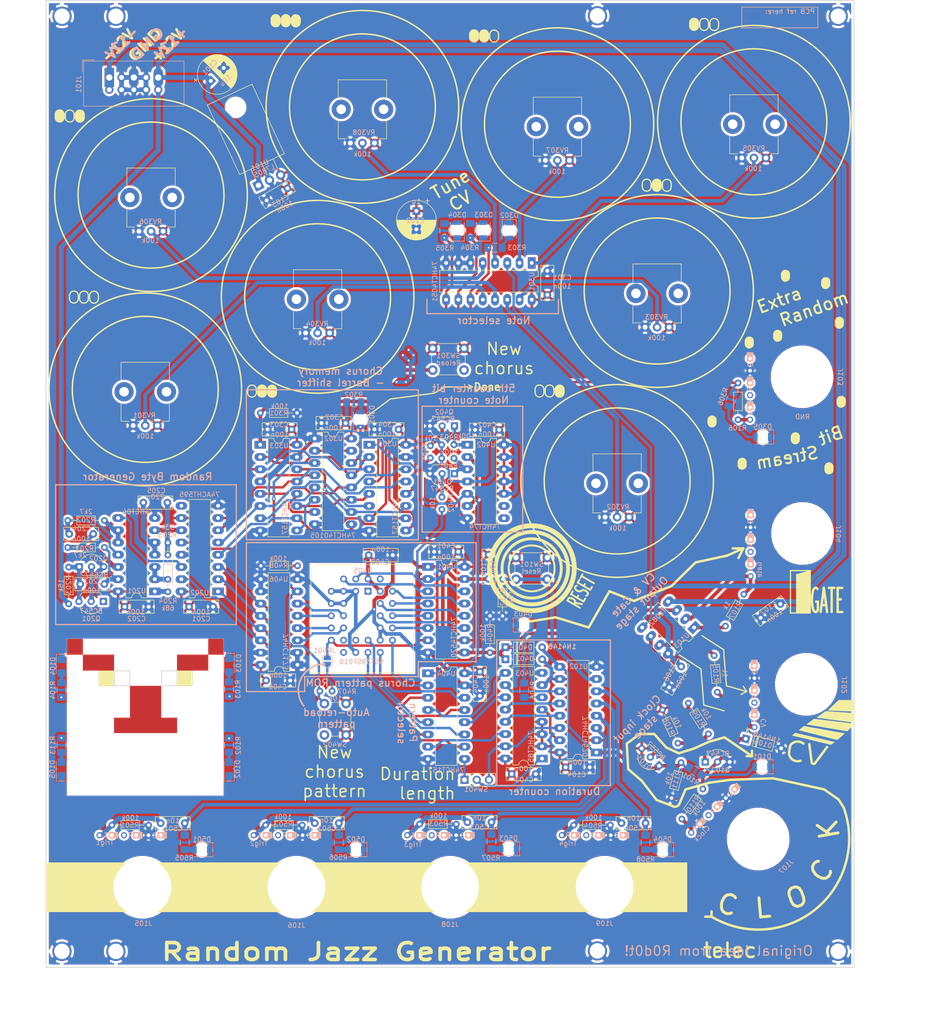
<source format=kicad_pcb>
(kicad_pcb (version 20171130) (host pcbnew "(5.1.5)-3")
  (layers (0 F.Cu signal) (31 B.Cu signal) (34 B.Paste user) (35 F.Paste user) (36 B.SilkS user) (37 F.SilkS user) (38 B.Mask user) (39 F.Mask user) (44 Edge.Cuts user))
  (net 0 "")
  (net 1 GND)
  (net 2 +12V)
  (net 3 +5V)
  (net 4 /Rst)
  (net 5 "Net-(C203-Pad2)")
  (net 6 "Net-(C203-Pad1)")
  (net 7 "Net-(C204-Pad2)")
  (net 8 "Net-(C204-Pad1)")
  (net 9 "Net-(C205-Pad2)")
  (net 10 "Net-(C205-Pad1)")
  (net 11 /Trig1)
  (net 12 "Net-(C501-Pad1)")
  (net 13 /Trig2)
  (net 14 "Net-(C502-Pad1)")
  (net 15 "Net-(C503-Pad2)")
  (net 16 /Trig3)
  (net 17 "Net-(C504-Pad2)")
  (net 18 /Trig4)
  (net 19 "Net-(D301-Pad2)")
  (net 20 "Net-(D402-Pad2)")
  (net 21 "Net-(D403-Pad2)")
  (net 22 -12V)
  (net 23 "Net-(J102-PadTN)")
  (net 24 "Net-(J102-PadRN)")
  (net 25 "Net-(J102-PadSN)")
  (net 26 "Net-(J102-PadT)")
  (net 27 "Net-(J102-PadR)")
  (net 28 "Net-(J103-PadTN)")
  (net 29 "Net-(J103-PadRN)")
  (net 30 "Net-(J103-PadSN)")
  (net 31 "Net-(J103-PadT)")
  (net 32 "Net-(J103-PadR)")
  (net 33 "Net-(J104-PadTN)")
  (net 34 "Net-(J104-PadRN)")
  (net 35 "Net-(J104-PadSN)")
  (net 36 "Net-(J104-PadT)")
  (net 37 "Net-(J104-PadR)")
  (net 38 "Net-(J105-PadTN)")
  (net 39 "Net-(J105-PadRN)")
  (net 40 "Net-(J105-PadSN)")
  (net 41 "Net-(J105-PadR)")
  (net 42 "Net-(J106-PadTN)")
  (net 43 "Net-(J106-PadRN)")
  (net 44 "Net-(J106-PadSN)")
  (net 45 "Net-(J106-PadR)")
  (net 46 "Net-(J107-PadRN)")
  (net 47 "Net-(J107-PadSN)")
  (net 48 "Net-(J107-PadT)")
  (net 49 "Net-(J107-PadR)")
  (net 50 "Net-(J108-PadTN)")
  (net 51 "Net-(J108-PadRN)")
  (net 52 "Net-(J108-PadSN)")
  (net 53 "Net-(J108-PadR)")
  (net 54 "Net-(J109-PadTN)")
  (net 55 "Net-(J109-PadRN)")
  (net 56 "Net-(J109-PadSN)")
  (net 57 "Net-(J109-PadR)")
  (net 58 "Net-(JP401-Pad2)")
  (net 59 "Net-(JP401-Pad1)")
  (net 60 "Net-(Q101-Pad2)")
  (net 61 "Net-(Q102-Pad1)")
  (net 62 "Net-(Q201-Pad1)")
  (net 63 "Net-(Q201-Pad2)")
  (net 64 "Net-(Q401-Pad1)")
  (net 65 "Net-(Q401-Pad2)")
  (net 66 "Net-(Q402-Pad1)")
  (net 67 "Net-(Q402-Pad2)")
  (net 68 "Net-(R105-Pad2)")
  (net 69 /Notes/RND)
  (net 70 "Net-(R107-Pad2)")
  (net 71 "Net-(R202-Pad2)")
  (net 72 "Net-(R204-Pad1)")
  (net 73 "Net-(R205-Pad1)")
  (net 74 /Notes/Reload)
  (net 75 "Net-(R402-Pad2)")
  (net 76 /Duration/End)
  (net 77 "Net-(R407-Pad2)")
  (net 78 /Notes/CV1)
  (net 79 /Notes/CV2)
  (net 80 /Notes/CV3)
  (net 81 /Notes/CV4)
  (net 82 /Notes/CV5)
  (net 83 /Notes/CV6)
  (net 84 /Notes/CV7)
  (net 85 /Notes/CV8)
  (net 86 "Net-(SW401-Pad3)")
  (net 87 "Net-(SW401-Pad2)")
  (net 88 "Net-(SW401-Pad1)")
  (net 89 /Notes/CV)
  (net 90 /RandomByteGenerator/Fclk)
  (net 91 /RandomByteGenerator/Rb)
  (net 92 /RB0)
  (net 93 /RB7)
  (net 94 /RB6)
  (net 95 /RB5)
  (net 96 /RB4)
  (net 97 /RB3)
  (net 98 /RB2)
  (net 99 "Net-(U202-Pad9)")
  (net 100 /RB1)
  (net 101 "Net-(U302-Pad15)")
  (net 102 "Net-(U302-Pad7)")
  (net 103 "Net-(U302-Pad6)")
  (net 104 /Notes/Chorus1)
  (net 105 "Net-(U302-Pad5)")
  (net 106 /Notes/Chorus2)
  (net 107 "Net-(U302-Pad4)")
  (net 108 /Notes/Chorus3)
  (net 109 /Notes/Chorus4)
  (net 110 /Duration/~Chorus~\Impro)
  (net 111 "Net-(U401-Pad6)")
  (net 112 "Net-(U401-Pad13)")
  (net 113 "Net-(U401-Pad5)")
  (net 114 "Net-(U401-Pad12)")
  (net 115 "Net-(U401-Pad4)")
  (net 116 "Net-(U401-Pad11)")
  (net 117 "Net-(U401-Pad3)")
  (net 118 "Net-(U402-Pad2)")
  (net 119 "Net-(U402-Pad9)")
  (net 120 "Net-(U402-Pad8)")
  (net 121 "Net-(U403-Pad14)")
  (net 122 /Duration/Overflow)
  (net 123 "Net-(U403-Pad11)")
  (net 124 "Net-(U403-Pad9)")
  (net 125 "Net-(U404-Pad14)")
  (net 126 "Net-(U404-Pad5)")
  (net 127 "Net-(U404-Pad11)")
  (net 128 "Net-(U404-Pad2)")
  (net 129 "Net-(U405-Pad30)")
  (net 130 "Net-(U405-Pad17)")
  (net 131 "Net-(U405-Pad15)")
  (net 132 "Net-(U405-Pad14)")
  (net 133 "Net-(U405-Pad1)")
  (net 134 "Net-(D501-Pad2)")
  (net 135 "Net-(D502-Pad2)")
  (net 136 "Net-(D503-Pad2)")
  (net 137 "Net-(D504-Pad2)")
  (net 138 "Net-(U102-Pad13)")
  (net 139 "Net-(U102-Pad12)")
  (net 140 "Net-(U102-Pad11)")
  (net 141 "Net-(U405-Pad9)")
  (net 142 "Net-(U405-Pad12)")
  (net 143 "Net-(U405-Pad10)")
  (net 144 "Net-(U405-Pad11)")
  (net 145 "Net-(D101-Pad2)")
  (net 146 /Notes/Full)
  (net 147 "Net-(D302-Pad2)")
  (net 148 "Net-(D303-Pad2)")
  (net 149 "Net-(D304-Pad2)")
  (net 150 "Net-(D305-Pad2)")
  (net 151 /Clk)
  (net 152 /Gate)
  (net 153 /Notes/S0)
  (net 154 /Notes/S1)
  (net 155 /Notes/S2)
  (net 156 "Net-(D102-Pad2)")
  (net 157 "Net-(D103-Pad2)")
  (net 158 "Net-(D104-Pad2)")
  (net 159 "Net-(D105-Pad2)")
  (net 160 "Net-(D106-Pad1)")
  (module telec:JackHole (layer F.Cu) (at 128 196 180)
    (fp_text reference J109 (at 0 -7.5) (layer B.SilkS) (effects (justify mirror)))
    (fp_text value Trig4 (at 7.6 9.1 180) (layer B.SilkS) (effects (justify mirror)))
    (fp_text user T (at 2.5 10.8) (layer B.SilkS))
    (fp_text user R (at 7.6 10.8) (layer B.SilkS))
    (fp_text user S (at -2.5 10.8) (layer B.SilkS))
    (pad TN thru_hole circle (at 6.35 10.795 180) (size 1.27 1.27) (drill 0.762) (layers *.Cu *.Mask) (net 54 "Net-(J109-PadTN)"))
    (pad RN thru_hole circle (at 1.27 10.795 180) (size 1.27 1.27) (drill 0.762) (layers *.Cu *.Mask) (net 55 "Net-(J109-PadRN)"))
    (pad SN thru_hole circle (at -3.81 10.795 180) (size 1.27 1.27) (drill 0.762) (layers *.Cu *.Mask) (net 56 "Net-(J109-PadSN)"))
    (pad T thru_hole circle (at 8.89 10.795 180) (size 1.27 1.27) (drill 0.762) (layers *.Cu *.Mask) (net 18 /Trig4))
    (pad R thru_hole circle (at 3.81 10.795 180) (size 1.27 1.27) (drill 0.762) (layers *.Cu *.Mask) (net 57 "Net-(J109-PadR)"))
    (pad S thru_hole circle (at -1.27 10.795 180) (size 1.27 1.27) (drill 0.762) (layers *.Cu *.Mask) (net 1 GND))
    (pad "" np_thru_hole circle (at 0 0 180) (size 12 12) (drill 12) (layers *.Cu *.Mask))
  )
  (module telec:JackHole (layer F.Cu) (at 95.9 196 180)
    (fp_text reference J108 (at 0 -7.7) (layer B.SilkS) (effects (justify mirror)))
    (fp_text value Trig3 (at 7.7 8.9 180) (layer B.SilkS) (effects (justify mirror)))
    (fp_text user T (at 7.6 10.7) (layer B.SilkS))
    (fp_text user R (at 2.6 10.8) (layer B.SilkS))
    (fp_text user S (at -2.6 10.7) (layer B.SilkS))
    (pad TN thru_hole circle (at 6.35 10.795 180) (size 1.27 1.27) (drill 0.762) (layers *.Cu *.Mask) (net 50 "Net-(J108-PadTN)"))
    (pad RN thru_hole circle (at 1.27 10.795 180) (size 1.27 1.27) (drill 0.762) (layers *.Cu *.Mask) (net 51 "Net-(J108-PadRN)"))
    (pad SN thru_hole circle (at -3.81 10.795 180) (size 1.27 1.27) (drill 0.762) (layers *.Cu *.Mask) (net 52 "Net-(J108-PadSN)"))
    (pad T thru_hole circle (at 8.89 10.795 180) (size 1.27 1.27) (drill 0.762) (layers *.Cu *.Mask) (net 16 /Trig3))
    (pad R thru_hole circle (at 3.81 10.795 180) (size 1.27 1.27) (drill 0.762) (layers *.Cu *.Mask) (net 53 "Net-(J108-PadR)"))
    (pad S thru_hole circle (at -1.27 10.795 180) (size 1.27 1.27) (drill 0.762) (layers *.Cu *.Mask) (net 1 GND))
    (pad "" np_thru_hole circle (at 0 0 180) (size 12 12) (drill 12) (layers *.Cu *.Mask))
  )
  (module telec:JackHole (layer F.Cu) (at 159.9 186 225)
    (fp_text reference J107 (at -0.070711 -8.131728 45) (layer B.SilkS) (effects (justify mirror)))
    (fp_text value Clock (at 7.495332 9.050967 225) (layer B.SilkS) (effects (justify mirror)))
    (fp_text user T (at 7.636753 10.748023 45) (layer B.SilkS))
    (fp_text user R (at 2.616295 10.677312 45) (layer B.SilkS))
    (fp_text user S (at -2.474874 10.677312 45) (layer B.SilkS))
    (pad TN thru_hole circle (at 6.35 10.795 225) (size 1.27 1.27) (drill 0.762) (layers *.Cu *.Mask) (net 1 GND))
    (pad RN thru_hole circle (at 1.27 10.795 225) (size 1.27 1.27) (drill 0.762) (layers *.Cu *.Mask) (net 46 "Net-(J107-PadRN)"))
    (pad SN thru_hole circle (at -3.81 10.795 225) (size 1.27 1.27) (drill 0.762) (layers *.Cu *.Mask) (net 47 "Net-(J107-PadSN)"))
    (pad T thru_hole circle (at 8.89 10.795 225) (size 1.27 1.27) (drill 0.762) (layers *.Cu *.Mask) (net 48 "Net-(J107-PadT)"))
    (pad R thru_hole circle (at 3.81 10.795 225) (size 1.27 1.27) (drill 0.762) (layers *.Cu *.Mask) (net 49 "Net-(J107-PadR)"))
    (pad S thru_hole circle (at -1.27 10.795 225) (size 1.27 1.27) (drill 0.762) (layers *.Cu *.Mask) (net 1 GND))
    (pad "" np_thru_hole circle (at 0 0 225) (size 12 12) (drill 12) (layers *.Cu *.Mask))
  )
  (module telec:JackHole (layer F.Cu) (at 64 196 180)
    (fp_text reference J106 (at 0 -7.9) (layer B.SilkS) (effects (justify mirror)))
    (fp_text value Trig2 (at 7.8 9.1 180) (layer B.SilkS) (effects (justify mirror)))
    (fp_text user T (at 7.6 10.8) (layer B.SilkS))
    (fp_text user R (at 2.5 10.8) (layer B.SilkS))
    (fp_text user S (at -2.6 10.7) (layer B.SilkS))
    (pad TN thru_hole circle (at 6.35 10.795 180) (size 1.27 1.27) (drill 0.762) (layers *.Cu *.Mask) (net 42 "Net-(J106-PadTN)"))
    (pad RN thru_hole circle (at 1.27 10.795 180) (size 1.27 1.27) (drill 0.762) (layers *.Cu *.Mask) (net 43 "Net-(J106-PadRN)"))
    (pad SN thru_hole circle (at -3.81 10.795 180) (size 1.27 1.27) (drill 0.762) (layers *.Cu *.Mask) (net 44 "Net-(J106-PadSN)"))
    (pad T thru_hole circle (at 8.89 10.795 180) (size 1.27 1.27) (drill 0.762) (layers *.Cu *.Mask) (net 13 /Trig2))
    (pad R thru_hole circle (at 3.81 10.795 180) (size 1.27 1.27) (drill 0.762) (layers *.Cu *.Mask) (net 45 "Net-(J106-PadR)"))
    (pad S thru_hole circle (at -1.27 10.795 180) (size 1.27 1.27) (drill 0.762) (layers *.Cu *.Mask) (net 1 GND))
    (pad "" np_thru_hole circle (at 0 0 180) (size 12 12) (drill 12) (layers *.Cu *.Mask))
  )
  (module telec:JackHole (layer F.Cu) (at 32 196 180)
    (fp_text reference J105 (at -0.2 -7.5) (layer B.SilkS) (effects (justify mirror)))
    (fp_text value Trig1 (at 7.8 9.3 180) (layer B.SilkS) (effects (justify mirror)))
    (fp_text user T (at 7.6 10.8) (layer B.SilkS))
    (fp_text user R (at 2.5 10.8) (layer B.SilkS))
    (fp_text user S (at -2.6 10.7) (layer B.SilkS))
    (pad TN thru_hole circle (at 6.35 10.795 180) (size 1.27 1.27) (drill 0.762) (layers *.Cu *.Mask) (net 38 "Net-(J105-PadTN)"))
    (pad RN thru_hole circle (at 1.27 10.795 180) (size 1.27 1.27) (drill 0.762) (layers *.Cu *.Mask) (net 39 "Net-(J105-PadRN)"))
    (pad SN thru_hole circle (at -3.81 10.795 180) (size 1.27 1.27) (drill 0.762) (layers *.Cu *.Mask) (net 40 "Net-(J105-PadSN)"))
    (pad T thru_hole circle (at 8.89 10.795 180) (size 1.27 1.27) (drill 0.762) (layers *.Cu *.Mask) (net 11 /Trig1))
    (pad R thru_hole circle (at 3.81 10.795 180) (size 1.27 1.27) (drill 0.762) (layers *.Cu *.Mask) (net 41 "Net-(J105-PadR)"))
    (pad S thru_hole circle (at -1.27 10.795 180) (size 1.27 1.27) (drill 0.762) (layers *.Cu *.Mask) (net 1 GND))
    (pad "" np_thru_hole circle (at 0 0 180) (size 12 12) (drill 12) (layers *.Cu *.Mask))
  )
  (module telec:JackHole (layer F.Cu) (at 169.1 122.6 270)
    (fp_text reference J104 (at 0.1 -7.5 90) (layer B.SilkS) (effects (justify mirror)))
    (fp_text value Gate (at 7.5 9 270) (layer B.SilkS) (effects (justify mirror)))
    (fp_text user T (at 7.7 10.8 90) (layer B.SilkS))
    (fp_text user R (at 2.5 10.8 90) (layer B.SilkS))
    (fp_text user S (at -2.5 10.8 90) (layer B.SilkS))
    (pad TN thru_hole circle (at 6.35 10.795 270) (size 1.27 1.27) (drill 0.762) (layers *.Cu *.Mask) (net 33 "Net-(J104-PadTN)"))
    (pad RN thru_hole circle (at 1.27 10.795 270) (size 1.27 1.27) (drill 0.762) (layers *.Cu *.Mask) (net 34 "Net-(J104-PadRN)"))
    (pad SN thru_hole circle (at -3.81 10.795 270) (size 1.27 1.27) (drill 0.762) (layers *.Cu *.Mask) (net 35 "Net-(J104-PadSN)"))
    (pad T thru_hole circle (at 8.89 10.795 270) (size 1.27 1.27) (drill 0.762) (layers *.Cu *.Mask) (net 36 "Net-(J104-PadT)"))
    (pad R thru_hole circle (at 3.81 10.795 270) (size 1.27 1.27) (drill 0.762) (layers *.Cu *.Mask) (net 37 "Net-(J104-PadR)"))
    (pad S thru_hole circle (at -1.27 10.795 270) (size 1.27 1.27) (drill 0.762) (layers *.Cu *.Mask) (net 1 GND))
    (pad "" np_thru_hole circle (at 0 0 270) (size 12 12) (drill 12) (layers *.Cu *.Mask))
  )
  (module telec:JackHole (layer F.Cu) (at 169 90.1 270)
    (fp_text reference J103 (at 0 -8 90) (layer B.SilkS) (effects (justify mirror)))
    (fp_text value RND (at 8.3 -0.1 180) (layer B.SilkS) (effects (justify mirror)))
    (fp_text user T (at 7.6 10.7 90) (layer B.SilkS))
    (fp_text user R (at 2.6 10.8 90) (layer B.SilkS))
    (fp_text user S (at -2.5 10.7 90) (layer B.SilkS))
    (pad TN thru_hole circle (at 6.35 10.795 270) (size 1.27 1.27) (drill 0.762) (layers *.Cu *.Mask) (net 28 "Net-(J103-PadTN)"))
    (pad RN thru_hole circle (at 1.27 10.795 270) (size 1.27 1.27) (drill 0.762) (layers *.Cu *.Mask) (net 29 "Net-(J103-PadRN)"))
    (pad SN thru_hole circle (at -3.81 10.795 270) (size 1.27 1.27) (drill 0.762) (layers *.Cu *.Mask) (net 30 "Net-(J103-PadSN)"))
    (pad T thru_hole circle (at 8.89 10.795 270) (size 1.27 1.27) (drill 0.762) (layers *.Cu *.Mask) (net 31 "Net-(J103-PadT)"))
    (pad R thru_hole circle (at 3.81 10.795 270) (size 1.27 1.27) (drill 0.762) (layers *.Cu *.Mask) (net 32 "Net-(J103-PadR)"))
    (pad S thru_hole circle (at -1.27 10.795 270) (size 1.27 1.27) (drill 0.762) (layers *.Cu *.Mask) (net 1 GND))
    (pad "" np_thru_hole circle (at 0 0 270) (size 12 12) (drill 12) (layers *.Cu *.Mask))
  )
  (module telec:JackHole (layer F.Cu) (at 169.9 153.9 270)
    (fp_text reference J102 (at 0.1 -7.9 90) (layer B.SilkS) (effects (justify mirror)))
    (fp_text value CV (at 8 8.9 270) (layer B.SilkS) (effects (justify mirror)))
    (fp_text user T (at 7.6 10.8 90) (layer B.SilkS))
    (fp_text user R (at 2.6 10.7 90) (layer B.SilkS))
    (fp_text user S (at -2.6 10.7 90) (layer B.SilkS))
    (pad TN thru_hole circle (at 6.35 10.795 270) (size 1.27 1.27) (drill 0.762) (layers *.Cu *.Mask) (net 23 "Net-(J102-PadTN)"))
    (pad RN thru_hole circle (at 1.27 10.795 270) (size 1.27 1.27) (drill 0.762) (layers *.Cu *.Mask) (net 24 "Net-(J102-PadRN)"))
    (pad SN thru_hole circle (at -3.81 10.795 270) (size 1.27 1.27) (drill 0.762) (layers *.Cu *.Mask) (net 25 "Net-(J102-PadSN)"))
    (pad T thru_hole circle (at 8.89 10.795 270) (size 1.27 1.27) (drill 0.762) (layers *.Cu *.Mask) (net 26 "Net-(J102-PadT)"))
    (pad R thru_hole circle (at 3.81 10.795 270) (size 1.27 1.27) (drill 0.762) (layers *.Cu *.Mask) (net 27 "Net-(J102-PadR)"))
    (pad S thru_hole circle (at -1.27 10.795 270) (size 1.27 1.27) (drill 0.762) (layers *.Cu *.Mask) (net 1 GND))
    (pad "" np_thru_hole circle (at 0 0 270) (size 12 12) (drill 12) (layers *.Cu *.Mask))
  )
  (module Diode_THT:D_DO-35_SOD27_P7.62mm_Horizontal (layer F.Cu) (at 157.3 165.2 345)
    (fp_text reference D106 (at 3.736152 0.034177 165) (layer B.SilkS) (effects (justify mirror)))
    (fp_text value 1N4148 (at 4.172428 -1.428582 165) (layer B.SilkS) (effects (justify mirror)))
    (fp_text user K (at 0 -1.8 165) (layer F.SilkS))
    (pad 2 thru_hole oval (at 7.62 0 345) (size 1.6 1.6) (drill 0.8) (layers *.Cu *.Mask) (net 1 GND))
    (pad 1 thru_hole rect (at 0 0 345) (size 1.6 1.6) (drill 0.8) (layers *.Cu *.Mask) (net 160 "Net-(D106-Pad1)"))
  )
  (module Kosmo_panel:Kosmo_Panel_Dual_Mounting_Holes (layer F.Cu) (at 176.5 209.3)
    (fp_text reference H104 hide)
    (fp_text value Mounting_Holes hide)
    (pad 1 thru_hole circle (at 0.0127 -194.0052) (size 4 4) (drill 3.2) (layers *.Cu *.Mask) (net 1 GND))
    (pad 1 thru_hole circle (at 0 0) (size 4 4) (drill 3.2) (layers *.Cu *.Mask) (net 1 GND))
  )
  (module Resistor_SMD:R_1206_3216Metric_Pad1.42x1.75mm_HandSolder (layer B.Cu) (at 15.2 166.5125 270)
    (fp_text reference R113 (at 0 1.82 90) (layer B.SilkS) (effects (justify mirror)))
    (fp_text value 1k)
    (pad 2 smd roundrect (at 1.4875 0 270) (size 1.425 1.75) (layers B.Cu B.Paste B.Mask) (roundrect_rratio 0.175439) (net 159 "Net-(D105-Pad2)"))
    (pad 1 smd roundrect (at -1.4875 0 270) (size 1.425 1.75) (layers B.Cu B.Paste B.Mask) (roundrect_rratio 0.175439) (net 3 +5V))
  )
  (module Resistor_SMD:R_1206_3216Metric_Pad1.42x1.75mm_HandSolder (layer B.Cu) (at 15.2 155.0875 90)
    (fp_text reference R104 (at -0.0125 -1.8 90) (layer B.SilkS) (effects (justify mirror)))
    (fp_text value 1k)
    (pad 2 smd roundrect (at 1.4875 0 90) (size 1.425 1.75) (layers B.Cu B.Paste B.Mask) (roundrect_rratio 0.175439) (net 158 "Net-(D104-Pad2)"))
    (pad 1 smd roundrect (at -1.4875 0 90) (size 1.425 1.75) (layers B.Cu B.Paste B.Mask) (roundrect_rratio 0.175439) (net 3 +5V))
  )
  (module Resistor_SMD:R_1206_3216Metric_Pad1.42x1.75mm_HandSolder (layer B.Cu) (at 50 154.8875 90)
    (fp_text reference R103 (at 0 1.82 90) (layer B.SilkS) (effects (justify mirror)))
    (fp_text value 1k)
    (pad 2 smd roundrect (at 1.4875 0 90) (size 1.425 1.75) (layers B.Cu B.Paste B.Mask) (roundrect_rratio 0.175439) (net 157 "Net-(D103-Pad2)"))
    (pad 1 smd roundrect (at -1.4875 0 90) (size 1.425 1.75) (layers B.Cu B.Paste B.Mask) (roundrect_rratio 0.175439) (net 3 +5V))
  )
  (module Resistor_SMD:R_1206_3216Metric_Pad1.42x1.75mm_HandSolder (layer B.Cu) (at 50 166.5125 270)
    (fp_text reference R102 (at 0.0875 -1.9 90) (layer B.SilkS) (effects (justify mirror)))
    (fp_text value 1k)
    (pad 2 smd roundrect (at 1.4875 0 270) (size 1.425 1.75) (layers B.Cu B.Paste B.Mask) (roundrect_rratio 0.175439) (net 156 "Net-(D102-Pad2)"))
    (pad 1 smd roundrect (at -1.4875 0 270) (size 1.425 1.75) (layers B.Cu B.Paste B.Mask) (roundrect_rratio 0.175439) (net 3 +5V))
  )
  (module LED_SMD:LED_1206_3216Metric_Castellated (layer B.Cu) (at 15.2 171.475 90)
    (fp_text reference D105 (at 0 -1.9 90) (layer B.SilkS) (effects (justify mirror)))
    (fp_text value LED)
    (pad 2 smd roundrect (at 1.425 0 90) (size 1.6 1.65) (layers B.Cu B.Paste B.Mask) (roundrect_rratio 0.15625) (net 159 "Net-(D105-Pad2)"))
    (pad 1 smd roundrect (at -1.425 0 90) (size 1.6 1.65) (layers B.Cu B.Paste B.Mask) (roundrect_rratio 0.15625) (net 1 GND))
  )
  (module LED_SMD:LED_1206_3216Metric_Castellated (layer B.Cu) (at 15.2 150.125 270)
    (fp_text reference D104 (at 0 1.78 90) (layer B.SilkS) (effects (justify mirror)))
    (fp_text value LED)
    (pad 2 smd roundrect (at 1.425 0 270) (size 1.6 1.65) (layers B.Cu B.Paste B.Mask) (roundrect_rratio 0.15625) (net 158 "Net-(D104-Pad2)"))
    (pad 1 smd roundrect (at -1.425 0 270) (size 1.6 1.65) (layers B.Cu B.Paste B.Mask) (roundrect_rratio 0.15625) (net 1 GND))
  )
  (module LED_SMD:LED_1206_3216Metric_Castellated (layer B.Cu) (at 50 149.925 270)
    (fp_text reference D103 (at -0.425 -2 90) (layer B.SilkS) (effects (justify mirror)))
    (fp_text value LED)
    (pad 2 smd roundrect (at 1.425 0 270) (size 1.6 1.65) (layers B.Cu B.Paste B.Mask) (roundrect_rratio 0.15625) (net 157 "Net-(D103-Pad2)"))
    (pad 1 smd roundrect (at -1.425 0 270) (size 1.6 1.65) (layers B.Cu B.Paste B.Mask) (roundrect_rratio 0.15625) (net 1 GND))
  )
  (module LED_SMD:LED_1206_3216Metric_Castellated (layer B.Cu) (at 50 171.475 90)
    (fp_text reference D102 (at 0 1.78 90) (layer B.SilkS) (effects (justify mirror)))
    (fp_text value LED)
    (pad 2 smd roundrect (at 1.425 0 90) (size 1.6 1.65) (layers B.Cu B.Paste B.Mask) (roundrect_rratio 0.15625) (net 156 "Net-(D102-Pad2)"))
    (pad 1 smd roundrect (at -1.425 0 90) (size 1.6 1.65) (layers B.Cu B.Paste B.Mask) (roundrect_rratio 0.15625) (net 1 GND))
  )
  (module Package_DIP:DIP-16_W7.62mm_LongPads (layer F.Cu) (at 67.78 102.9)
    (fp_text reference U302 (at 3.92 0) (layer B.SilkS) (effects (justify mirror)))
    (fp_text value 74HCT40105 (at 3.81 20.11) (layer B.SilkS) (effects (justify mirror)))
    (pad 16 thru_hole oval (at 7.62 0) (size 2.4 1.6) (drill 0.8) (layers *.Cu *.Mask) (net 3 +5V))
    (pad 8 thru_hole oval (at 0 17.78) (size 2.4 1.6) (drill 0.8) (layers *.Cu *.Mask) (net 1 GND))
    (pad 15 thru_hole oval (at 7.62 2.54) (size 2.4 1.6) (drill 0.8) (layers *.Cu *.Mask) (net 101 "Net-(U302-Pad15)"))
    (pad 7 thru_hole oval (at 0 15.24) (size 2.4 1.6) (drill 0.8) (layers *.Cu *.Mask) (net 102 "Net-(U302-Pad7)"))
    (pad 14 thru_hole oval (at 7.62 5.08) (size 2.4 1.6) (drill 0.8) (layers *.Cu *.Mask) (net 146 /Notes/Full))
    (pad 6 thru_hole oval (at 0 12.7) (size 2.4 1.6) (drill 0.8) (layers *.Cu *.Mask) (net 103 "Net-(U302-Pad6)"))
    (pad 13 thru_hole oval (at 7.62 7.62) (size 2.4 1.6) (drill 0.8) (layers *.Cu *.Mask) (net 104 /Notes/Chorus1))
    (pad 5 thru_hole oval (at 0 10.16) (size 2.4 1.6) (drill 0.8) (layers *.Cu *.Mask) (net 105 "Net-(U302-Pad5)"))
    (pad 12 thru_hole oval (at 7.62 10.16) (size 2.4 1.6) (drill 0.8) (layers *.Cu *.Mask) (net 106 /Notes/Chorus2))
    (pad 4 thru_hole oval (at 0 7.62) (size 2.4 1.6) (drill 0.8) (layers *.Cu *.Mask) (net 107 "Net-(U302-Pad4)"))
    (pad 11 thru_hole oval (at 7.62 12.7) (size 2.4 1.6) (drill 0.8) (layers *.Cu *.Mask) (net 108 /Notes/Chorus3))
    (pad 3 thru_hole oval (at 0 5.08) (size 2.4 1.6) (drill 0.8) (layers *.Cu *.Mask) (net 152 /Gate))
    (pad 10 thru_hole oval (at 7.62 15.24) (size 2.4 1.6) (drill 0.8) (layers *.Cu *.Mask) (net 109 /Notes/Chorus4))
    (pad 2 thru_hole oval (at 0 2.54) (size 2.4 1.6) (drill 0.8) (layers *.Cu *.Mask) (net 101 "Net-(U302-Pad15)"))
    (pad 9 thru_hole oval (at 7.62 17.78) (size 2.4 1.6) (drill 0.8) (layers *.Cu *.Mask) (net 4 /Rst))
    (pad 1 thru_hole rect (at 0 0) (size 2.4 1.6) (drill 0.8) (layers *.Cu *.Mask) (net 1 GND))
  )
  (module logo:telec-32 (layer F.Cu) (at 32.6 160.7)
    (fp_text reference LOGO1 hide)
    (fp_text value telec hide)
    (fp_poly (pts (xy 13.081 -16.256) (xy 16.256 -16.256) (xy 16.256 -12.954) (xy 13.081 -12.954) (xy 13.081 -16.256)) (layer F.Cu) (width 0.01))
    (fp_poly (pts (xy 13.081 -9.652) (xy 9.779 -9.652) (xy 9.779 -6.477) (xy 6.604 -6.477) (xy 6.604 -12.954) (xy 13.081 -12.954) (xy 13.081 -9.652)) (layer F.Cu) (width 0.01))
    (fp_poly (pts (xy -16.256 -12.954) (xy -16.256 -16.256) (xy -12.954 -16.256) (xy -12.954 -12.954) (xy -16.256 -12.954)) (layer F.Cu) (width 0.01))
    (fp_poly (pts (xy -6.477 -12.954) (xy -6.477 -6.477) (xy -9.652 -6.477) (xy -9.652 -9.652) (xy -12.954 -9.652) (xy -12.954 -12.954) (xy -6.477 -12.954)) (layer F.Cu) (width 0.01))
    (fp_poly (pts (xy 3.302 0.127) (xy 6.604 0.127) (xy 6.604 3.302) (xy -6.477 3.302) (xy -6.477 0.127) (xy -3.175 0.127) (xy -3.175 -6.477) (xy 3.302 -6.477) (xy 3.302 0.127)) (layer F.Cu) (width 0.01))
    (fp_line (start -6.4 -9.6) (end -3.2 -9.6) (layer Edge.Cuts) (width 0.15))
    (fp_line (start -6.4 -6.5) (end -6.4 -9.6) (layer Edge.Cuts) (width 0.15))
    (fp_line (start -3.2 -9.6) (end -3.2 -6.5) (layer Edge.Cuts) (width 0.15))
    (fp_line (start 3.4 -9.6) (end 6.6 -9.6) (layer Edge.Cuts) (width 0.15))
    (fp_line (start 3.4 -6.5) (end 3.4 -9.6) (layer Edge.Cuts) (width 0.15))
    (fp_line (start 6.6 -6.5) (end 3.4 -6.5) (layer Edge.Cuts) (width 0.15))
    (fp_line (start 6.6 -9.6) (end 6.6 -6.5) (layer Edge.Cuts) (width 0.15))
    (fp_line (start -3.2 -6.5) (end -6.4 -6.5) (layer Edge.Cuts) (width 0.15))
  )
  (module Resistor_SMD:R_1206_3216Metric_Pad1.42x1.75mm_HandSolder (layer B.Cu) (at 154.3 94.8125 250)
    (fp_text reference R306 (at 0 1.820001 70) (layer B.SilkS) (effects (justify mirror)))
    (fp_text value 1k)
    (pad 2 smd roundrect (at 1.4875 0 250) (size 1.425 1.75) (layers B.Cu B.Paste B.Mask) (roundrect_rratio 0.175439) (net 150 "Net-(D305-Pad2)"))
    (pad 1 smd roundrect (at -1.4875 0 250) (size 1.425 1.75) (layers B.Cu B.Paste B.Mask) (roundrect_rratio 0.175439) (net 69 /Notes/RND))
  )
  (module Resistor_SMD:R_1206_3216Metric_Pad1.42x1.75mm_HandSolder (layer B.Cu) (at 94.7 59.7875 90)
    (fp_text reference R305 (at -3.6125 0.1 180) (layer B.SilkS) (effects (justify mirror)))
    (fp_text value 1k)
    (pad 2 smd roundrect (at 1.4875 0 90) (size 1.425 1.75) (layers B.Cu B.Paste B.Mask) (roundrect_rratio 0.175439) (net 149 "Net-(D304-Pad2)"))
    (pad 1 smd roundrect (at -1.4875 0 90) (size 1.425 1.75) (layers B.Cu B.Paste B.Mask) (roundrect_rratio 0.175439) (net 155 /Notes/S2))
  )
  (module Resistor_SMD:R_1206_3216Metric_Pad1.42x1.75mm_HandSolder (layer B.Cu) (at 100.1 59.7875 90)
    (fp_text reference R304 (at -3.5125 -0.1 180) (layer B.SilkS) (effects (justify mirror)))
    (fp_text value 1k)
    (pad 2 smd roundrect (at 1.4875 0 90) (size 1.425 1.75) (layers B.Cu B.Paste B.Mask) (roundrect_rratio 0.175439) (net 148 "Net-(D303-Pad2)"))
    (pad 1 smd roundrect (at -1.4875 0 90) (size 1.425 1.75) (layers B.Cu B.Paste B.Mask) (roundrect_rratio 0.175439) (net 154 /Notes/S1))
  )
  (module Resistor_SMD:R_1206_3216Metric_Pad1.42x1.75mm_HandSolder (layer B.Cu) (at 105.2125 63.3)
    (fp_text reference R303 (at 4.5875 0) (layer B.SilkS) (effects (justify mirror)))
    (fp_text value 1k)
    (pad 2 smd roundrect (at 1.4875 0) (size 1.425 1.75) (layers B.Cu B.Paste B.Mask) (roundrect_rratio 0.175439) (net 147 "Net-(D302-Pad2)"))
    (pad 1 smd roundrect (at -1.4875 0) (size 1.425 1.75) (layers B.Cu B.Paste B.Mask) (roundrect_rratio 0.175439) (net 153 /Notes/S0))
  )
  (module Resistor_SMD:R_1206_3216Metric_Pad1.42x1.75mm_HandSolder (layer B.Cu) (at 146.8 171.9125 330)
    (fp_text reference R101 (at 0 1.82 150) (layer B.SilkS) (effects (justify mirror)))
    (fp_text value 1k)
    (pad 2 smd roundrect (at 1.4875 0 330) (size 1.425 1.75) (layers B.Cu B.Paste B.Mask) (roundrect_rratio 0.175439) (net 145 "Net-(D101-Pad2)"))
    (pad 1 smd roundrect (at -1.4875 0 330) (size 1.425 1.75) (layers B.Cu B.Paste B.Mask) (roundrect_rratio 0.175439) (net 151 /Clk))
  )
  (module LED_SMD:LED_1206_3216Metric_ReverseMount_Hole1.8x2.4mm (layer B.Cu) (at 160.85 102.6 180)
    (fp_text reference D305 (at 0 2.145) (layer B.SilkS) (effects (justify mirror)))
    (fp_text value LED)
    (pad "" np_thru_hole oval (at 0 0 180) (size 1.8 2.4) (drill oval 1.8 2.4) (layers *.Cu *.Mask))
    (pad 2 smd roundrect (at 1.55 0 180) (size 0.95 1.75) (layers B.Cu B.Paste B.Mask) (roundrect_rratio 0.2) (net 150 "Net-(D305-Pad2)"))
    (pad 1 smd roundrect (at -1.55 0 180) (size 0.95 1.75) (layers B.Cu B.Paste B.Mask) (roundrect_rratio 0.2) (net 1 GND))
  )
  (module LED_SMD:LED_1206_3216Metric_ReverseMount_Hole1.8x2.4mm (layer B.Cu) (at 97.4 59.65 90)
    (fp_text reference D304 (at 3.15 0 180) (layer B.SilkS) (effects (justify mirror)))
    (fp_text value LED)
    (pad "" np_thru_hole oval (at 0 0 90) (size 1.8 2.4) (drill oval 1.8 2.4) (layers *.Cu *.Mask))
    (pad 2 smd roundrect (at 1.55 0 90) (size 0.95 1.75) (layers B.Cu B.Paste B.Mask) (roundrect_rratio 0.2) (net 149 "Net-(D304-Pad2)"))
    (pad 1 smd roundrect (at -1.55 0 90) (size 0.95 1.75) (layers B.Cu B.Paste B.Mask) (roundrect_rratio 0.2) (net 1 GND))
  )
  (module LED_SMD:LED_1206_3216Metric_ReverseMount_Hole1.8x2.4mm (layer B.Cu) (at 102.8 59.65 90)
    (fp_text reference D303 (at 3.15 0.1 180) (layer B.SilkS) (effects (justify mirror)))
    (fp_text value LED)
    (pad "" np_thru_hole oval (at 0 0 90) (size 1.8 2.4) (drill oval 1.8 2.4) (layers *.Cu *.Mask))
    (pad 2 smd roundrect (at 1.55 0 90) (size 0.95 1.75) (layers B.Cu B.Paste B.Mask) (roundrect_rratio 0.2) (net 148 "Net-(D303-Pad2)"))
    (pad 1 smd roundrect (at -1.55 0 90) (size 0.95 1.75) (layers B.Cu B.Paste B.Mask) (roundrect_rratio 0.2) (net 1 GND))
  )
  (module LED_SMD:LED_1206_3216Metric_ReverseMount_Hole1.8x2.4mm (layer B.Cu) (at 108.2 59.75 270)
    (fp_text reference D302 (at -3.15 0 180) (layer B.SilkS) (effects (justify mirror)))
    (fp_text value LED)
    (pad "" np_thru_hole oval (at 0 0 270) (size 1.8 2.4) (drill oval 1.8 2.4) (layers *.Cu *.Mask))
    (pad 2 smd roundrect (at 1.55 0 270) (size 0.95 1.75) (layers B.Cu B.Paste B.Mask) (roundrect_rratio 0.2) (net 147 "Net-(D302-Pad2)"))
    (pad 1 smd roundrect (at -1.55 0 270) (size 0.95 1.75) (layers B.Cu B.Paste B.Mask) (roundrect_rratio 0.2) (net 1 GND))
  )
  (module LED_SMD:LED_1206_3216Metric_ReverseMount_Hole1.8x2.4mm (layer B.Cu) (at 160.7 171 180)
    (fp_text reference D101 (at 0 2.145) (layer B.SilkS) (effects (justify mirror)))
    (fp_text value LED)
    (pad "" np_thru_hole oval (at 0 0 180) (size 1.8 2.4) (drill oval 1.8 2.4) (layers *.Cu *.Mask))
    (pad 2 smd roundrect (at 1.55 0 180) (size 0.95 1.75) (layers B.Cu B.Paste B.Mask) (roundrect_rratio 0.2) (net 145 "Net-(D101-Pad2)"))
    (pad 1 smd roundrect (at -1.55 0 180) (size 0.95 1.75) (layers B.Cu B.Paste B.Mask) (roundrect_rratio 0.2) (net 1 GND))
  )
  (module Button_Switch_THT:SW_PUSH_6mm (layer F.Cu) (at 74.3 157.9 270)
    (fp_text reference SW402 (at 8.5 2.3 180) (layer B.SilkS) (effects (justify mirror)))
    (fp_text value Reload)
    (pad 1 thru_hole circle (at 6.5 0) (size 2 2) (drill 1.1) (layers *.Cu *.Mask) (net 3 +5V))
    (pad 2 thru_hole circle (at 6.5 4.5) (size 2 2) (drill 1.1) (layers *.Cu *.Mask) (net 77 "Net-(R407-Pad2)"))
    (pad 1 thru_hole circle (at 0 0) (size 2 2) (drill 1.1) (layers *.Cu *.Mask) (net 3 +5V))
    (pad 2 thru_hole circle (at 0 4.5) (size 2 2) (drill 1.1) (layers *.Cu *.Mask) (net 77 "Net-(R407-Pad2)"))
  )
  (module Capacitor_THT:C_Disc_D7.0mm_W2.5mm_P5.00mm (layer F.Cu) (at 160.4 140.1 35)
    (fp_text reference C107 (at 2.457796 -0.720582 35) (layer B.SilkS) (effects (justify mirror)))
    (fp_text value 100n (at 2.604972 1.335711 35) (layer B.SilkS) (effects (justify mirror)))
    (pad 2 thru_hole circle (at 5 0 35) (size 1.6 1.6) (drill 0.8) (layers *.Cu *.Mask) (net 22 -12V))
    (pad 1 thru_hole circle (at 0 0 35) (size 1.6 1.6) (drill 0.8) (layers *.Cu *.Mask) (net 1 GND))
  )
  (module Capacitor_THT:C_Disc_D7.0mm_W2.5mm_P5.00mm (layer F.Cu) (at 141.4 154.530127 60)
    (fp_text reference C106 (at 2.724167 -1.341858 60) (layer B.SilkS) (effects (justify mirror)))
    (fp_text value 100n (at 2.525129 1.313397 60) (layer B.SilkS) (effects (justify mirror)))
    (pad 2 thru_hole circle (at 5 0 60) (size 1.6 1.6) (drill 0.8) (layers *.Cu *.Mask) (net 2 +12V))
    (pad 1 thru_hole circle (at 0 0 60) (size 1.6 1.6) (drill 0.8) (layers *.Cu *.Mask) (net 1 GND))
  )
  (module Kosmo_panel:Kosmo_Panel_Dual_Mounting_Holes (layer F.Cu) (at 126.5 209.2)
    (fp_text reference H103 hide)
    (fp_text value Mounting_Holes hide)
    (pad 1 thru_hole circle (at 0.0127 -194.0052) (size 4 4) (drill 3.2) (layers *.Cu *.Mask) (net 1 GND))
    (pad 1 thru_hole circle (at 0 0) (size 4 4) (drill 3.2) (layers *.Cu *.Mask) (net 1 GND))
  )
  (module Package_TO_SOT_THT:TO-220-3_Horizontal_TabDown (layer F.Cu) (at 56.097978 50.37345 25)
    (fp_text reference U101 (at 2.037501 -3.65479 25) (layer B.SilkS) (effects (justify mirror)))
    (fp_text value L7805 (at 2.346036 -2.186864 25) (layer B.SilkS) (effects (justify mirror)))
    (pad 3 thru_hole oval (at 5.08 0 25) (size 1.905 2) (drill 1.1) (layers *.Cu *.Mask) (net 3 +5V))
    (pad 2 thru_hole oval (at 2.54 0 25) (size 1.905 2) (drill 1.1) (layers *.Cu *.Mask) (net 1 GND))
    (pad 1 thru_hole rect (at 0 0 25) (size 1.905 2) (drill 1.1) (layers *.Cu *.Mask) (net 2 +12V))
    (pad "" np_thru_hole oval (at 2.54 -16.66 25) (size 3.5 3.5) (drill 3.5) (layers *.Cu *.Mask))
  )
  (module Potentiometer_THT:Potentiometer_Alps_RK09K_Single_Vertical (layer F.Cu) (at 36.3 59.9 90)
    (fp_text reference RV306 (at 2 -2.6 180) (layer B.SilkS) (effects (justify mirror)))
    (fp_text value 100k (at -1.9 -2.6 180) (layer B.SilkS) (effects (justify mirror)))
    (pad "" np_thru_hole circle (at 7 1.9 90) (size 4 4) (drill 2) (layers *.Cu *.Mask))
    (pad "" np_thru_hole circle (at 7 -6.9 90) (size 4 4) (drill 2) (layers *.Cu *.Mask))
    (pad 1 thru_hole circle (at 0 0 90) (size 1.8 1.8) (drill 1) (layers *.Cu *.Mask) (net 3 +5V))
    (pad 2 thru_hole circle (at 0 -2.5 90) (size 1.8 1.8) (drill 1) (layers *.Cu *.Mask) (net 83 /Notes/CV6))
    (pad 3 thru_hole circle (at 0 -5 90) (size 1.8 1.8) (drill 1) (layers *.Cu *.Mask) (net 1 GND))
  )
  (module Resistor_THT:R_Axial_DIN0204_L3.6mm_D1.6mm_P2.54mm_Vertical (layer F.Cu) (at 71.4 155.3 180)
    (fp_text reference R407 (at -3.1 -0.1) (layer B.SilkS) (effects (justify mirror)))
    (fp_text value 10k (at -0.7 -1.5) (layer B.SilkS) (effects (justify mirror)))
    (pad 2 thru_hole oval (at 2.54 0 180) (size 1.4 1.4) (drill 0.7) (layers *.Cu *.Mask) (net 77 "Net-(R407-Pad2)"))
    (pad 1 thru_hole circle (at 0 0 180) (size 1.4 1.4) (drill 0.7) (layers *.Cu *.Mask) (net 58 "Net-(JP401-Pad2)"))
  )
  (module Kosmo_panel:Kosmo_Panel_Dual_Mounting_Holes (layer F.Cu) (at 26.5 209.3)
    (fp_text reference H102 hide)
    (fp_text value Mounting_Holes hide)
    (pad 1 thru_hole circle (at 0.0127 -194.0052) (size 4 4) (drill 3.2) (layers *.Cu *.Mask) (net 1 GND))
    (pad 1 thru_hole circle (at 0 0) (size 4 4) (drill 3.2) (layers *.Cu *.Mask) (net 1 GND))
  )
  (module telec:PLCC-32_THT-Socket (layer F.Cu) (at 78.86 134.58)
    (fp_text reference U405 (at -1.06 -4.28) (layer B.SilkS) (effects (justify mirror)))
    (fp_text value SST39SF010 (at -1.36 14.62) (layer B.SilkS) (effects (justify mirror)))
    (pad 5 thru_hole circle (at -7.62 0) (size 1.4224 1.4224) (drill 0.8) (layers *.Cu *.Mask) (net 1 GND))
    (pad 6 thru_hole circle (at -5.08 0) (size 1.4224 1.4224) (drill 0.8) (layers *.Cu *.Mask) (net 1 GND))
    (pad 32 thru_hole circle (at 0 -2.54) (size 1.4224 1.4224) (drill 0.8) (layers *.Cu *.Mask) (net 3 +5V))
    (pad 7 thru_hole circle (at -7.62 2.54) (size 1.4224 1.4224) (drill 0.8) (layers *.Cu *.Mask) (net 1 GND))
    (pad 9 thru_hole circle (at -7.62 5.08) (size 1.4224 1.4224) (drill 0.8) (layers *.Cu *.Mask) (net 141 "Net-(U405-Pad9)"))
    (pad 13 thru_hole circle (at -7.62 10.16) (size 1.4224 1.4224) (drill 0.8) (layers *.Cu *.Mask) (net 59 "Net-(JP401-Pad1)"))
    (pad 15 thru_hole circle (at -5.08 10.16) (size 1.4224 1.4224) (drill 0.8) (layers *.Cu *.Mask) (net 131 "Net-(U405-Pad15)"))
    (pad 17 thru_hole circle (at -2.54 10.16) (size 1.4224 1.4224) (drill 0.8) (layers *.Cu *.Mask) (net 130 "Net-(U405-Pad17)"))
    (pad 12 thru_hole circle (at -5.08 7.62) (size 1.4224 1.4224) (drill 0.8) (layers *.Cu *.Mask) (net 142 "Net-(U405-Pad12)"))
    (pad 10 thru_hole circle (at -5.08 5.08) (size 1.4224 1.4224) (drill 0.8) (layers *.Cu *.Mask) (net 143 "Net-(U405-Pad10)"))
    (pad 21 thru_hole circle (at 5.08 10.16) (size 1.4224 1.4224) (drill 0.8) (layers *.Cu *.Mask) (net 128 "Net-(U404-Pad2)"))
    (pad 8 thru_hole circle (at -5.08 2.54) (size 1.4224 1.4224) (drill 0.8) (layers *.Cu *.Mask) (net 1 GND))
    (pad 14 thru_hole circle (at -5.08 12.7) (size 1.4224 1.4224) (drill 0.8) (layers *.Cu *.Mask) (net 132 "Net-(U405-Pad14)"))
    (pad 16 thru_hole circle (at -2.54 12.7) (size 1.4224 1.4224) (drill 0.8) (layers *.Cu *.Mask) (net 1 GND))
    (pad 3 thru_hole circle (at -2.54 0) (size 1.4224 1.4224) (drill 0.8) (layers *.Cu *.Mask) (net 1 GND))
    (pad 18 thru_hole circle (at 0 12.7) (size 1.4224 1.4224) (drill 0.8) (layers *.Cu *.Mask) (net 127 "Net-(U404-Pad11)"))
    (pad 11 thru_hole circle (at -7.62 7.62) (size 1.4224 1.4224) (drill 0.8) (layers *.Cu *.Mask) (net 144 "Net-(U405-Pad11)"))
    (pad 31 thru_hole circle (at 2.54 0) (size 1.4224 1.4224) (drill 0.8) (layers *.Cu *.Mask) (net 3 +5V))
    (pad 19 thru_hole circle (at 0 10.16) (size 1.4224 1.4224) (drill 0.8) (layers *.Cu *.Mask) (net 126 "Net-(U404-Pad5)"))
    (pad 1 thru_hole rect (at 0 0) (size 1.4224 1.4224) (drill 0.8) (layers *.Cu *.Mask) (net 133 "Net-(U405-Pad1)"))
    (pad 2 thru_hole circle (at -2.54 -2.54) (size 1.4224 1.4224) (drill 0.8) (layers *.Cu *.Mask) (net 75 "Net-(R402-Pad2)"))
    (pad 4 thru_hole circle (at -5.08 -2.54) (size 1.4224 1.4224) (drill 0.8) (layers *.Cu *.Mask) (net 117 "Net-(U401-Pad3)"))
    (pad 20 thru_hole circle (at 2.54 12.7) (size 1.4224 1.4224) (drill 0.8) (layers *.Cu *.Mask) (net 125 "Net-(U404-Pad14)"))
    (pad 22 thru_hole circle (at 2.54 10.16) (size 1.4224 1.4224) (drill 0.8) (layers *.Cu *.Mask) (net 1 GND))
    (pad 24 thru_hole circle (at 2.54 7.62) (size 1.4224 1.4224) (drill 0.8) (layers *.Cu *.Mask) (net 1 GND))
    (pad 26 thru_hole circle (at 2.54 5.08) (size 1.4224 1.4224) (drill 0.8) (layers *.Cu *.Mask) (net 116 "Net-(U401-Pad11)"))
    (pad 28 thru_hole circle (at 2.54 2.54) (size 1.4224 1.4224) (drill 0.8) (layers *.Cu *.Mask) (net 114 "Net-(U401-Pad12)"))
    (pad 30 thru_hole circle (at 2.54 -2.54) (size 1.4224 1.4224) (drill 0.8) (layers *.Cu *.Mask) (net 129 "Net-(U405-Pad30)"))
    (pad 25 thru_hole circle (at 5.08 5.08) (size 1.4224 1.4224) (drill 0.8) (layers *.Cu *.Mask) (net 113 "Net-(U401-Pad5)"))
    (pad 27 thru_hole circle (at 5.08 2.54) (size 1.4224 1.4224) (drill 0.8) (layers *.Cu *.Mask) (net 115 "Net-(U401-Pad4)"))
    (pad 23 thru_hole circle (at 5.08 7.62) (size 1.4224 1.4224) (drill 0.8) (layers *.Cu *.Mask) (net 111 "Net-(U401-Pad6)"))
    (pad 29 thru_hole circle (at 5.08 0) (size 1.4224 1.4224) (drill 0.8) (layers *.Cu *.Mask) (net 112 "Net-(U401-Pad13)"))
  )
  (module Resistor_THT:R_Axial_DIN0204_L3.6mm_D1.6mm_P2.54mm_Vertical (layer F.Cu) (at 91.8 104.4 270)
    (fp_text reference R405 (at 1.27 1 90) (layer B.SilkS) (effects (justify mirror)))
    (fp_text value 10k (at -1.6 -0.1 180) (layer B.SilkS) (effects (justify mirror)))
    (pad 2 thru_hole oval (at 2.54 0 270) (size 1.4 1.4) (drill 0.7) (layers *.Cu *.Mask) (net 4 /Rst))
    (pad 1 thru_hole circle (at 0 0 270) (size 1.4 1.4) (drill 0.7) (layers *.Cu *.Mask) (net 67 "Net-(Q402-Pad2)"))
  )
  (module Resistor_THT:R_Axial_DIN0204_L3.6mm_D1.6mm_P2.54mm_Vertical (layer F.Cu) (at 96.7 104.2 180)
    (fp_text reference R403 (at 1 1.6) (layer B.SilkS) (effects (justify mirror)))
    (fp_text value 100k (at -2.6 1.8) (layer B.SilkS) (effects (justify mirror)))
    (pad 2 thru_hole oval (at 2.54 0 180) (size 1.4 1.4) (drill 0.7) (layers *.Cu *.Mask) (net 3 +5V))
    (pad 1 thru_hole circle (at 0 0 180) (size 1.4 1.4) (drill 0.7) (layers *.Cu *.Mask) (net 66 "Net-(Q402-Pad1)"))
  )
  (module Resistor_THT:R_Axial_DIN0204_L3.6mm_D1.6mm_P2.54mm_Vertical (layer F.Cu) (at 94.2 115.06 270)
    (fp_text reference R402 (at 1.27 -1.92 90) (layer B.SilkS) (effects (justify mirror)))
    (fp_text value 10k (at 1.27 1.92 90) (layer B.SilkS) (effects (justify mirror)))
    (pad 2 thru_hole oval (at 2.54 0 270) (size 1.4 1.4) (drill 0.7) (layers *.Cu *.Mask) (net 75 "Net-(R402-Pad2)"))
    (pad 1 thru_hole circle (at 0 0 270) (size 1.4 1.4) (drill 0.7) (layers *.Cu *.Mask) (net 65 "Net-(Q401-Pad2)"))
  )
  (module Resistor_THT:R_Axial_DIN0204_L3.6mm_D1.6mm_P2.54mm_Vertical (layer F.Cu) (at 96.7 107 180)
    (fp_text reference R401 (at 1.1 -1.5) (layer B.SilkS) (effects (justify mirror)))
    (fp_text value 100k (at 0.9 1.3) (layer B.SilkS) (effects (justify mirror)))
    (pad 2 thru_hole oval (at 2.54 0 180) (size 1.4 1.4) (drill 0.7) (layers *.Cu *.Mask) (net 3 +5V))
    (pad 1 thru_hole circle (at 0 0 180) (size 1.4 1.4) (drill 0.7) (layers *.Cu *.Mask) (net 64 "Net-(Q401-Pad1)"))
  )
  (module Resistor_SMD:R_1206_3216Metric_Pad1.42x1.75mm_HandSolder (layer B.Cu) (at 136.5 186.7125 270)
    (fp_text reference R508 (at 3.4875 0 180) (layer B.SilkS) (effects (justify mirror)))
    (fp_text value 1k)
    (pad 2 smd roundrect (at 1.4875 0 270) (size 1.425 1.75) (layers B.Cu B.Paste B.Mask) (roundrect_rratio 0.175439) (net 137 "Net-(D504-Pad2)"))
    (pad 1 smd roundrect (at -1.4875 0 270) (size 1.425 1.75) (layers B.Cu B.Paste B.Mask) (roundrect_rratio 0.175439) (net 17 "Net-(C504-Pad2)"))
  )
  (module Resistor_SMD:R_1206_3216Metric_Pad1.42x1.75mm_HandSolder (layer B.Cu) (at 104.5 186.5125 270)
    (fp_text reference R507 (at 3.3875 0.1 180) (layer B.SilkS) (effects (justify mirror)))
    (fp_text value 1k)
    (pad 2 smd roundrect (at 1.4875 0 270) (size 1.425 1.75) (layers B.Cu B.Paste B.Mask) (roundrect_rratio 0.175439) (net 136 "Net-(D503-Pad2)"))
    (pad 1 smd roundrect (at -1.4875 0 270) (size 1.425 1.75) (layers B.Cu B.Paste B.Mask) (roundrect_rratio 0.175439) (net 15 "Net-(C503-Pad2)"))
  )
  (module Resistor_SMD:R_1206_3216Metric_Pad1.42x1.75mm_HandSolder (layer B.Cu) (at 72.8 186.7125 270)
    (fp_text reference R506 (at 3.0875 0.1 180) (layer B.SilkS) (effects (justify mirror)))
    (fp_text value 1k)
    (pad 2 smd roundrect (at 1.4875 0 270) (size 1.425 1.75) (layers B.Cu B.Paste B.Mask) (roundrect_rratio 0.175439) (net 135 "Net-(D502-Pad2)"))
    (pad 1 smd roundrect (at -1.4875 0 270) (size 1.425 1.75) (layers B.Cu B.Paste B.Mask) (roundrect_rratio 0.175439) (net 14 "Net-(C502-Pad1)"))
  )
  (module Resistor_SMD:R_1206_3216Metric_Pad1.42x1.75mm_HandSolder (layer B.Cu) (at 40.8 186.7125 270)
    (fp_text reference R505 (at 3.1875 0.1 180) (layer B.SilkS) (effects (justify mirror)))
    (fp_text value 1k)
    (pad 2 smd roundrect (at 1.4875 0 270) (size 1.425 1.75) (layers B.Cu B.Paste B.Mask) (roundrect_rratio 0.175439) (net 134 "Net-(D501-Pad2)"))
    (pad 1 smd roundrect (at -1.4875 0 270) (size 1.425 1.75) (layers B.Cu B.Paste B.Mask) (roundrect_rratio 0.175439) (net 12 "Net-(C501-Pad1)"))
  )
  (module Resistor_SMD:R_1206_3216Metric_Pad1.42x1.75mm_HandSolder (layer B.Cu) (at 111.3 155.1125 90)
    (fp_text reference R406 (at 0 1.82 90) (layer B.SilkS) (effects (justify mirror)))
    (fp_text value 1k)
    (pad 2 smd roundrect (at 1.4875 0 90) (size 1.425 1.75) (layers B.Cu B.Paste B.Mask) (roundrect_rratio 0.175439) (net 21 "Net-(D403-Pad2)"))
    (pad 1 smd roundrect (at -1.4875 0 90) (size 1.425 1.75) (layers B.Cu B.Paste B.Mask) (roundrect_rratio 0.175439) (net 76 /Duration/End))
  )
  (module Resistor_SMD:R_1206_3216Metric_Pad1.42x1.75mm_HandSolder (layer B.Cu) (at 75.9125 95.4)
    (fp_text reference R302 (at -0.0125 -1.6) (layer B.SilkS) (effects (justify mirror)))
    (fp_text value 1k)
    (pad 2 smd roundrect (at 1.4875 0) (size 1.425 1.75) (layers B.Cu B.Paste B.Mask) (roundrect_rratio 0.175439) (net 19 "Net-(D301-Pad2)"))
    (pad 1 smd roundrect (at -1.4875 0) (size 1.425 1.75) (layers B.Cu B.Paste B.Mask) (roundrect_rratio 0.175439) (net 3 +5V))
  )
  (module LED_SMD:LED_1206_3216Metric_ReverseMount_Hole1.8x2.4mm (layer B.Cu) (at 77.3 98.95 90)
    (fp_text reference D301 (at 1.05 2.4 270) (layer B.SilkS) (effects (justify mirror)))
    (fp_text value LED)
    (pad "" np_thru_hole oval (at 0 0 90) (size 1.8 2.4) (drill oval 1.8 2.4) (layers *.Cu *.Mask))
    (pad 2 smd roundrect (at 1.55 0 90) (size 0.95 1.75) (layers B.Cu B.Paste B.Mask) (roundrect_rratio 0.2) (net 19 "Net-(D301-Pad2)"))
    (pad 1 smd roundrect (at -1.55 0 90) (size 0.95 1.75) (layers B.Cu B.Paste B.Mask) (roundrect_rratio 0.2) (net 146 /Notes/Full))
  )
  (module Package_DIP:DIP-16_W7.62mm_LongPads (layer F.Cu) (at 56.48 104.2)
    (fp_text reference U303 (at 3.92 0.2) (layer B.SilkS) (effects (justify mirror)))
    (fp_text value 74HCT157 (at 5.12 14.8 270) (layer B.SilkS) (effects (justify mirror)))
    (pad 16 thru_hole oval (at 7.62 0) (size 2.4 1.6) (drill 0.8) (layers *.Cu *.Mask) (net 3 +5V))
    (pad 8 thru_hole oval (at 0 17.78) (size 2.4 1.6) (drill 0.8) (layers *.Cu *.Mask) (net 1 GND))
    (pad 15 thru_hole oval (at 7.62 2.54) (size 2.4 1.6) (drill 0.8) (layers *.Cu *.Mask) (net 1 GND))
    (pad 7 thru_hole oval (at 0 15.24) (size 2.4 1.6) (drill 0.8) (layers *.Cu *.Mask) (net 105 "Net-(U302-Pad5)"))
    (pad 14 thru_hole oval (at 7.62 5.08) (size 2.4 1.6) (drill 0.8) (layers *.Cu *.Mask) (net 109 /Notes/Chorus4))
    (pad 6 thru_hole oval (at 0 12.7) (size 2.4 1.6) (drill 0.8) (layers *.Cu *.Mask) (net 95 /RB5))
    (pad 13 thru_hole oval (at 7.62 7.62) (size 2.4 1.6) (drill 0.8) (layers *.Cu *.Mask) (net 94 /RB6))
    (pad 5 thru_hole oval (at 0 10.16) (size 2.4 1.6) (drill 0.8) (layers *.Cu *.Mask) (net 106 /Notes/Chorus2))
    (pad 12 thru_hole oval (at 7.62 10.16) (size 2.4 1.6) (drill 0.8) (layers *.Cu *.Mask) (net 102 "Net-(U302-Pad7)"))
    (pad 4 thru_hole oval (at 0 7.62) (size 2.4 1.6) (drill 0.8) (layers *.Cu *.Mask) (net 107 "Net-(U302-Pad4)"))
    (pad 11 thru_hole oval (at 7.62 12.7) (size 2.4 1.6) (drill 0.8) (layers *.Cu *.Mask) (net 108 /Notes/Chorus3))
    (pad 3 thru_hole oval (at 0 5.08) (size 2.4 1.6) (drill 0.8) (layers *.Cu *.Mask) (net 93 /RB7))
    (pad 10 thru_hole oval (at 7.62 15.24) (size 2.4 1.6) (drill 0.8) (layers *.Cu *.Mask) (net 96 /RB4))
    (pad 2 thru_hole oval (at 0 2.54) (size 2.4 1.6) (drill 0.8) (layers *.Cu *.Mask) (net 104 /Notes/Chorus1))
    (pad 9 thru_hole oval (at 7.62 17.78) (size 2.4 1.6) (drill 0.8) (layers *.Cu *.Mask) (net 103 "Net-(U302-Pad6)"))
    (pad 1 thru_hole rect (at 0 0) (size 2.4 1.6) (drill 0.8) (layers *.Cu *.Mask) (net 74 /Notes/Reload))
  )
  (module LED_SMD:LED_1206_3216Metric_ReverseMount_Hole1.8x2.4mm (layer B.Cu) (at 140.05 188.2 180)
    (fp_text reference D504 (at 0 2.145) (layer B.SilkS) (effects (justify mirror)))
    (fp_text value LED)
    (pad "" np_thru_hole oval (at 0 0 180) (size 1.8 2.4) (drill oval 1.8 2.4) (layers *.Cu *.Mask))
    (pad 2 smd roundrect (at 1.55 0 180) (size 0.95 1.75) (layers B.Cu B.Paste B.Mask) (roundrect_rratio 0.2) (net 137 "Net-(D504-Pad2)"))
    (pad 1 smd roundrect (at -1.55 0 180) (size 0.95 1.75) (layers B.Cu B.Paste B.Mask) (roundrect_rratio 0.2) (net 1 GND))
  )
  (module LED_SMD:LED_1206_3216Metric_ReverseMount_Hole1.8x2.4mm (layer B.Cu) (at 108.05 188 180)
    (fp_text reference D503 (at 0 2.145) (layer B.SilkS) (effects (justify mirror)))
    (fp_text value LED)
    (pad "" np_thru_hole oval (at 0 0 180) (size 1.8 2.4) (drill oval 1.8 2.4) (layers *.Cu *.Mask))
    (pad 2 smd roundrect (at 1.55 0 180) (size 0.95 1.75) (layers B.Cu B.Paste B.Mask) (roundrect_rratio 0.2) (net 136 "Net-(D503-Pad2)"))
    (pad 1 smd roundrect (at -1.55 0 180) (size 0.95 1.75) (layers B.Cu B.Paste B.Mask) (roundrect_rratio 0.2) (net 1 GND))
  )
  (module LED_SMD:LED_1206_3216Metric_ReverseMount_Hole1.8x2.4mm (layer B.Cu) (at 76.35 188.2 180)
    (fp_text reference D502 (at 0 2.145) (layer B.SilkS) (effects (justify mirror)))
    (fp_text value LED)
    (pad "" np_thru_hole oval (at 0 0 180) (size 1.8 2.4) (drill oval 1.8 2.4) (layers *.Cu *.Mask))
    (pad 2 smd roundrect (at 1.55 0 180) (size 0.95 1.75) (layers B.Cu B.Paste B.Mask) (roundrect_rratio 0.2) (net 135 "Net-(D502-Pad2)"))
    (pad 1 smd roundrect (at -1.55 0 180) (size 0.95 1.75) (layers B.Cu B.Paste B.Mask) (roundrect_rratio 0.2) (net 1 GND))
  )
  (module LED_SMD:LED_1206_3216Metric_ReverseMount_Hole1.8x2.4mm (layer B.Cu) (at 44.35 188.2 180)
    (fp_text reference D501 (at 0 2.145) (layer B.SilkS) (effects (justify mirror)))
    (fp_text value LED)
    (pad "" np_thru_hole oval (at 0 0 180) (size 1.8 2.4) (drill oval 1.8 2.4) (layers *.Cu *.Mask))
    (pad 2 smd roundrect (at 1.55 0 180) (size 0.95 1.75) (layers B.Cu B.Paste B.Mask) (roundrect_rratio 0.2) (net 134 "Net-(D501-Pad2)"))
    (pad 1 smd roundrect (at -1.55 0 180) (size 0.95 1.75) (layers B.Cu B.Paste B.Mask) (roundrect_rratio 0.2) (net 1 GND))
  )
  (module LED_SMD:LED_1206_3216Metric_ReverseMount_Hole1.8x2.4mm (layer B.Cu) (at 111.3 141.6)
    (fp_text reference D403 (at -0.2 -2.3) (layer B.SilkS) (effects (justify mirror)))
    (fp_text value LED)
    (pad "" np_thru_hole oval (at 0 0) (size 1.8 2.4) (drill oval 1.8 2.4) (layers *.Cu *.Mask))
    (pad 2 smd roundrect (at 1.55 0) (size 0.95 1.75) (layers B.Cu B.Paste B.Mask) (roundrect_rratio 0.2) (net 21 "Net-(D403-Pad2)"))
    (pad 1 smd roundrect (at -1.55 0) (size 0.95 1.75) (layers B.Cu B.Paste B.Mask) (roundrect_rratio 0.2) (net 1 GND))
  )
  (module Package_DIP:DIP-16_W7.62mm_LongPads (layer F.Cu) (at 79.1 104.2)
    (fp_text reference U304 (at 3.81 -0.2) (layer B.SilkS) (effects (justify mirror)))
    (fp_text value 74HCT157 (at 5.4 14.8 90) (layer B.SilkS) (effects (justify mirror)))
    (pad 16 thru_hole oval (at 7.62 0) (size 2.4 1.6) (drill 0.8) (layers *.Cu *.Mask) (net 3 +5V))
    (pad 8 thru_hole oval (at 0 17.78) (size 2.4 1.6) (drill 0.8) (layers *.Cu *.Mask) (net 1 GND))
    (pad 15 thru_hole oval (at 7.62 2.54) (size 2.4 1.6) (drill 0.8) (layers *.Cu *.Mask) (net 1 GND))
    (pad 7 thru_hole oval (at 0 15.24) (size 2.4 1.6) (drill 0.8) (layers *.Cu *.Mask) (net 154 /Notes/S1))
    (pad 14 thru_hole oval (at 7.62 5.08) (size 2.4 1.6) (drill 0.8) (layers *.Cu *.Mask) (net 106 /Notes/Chorus2))
    (pad 6 thru_hole oval (at 0 12.7) (size 2.4 1.6) (drill 0.8) (layers *.Cu *.Mask) (net 95 /RB5))
    (pad 13 thru_hole oval (at 7.62 7.62) (size 2.4 1.6) (drill 0.8) (layers *.Cu *.Mask) (net 94 /RB6))
    (pad 5 thru_hole oval (at 0 10.16) (size 2.4 1.6) (drill 0.8) (layers *.Cu *.Mask) (net 108 /Notes/Chorus3))
    (pad 12 thru_hole oval (at 7.62 10.16) (size 2.4 1.6) (drill 0.8) (layers *.Cu *.Mask) (net 69 /Notes/RND))
    (pad 4 thru_hole oval (at 0 7.62) (size 2.4 1.6) (drill 0.8) (layers *.Cu *.Mask) (net 155 /Notes/S2))
    (pad 11 thru_hole oval (at 7.62 12.7) (size 2.4 1.6) (drill 0.8) (layers *.Cu *.Mask) (net 109 /Notes/Chorus4))
    (pad 3 thru_hole oval (at 0 5.08) (size 2.4 1.6) (drill 0.8) (layers *.Cu *.Mask) (net 93 /RB7))
    (pad 10 thru_hole oval (at 7.62 15.24) (size 2.4 1.6) (drill 0.8) (layers *.Cu *.Mask) (net 96 /RB4))
    (pad 2 thru_hole oval (at 0 2.54) (size 2.4 1.6) (drill 0.8) (layers *.Cu *.Mask) (net 104 /Notes/Chorus1))
    (pad 9 thru_hole oval (at 7.62 17.78) (size 2.4 1.6) (drill 0.8) (layers *.Cu *.Mask) (net 153 /Notes/S0))
    (pad 1 thru_hole rect (at 0 0) (size 2.4 1.6) (drill 0.8) (layers *.Cu *.Mask) (net 110 /Duration/~Chorus~\Impro))
  )
  (module Kosmo_panel:Kosmo_Panel_Dual_Mounting_Holes (layer F.Cu) (at 15.3 209.3)
    (fp_text reference H101 hide)
    (fp_text value Mounting_Holes hide)
    (pad 1 thru_hole circle (at 0.0127 -194.0052) (size 4 4) (drill 3.2) (layers *.Cu *.Mask) (net 1 GND))
    (pad 1 thru_hole circle (at 0 0) (size 4 4) (drill 3.2) (layers *.Cu *.Mask) (net 1 GND))
  )
  (module telec:EuroPower (layer B.Cu) (at 25.14 28 270)
    (fp_text reference J101 (at 1.397 6.35 90) (layer B.SilkS) (effects (justify mirror)))
    (fp_text value EuroPower)
    (pad 3 thru_hole oval (at 0 -10.16) (size 1.98 3.96) (drill 1.32) (layers *.Cu *.Mask) (net 2 +12V))
    (pad 1 thru_hole rect (at 0 0) (size 1.98 3.96) (drill 1.32) (layers *.Cu *.Mask) (net 22 -12V))
    (pad 2 thru_hole oval (at 0 -5.08) (size 1.98 3.96) (drill 1.32) (layers *.Cu *.Mask) (net 1 GND))
    (pad 2 thru_hole oval (at 0 -7.62 270) (size 1.7272 1.7272) (drill 1.016) (layers *.Cu *.Mask) (net 1 GND))
    (pad 2 thru_hole oval (at 2.54 -7.62 270) (size 1.7272 1.7272) (drill 1.016) (layers *.Cu *.Mask) (net 1 GND))
    (pad 2 thru_hole oval (at 2.54 -5.08 270) (size 1.7272 1.7272) (drill 1.016) (layers *.Cu *.Mask) (net 1 GND))
    (pad 3 thru_hole oval (at 2.54 -10.16 270) (size 1.7272 1.7272) (drill 1.016) (layers *.Cu *.Mask) (net 2 +12V))
    (pad 2 thru_hole oval (at 0 -2.54 270) (size 1.7272 1.7272) (drill 1.016) (layers *.Cu *.Mask) (net 1 GND))
    (pad 2 thru_hole oval (at 2.54 -2.54 270) (size 1.7272 1.7272) (drill 1.016) (layers *.Cu *.Mask) (net 1 GND))
    (pad 1 thru_hole oval (at 2.54 0 270) (size 1.7272 1.7272) (drill 1.016) (layers *.Cu *.Mask) (net 22 -12V))
  )
  (module Package_DIP:DIP-16_W7.62mm_LongPads (layer F.Cu) (at 64.2 149.86 180)
    (fp_text reference U406 (at 3.9 17.76) (layer B.SilkS) (effects (justify mirror)))
    (fp_text value 74HCT173 (at 2.4 2.76 90) (layer B.SilkS) (effects (justify mirror)))
    (pad 16 thru_hole oval (at 7.62 0 180) (size 2.4 1.6) (drill 0.8) (layers *.Cu *.Mask) (net 3 +5V))
    (pad 8 thru_hole oval (at 0 17.78 180) (size 2.4 1.6) (drill 0.8) (layers *.Cu *.Mask) (net 1 GND))
    (pad 15 thru_hole oval (at 7.62 2.54 180) (size 2.4 1.6) (drill 0.8) (layers *.Cu *.Mask) (net 1 GND))
    (pad 7 thru_hole oval (at 0 15.24 180) (size 2.4 1.6) (drill 0.8) (layers *.Cu *.Mask) (net 77 "Net-(R407-Pad2)"))
    (pad 14 thru_hole oval (at 7.62 5.08 180) (size 2.4 1.6) (drill 0.8) (layers *.Cu *.Mask) (net 92 /RB0))
    (pad 6 thru_hole oval (at 0 12.7 180) (size 2.4 1.6) (drill 0.8) (layers *.Cu *.Mask) (net 143 "Net-(U405-Pad10)"))
    (pad 13 thru_hole oval (at 7.62 7.62 180) (size 2.4 1.6) (drill 0.8) (layers *.Cu *.Mask) (net 100 /RB1))
    (pad 5 thru_hole oval (at 0 10.16 180) (size 2.4 1.6) (drill 0.8) (layers *.Cu *.Mask) (net 141 "Net-(U405-Pad9)"))
    (pad 12 thru_hole oval (at 7.62 10.16 180) (size 2.4 1.6) (drill 0.8) (layers *.Cu *.Mask) (net 98 /RB2))
    (pad 4 thru_hole oval (at 0 7.62 180) (size 2.4 1.6) (drill 0.8) (layers *.Cu *.Mask) (net 144 "Net-(U405-Pad11)"))
    (pad 11 thru_hole oval (at 7.62 12.7 180) (size 2.4 1.6) (drill 0.8) (layers *.Cu *.Mask) (net 97 /RB3))
    (pad 3 thru_hole oval (at 0 5.08 180) (size 2.4 1.6) (drill 0.8) (layers *.Cu *.Mask) (net 142 "Net-(U405-Pad12)"))
    (pad 10 thru_hole oval (at 7.62 15.24 180) (size 2.4 1.6) (drill 0.8) (layers *.Cu *.Mask) (net 1 GND))
    (pad 2 thru_hole oval (at 0 2.54 180) (size 2.4 1.6) (drill 0.8) (layers *.Cu *.Mask) (net 1 GND))
    (pad 9 thru_hole oval (at 7.62 17.78 180) (size 2.4 1.6) (drill 0.8) (layers *.Cu *.Mask) (net 1 GND))
    (pad 1 thru_hole rect (at 0 0 180) (size 2.4 1.6) (drill 0.8) (layers *.Cu *.Mask) (net 1 GND))
  )
  (module Package_DIP:DIP-16_W7.62mm_LongPads (layer F.Cu) (at 91.3 151.6)
    (fp_text reference U404 (at 3.81 0.1) (layer B.SilkS) (effects (justify mirror)))
    (fp_text value 74HCT157 (at 3.81 20.11) (layer B.SilkS) (effects (justify mirror)))
    (pad 16 thru_hole oval (at 7.62 0) (size 2.4 1.6) (drill 0.8) (layers *.Cu *.Mask) (net 3 +5V))
    (pad 8 thru_hole oval (at 0 17.78) (size 2.4 1.6) (drill 0.8) (layers *.Cu *.Mask) (net 1 GND))
    (pad 15 thru_hole oval (at 7.62 2.54) (size 2.4 1.6) (drill 0.8) (layers *.Cu *.Mask) (net 1 GND))
    (pad 7 thru_hole oval (at 0 15.24) (size 2.4 1.6) (drill 0.8) (layers *.Cu *.Mask) (net 121 "Net-(U403-Pad14)"))
    (pad 14 thru_hole oval (at 7.62 5.08) (size 2.4 1.6) (drill 0.8) (layers *.Cu *.Mask) (net 125 "Net-(U404-Pad14)"))
    (pad 6 thru_hole oval (at 0 12.7) (size 2.4 1.6) (drill 0.8) (layers *.Cu *.Mask) (net 100 /RB1))
    (pad 13 thru_hole oval (at 7.62 7.62) (size 2.4 1.6) (drill 0.8) (layers *.Cu *.Mask) (net 98 /RB2))
    (pad 5 thru_hole oval (at 0 10.16) (size 2.4 1.6) (drill 0.8) (layers *.Cu *.Mask) (net 126 "Net-(U404-Pad5)"))
    (pad 12 thru_hole oval (at 7.62 10.16) (size 2.4 1.6) (drill 0.8) (layers *.Cu *.Mask) (net 123 "Net-(U403-Pad11)"))
    (pad 4 thru_hole oval (at 0 7.62) (size 2.4 1.6) (drill 0.8) (layers *.Cu *.Mask) (net 124 "Net-(U403-Pad9)"))
    (pad 11 thru_hole oval (at 7.62 12.7) (size 2.4 1.6) (drill 0.8) (layers *.Cu *.Mask) (net 127 "Net-(U404-Pad11)"))
    (pad 3 thru_hole oval (at 0 5.08) (size 2.4 1.6) (drill 0.8) (layers *.Cu *.Mask) (net 97 /RB3))
    (pad 10 thru_hole oval (at 7.62 15.24) (size 2.4 1.6) (drill 0.8) (layers *.Cu *.Mask) (net 92 /RB0))
    (pad 2 thru_hole oval (at 0 2.54) (size 2.4 1.6) (drill 0.8) (layers *.Cu *.Mask) (net 128 "Net-(U404-Pad2)"))
    (pad 9 thru_hole oval (at 7.62 17.78) (size 2.4 1.6) (drill 0.8) (layers *.Cu *.Mask) (net 88 "Net-(SW401-Pad1)"))
    (pad 1 thru_hole rect (at 0 0) (size 2.4 1.6) (drill 0.8) (layers *.Cu *.Mask) (net 110 /Duration/~Chorus~\Impro))
  )
  (module Package_DIP:DIP-16_W7.62mm_LongPads (layer F.Cu) (at 115 169.3 180)
    (fp_text reference U403 (at 3.6 17.7) (layer B.SilkS) (effects (justify mirror)))
    (fp_text value 74HCT85 (at 2.3 2.5 90) (layer B.SilkS) (effects (justify mirror)))
    (pad 16 thru_hole oval (at 7.62 0 180) (size 2.4 1.6) (drill 0.8) (layers *.Cu *.Mask) (net 3 +5V))
    (pad 8 thru_hole oval (at 0 17.78 180) (size 2.4 1.6) (drill 0.8) (layers *.Cu *.Mask) (net 1 GND))
    (pad 15 thru_hole oval (at 7.62 2.54 180) (size 2.4 1.6) (drill 0.8) (layers *.Cu *.Mask) (net 86 "Net-(SW401-Pad3)"))
    (pad 7 thru_hole oval (at 0 15.24 180) (size 2.4 1.6) (drill 0.8) (layers *.Cu *.Mask) (net 20 "Net-(D402-Pad2)"))
    (pad 14 thru_hole oval (at 7.62 5.08 180) (size 2.4 1.6) (drill 0.8) (layers *.Cu *.Mask) (net 121 "Net-(U403-Pad14)"))
    (pad 6 thru_hole oval (at 0 12.7 180) (size 2.4 1.6) (drill 0.8) (layers *.Cu *.Mask) (net 76 /Duration/End))
    (pad 13 thru_hole oval (at 7.62 7.62 180) (size 2.4 1.6) (drill 0.8) (layers *.Cu *.Mask) (net 138 "Net-(U102-Pad13)"))
    (pad 5 thru_hole oval (at 0 10.16 180) (size 2.4 1.6) (drill 0.8) (layers *.Cu *.Mask) (net 122 /Duration/Overflow))
    (pad 12 thru_hole oval (at 7.62 10.16 180) (size 2.4 1.6) (drill 0.8) (layers *.Cu *.Mask) (net 139 "Net-(U102-Pad12)"))
    (pad 4 thru_hole oval (at 0 7.62 180) (size 2.4 1.6) (drill 0.8) (layers *.Cu *.Mask) (net 3 +5V))
    (pad 11 thru_hole oval (at 7.62 12.7 180) (size 2.4 1.6) (drill 0.8) (layers *.Cu *.Mask) (net 123 "Net-(U403-Pad11)"))
    (pad 3 thru_hole oval (at 0 5.08 180) (size 2.4 1.6) (drill 0.8) (layers *.Cu *.Mask) (net 3 +5V))
    (pad 10 thru_hole oval (at 7.62 15.24 180) (size 2.4 1.6) (drill 0.8) (layers *.Cu *.Mask) (net 140 "Net-(U102-Pad11)"))
    (pad 2 thru_hole oval (at 0 2.54 180) (size 2.4 1.6) (drill 0.8) (layers *.Cu *.Mask) (net 3 +5V))
    (pad 9 thru_hole oval (at 7.62 17.78 180) (size 2.4 1.6) (drill 0.8) (layers *.Cu *.Mask) (net 124 "Net-(U403-Pad9)"))
    (pad 1 thru_hole rect (at 0 0 180) (size 2.4 1.6) (drill 0.8) (layers *.Cu *.Mask) (net 87 "Net-(SW401-Pad2)"))
  )
  (module Package_DIP:DIP-14_W7.62mm_LongPads (layer F.Cu) (at 99.48 104.2)
    (fp_text reference U402 (at 3.92 0) (layer B.SilkS) (effects (justify mirror)))
    (fp_text value 74HCT74 (at 3.72 17) (layer B.SilkS) (effects (justify mirror)))
    (pad 14 thru_hole oval (at 7.62 0) (size 2.4 1.6) (drill 0.8) (layers *.Cu *.Mask) (net 3 +5V))
    (pad 7 thru_hole oval (at 0 15.24) (size 2.4 1.6) (drill 0.8) (layers *.Cu *.Mask) (net 1 GND))
    (pad 13 thru_hole oval (at 7.62 2.54) (size 2.4 1.6) (drill 0.8) (layers *.Cu *.Mask) (net 3 +5V))
    (pad 6 thru_hole oval (at 0 12.7) (size 2.4 1.6) (drill 0.8) (layers *.Cu *.Mask) (net 118 "Net-(U402-Pad2)"))
    (pad 12 thru_hole oval (at 7.62 5.08) (size 2.4 1.6) (drill 0.8) (layers *.Cu *.Mask) (net 3 +5V))
    (pad 5 thru_hole oval (at 0 10.16) (size 2.4 1.6) (drill 0.8) (layers *.Cu *.Mask) (net 110 /Duration/~Chorus~\Impro))
    (pad 11 thru_hole oval (at 7.62 7.62) (size 2.4 1.6) (drill 0.8) (layers *.Cu *.Mask) (net 3 +5V))
    (pad 4 thru_hole oval (at 0 7.62) (size 2.4 1.6) (drill 0.8) (layers *.Cu *.Mask) (net 3 +5V))
    (pad 10 thru_hole oval (at 7.62 10.16) (size 2.4 1.6) (drill 0.8) (layers *.Cu *.Mask) (net 3 +5V))
    (pad 3 thru_hole oval (at 0 5.08) (size 2.4 1.6) (drill 0.8) (layers *.Cu *.Mask) (net 64 "Net-(Q401-Pad1)"))
    (pad 9 thru_hole oval (at 7.62 12.7) (size 2.4 1.6) (drill 0.8) (layers *.Cu *.Mask) (net 119 "Net-(U402-Pad9)"))
    (pad 2 thru_hole oval (at 0 2.54) (size 2.4 1.6) (drill 0.8) (layers *.Cu *.Mask) (net 118 "Net-(U402-Pad2)"))
    (pad 8 thru_hole oval (at 7.62 15.24) (size 2.4 1.6) (drill 0.8) (layers *.Cu *.Mask) (net 120 "Net-(U402-Pad8)"))
    (pad 1 thru_hole rect (at 0 0) (size 2.4 1.6) (drill 0.8) (layers *.Cu *.Mask) (net 66 "Net-(Q402-Pad1)"))
  )
  (module Package_DIP:DIP-16_W7.62mm_LongPads (layer F.Cu) (at 91.3 129.52)
    (fp_text reference U401 (at 3.9 -0.02) (layer B.SilkS) (effects (justify mirror)))
    (fp_text value 74HCT4520 (at 5.4 14.58 90) (layer B.SilkS) (effects (justify mirror)))
    (pad 16 thru_hole oval (at 7.62 0) (size 2.4 1.6) (drill 0.8) (layers *.Cu *.Mask) (net 3 +5V))
    (pad 8 thru_hole oval (at 0 17.78) (size 2.4 1.6) (drill 0.8) (layers *.Cu *.Mask) (net 1 GND))
    (pad 15 thru_hole oval (at 7.62 2.54) (size 2.4 1.6) (drill 0.8) (layers *.Cu *.Mask) (net 4 /Rst))
    (pad 7 thru_hole oval (at 0 15.24) (size 2.4 1.6) (drill 0.8) (layers *.Cu *.Mask) (net 59 "Net-(JP401-Pad1)"))
    (pad 14 thru_hole oval (at 7.62 5.08) (size 2.4 1.6) (drill 0.8) (layers *.Cu *.Mask) (net 75 "Net-(R402-Pad2)"))
    (pad 6 thru_hole oval (at 0 12.7) (size 2.4 1.6) (drill 0.8) (layers *.Cu *.Mask) (net 111 "Net-(U401-Pad6)"))
    (pad 13 thru_hole oval (at 7.62 7.62) (size 2.4 1.6) (drill 0.8) (layers *.Cu *.Mask) (net 112 "Net-(U401-Pad13)"))
    (pad 5 thru_hole oval (at 0 10.16) (size 2.4 1.6) (drill 0.8) (layers *.Cu *.Mask) (net 113 "Net-(U401-Pad5)"))
    (pad 12 thru_hole oval (at 7.62 10.16) (size 2.4 1.6) (drill 0.8) (layers *.Cu *.Mask) (net 114 "Net-(U401-Pad12)"))
    (pad 4 thru_hole oval (at 0 7.62) (size 2.4 1.6) (drill 0.8) (layers *.Cu *.Mask) (net 115 "Net-(U401-Pad4)"))
    (pad 11 thru_hole oval (at 7.62 12.7) (size 2.4 1.6) (drill 0.8) (layers *.Cu *.Mask) (net 116 "Net-(U401-Pad11)"))
    (pad 3 thru_hole oval (at 0 5.08) (size 2.4 1.6) (drill 0.8) (layers *.Cu *.Mask) (net 117 "Net-(U401-Pad3)"))
    (pad 10 thru_hole oval (at 7.62 15.24) (size 2.4 1.6) (drill 0.8) (layers *.Cu *.Mask) (net 3 +5V))
    (pad 2 thru_hole oval (at 0 2.54) (size 2.4 1.6) (drill 0.8) (layers *.Cu *.Mask) (net 3 +5V))
    (pad 9 thru_hole oval (at 7.62 17.78) (size 2.4 1.6) (drill 0.8) (layers *.Cu *.Mask) (net 152 /Gate))
    (pad 1 thru_hole rect (at 0 0) (size 2.4 1.6) (drill 0.8) (layers *.Cu *.Mask) (net 152 /Gate))
  )
  (module Package_DIP:DIP-16_W7.62mm_LongPads (layer F.Cu) (at 112.86 66.48 270)
    (fp_text reference U301 (at 3.82 -0.04 90) (layer B.SilkS) (effects (justify mirror)))
    (fp_text value 74HCT4051 (at 3.81 20.11 90) (layer B.SilkS) (effects (justify mirror)))
    (pad 16 thru_hole oval (at 7.62 0 270) (size 2.4 1.6) (drill 0.8) (layers *.Cu *.Mask) (net 3 +5V))
    (pad 8 thru_hole oval (at 0 17.78 270) (size 2.4 1.6) (drill 0.8) (layers *.Cu *.Mask) (net 1 GND))
    (pad 15 thru_hole oval (at 7.62 2.54 270) (size 2.4 1.6) (drill 0.8) (layers *.Cu *.Mask) (net 80 /Notes/CV3))
    (pad 7 thru_hole oval (at 0 15.24 270) (size 2.4 1.6) (drill 0.8) (layers *.Cu *.Mask) (net 1 GND))
    (pad 14 thru_hole oval (at 7.62 5.08 270) (size 2.4 1.6) (drill 0.8) (layers *.Cu *.Mask) (net 79 /Notes/CV2))
    (pad 6 thru_hole oval (at 0 12.7 270) (size 2.4 1.6) (drill 0.8) (layers *.Cu *.Mask) (net 1 GND))
    (pad 13 thru_hole oval (at 7.62 7.62 270) (size 2.4 1.6) (drill 0.8) (layers *.Cu *.Mask) (net 78 /Notes/CV1))
    (pad 5 thru_hole oval (at 0 10.16 270) (size 2.4 1.6) (drill 0.8) (layers *.Cu *.Mask) (net 83 /Notes/CV6))
    (pad 12 thru_hole oval (at 7.62 10.16 270) (size 2.4 1.6) (drill 0.8) (layers *.Cu *.Mask) (net 81 /Notes/CV4))
    (pad 4 thru_hole oval (at 0 7.62 270) (size 2.4 1.6) (drill 0.8) (layers *.Cu *.Mask) (net 85 /Notes/CV8))
    (pad 11 thru_hole oval (at 7.62 12.7 270) (size 2.4 1.6) (drill 0.8) (layers *.Cu *.Mask) (net 153 /Notes/S0))
    (pad 3 thru_hole oval (at 0 5.08 270) (size 2.4 1.6) (drill 0.8) (layers *.Cu *.Mask) (net 89 /Notes/CV))
    (pad 10 thru_hole oval (at 7.62 15.24 270) (size 2.4 1.6) (drill 0.8) (layers *.Cu *.Mask) (net 154 /Notes/S1))
    (pad 2 thru_hole oval (at 0 2.54 270) (size 2.4 1.6) (drill 0.8) (layers *.Cu *.Mask) (net 84 /Notes/CV7))
    (pad 9 thru_hole oval (at 7.62 17.78 270) (size 2.4 1.6) (drill 0.8) (layers *.Cu *.Mask) (net 155 /Notes/S2))
    (pad 1 thru_hole rect (at 0 0 270) (size 2.4 1.6) (drill 0.8) (layers *.Cu *.Mask) (net 82 /Notes/CV5))
  )
  (module Package_DIP:DIP-16_W7.62mm_LongPads (layer F.Cu) (at 47.72 134.64 180)
    (fp_text reference U202 (at 3.82 -0.26) (layer B.SilkS) (effects (justify mirror)))
    (fp_text value 74ACHT595 (at 3.81 20.11) (layer B.SilkS) (effects (justify mirror)))
    (pad 16 thru_hole oval (at 7.62 0 180) (size 2.4 1.6) (drill 0.8) (layers *.Cu *.Mask) (net 3 +5V))
    (pad 8 thru_hole oval (at 0 17.78 180) (size 2.4 1.6) (drill 0.8) (layers *.Cu *.Mask) (net 1 GND))
    (pad 15 thru_hole oval (at 7.62 2.54 180) (size 2.4 1.6) (drill 0.8) (layers *.Cu *.Mask) (net 92 /RB0))
    (pad 7 thru_hole oval (at 0 15.24 180) (size 2.4 1.6) (drill 0.8) (layers *.Cu *.Mask) (net 93 /RB7))
    (pad 14 thru_hole oval (at 7.62 5.08 180) (size 2.4 1.6) (drill 0.8) (layers *.Cu *.Mask) (net 91 /RandomByteGenerator/Rb))
    (pad 6 thru_hole oval (at 0 12.7 180) (size 2.4 1.6) (drill 0.8) (layers *.Cu *.Mask) (net 94 /RB6))
    (pad 13 thru_hole oval (at 7.62 7.62 180) (size 2.4 1.6) (drill 0.8) (layers *.Cu *.Mask) (net 1 GND))
    (pad 5 thru_hole oval (at 0 10.16 180) (size 2.4 1.6) (drill 0.8) (layers *.Cu *.Mask) (net 95 /RB5))
    (pad 12 thru_hole oval (at 7.62 10.16 180) (size 2.4 1.6) (drill 0.8) (layers *.Cu *.Mask) (net 152 /Gate))
    (pad 4 thru_hole oval (at 0 7.62 180) (size 2.4 1.6) (drill 0.8) (layers *.Cu *.Mask) (net 96 /RB4))
    (pad 11 thru_hole oval (at 7.62 12.7 180) (size 2.4 1.6) (drill 0.8) (layers *.Cu *.Mask) (net 90 /RandomByteGenerator/Fclk))
    (pad 3 thru_hole oval (at 0 5.08 180) (size 2.4 1.6) (drill 0.8) (layers *.Cu *.Mask) (net 97 /RB3))
    (pad 10 thru_hole oval (at 7.62 15.24 180) (size 2.4 1.6) (drill 0.8) (layers *.Cu *.Mask) (net 3 +5V))
    (pad 2 thru_hole oval (at 0 2.54 180) (size 2.4 1.6) (drill 0.8) (layers *.Cu *.Mask) (net 98 /RB2))
    (pad 9 thru_hole oval (at 7.62 17.78 180) (size 2.4 1.6) (drill 0.8) (layers *.Cu *.Mask) (net 99 "Net-(U202-Pad9)"))
    (pad 1 thru_hole rect (at 0 0 180) (size 2.4 1.6) (drill 0.8) (layers *.Cu *.Mask) (net 100 /RB1))
  )
  (module Package_DIP:DIP-14_W7.62mm_LongPads (layer F.Cu) (at 34.584698 134.63 180)
    (fp_text reference U201 (at 3.784698 0.13) (layer B.SilkS) (effects (justify mirror)))
    (fp_text value 74HCT04 (at 3.484698 16.53) (layer B.SilkS) (effects (justify mirror)))
    (pad 14 thru_hole oval (at 7.62 0 180) (size 2.4 1.6) (drill 0.8) (layers *.Cu *.Mask) (net 3 +5V))
    (pad 7 thru_hole oval (at 0 15.24 180) (size 2.4 1.6) (drill 0.8) (layers *.Cu *.Mask) (net 1 GND))
    (pad 13 thru_hole oval (at 7.62 2.54 180) (size 2.4 1.6) (drill 0.8) (layers *.Cu *.Mask) (net 6 "Net-(C203-Pad1)"))
    (pad 6 thru_hole oval (at 0 12.7 180) (size 2.4 1.6) (drill 0.8) (layers *.Cu *.Mask) (net 90 /RandomByteGenerator/Fclk))
    (pad 12 thru_hole oval (at 7.62 5.08 180) (size 2.4 1.6) (drill 0.8) (layers *.Cu *.Mask) (net 7 "Net-(C204-Pad2)"))
    (pad 5 thru_hole oval (at 0 10.16 180) (size 2.4 1.6) (drill 0.8) (layers *.Cu *.Mask) (net 10 "Net-(C205-Pad1)"))
    (pad 11 thru_hole oval (at 7.62 7.62 180) (size 2.4 1.6) (drill 0.8) (layers *.Cu *.Mask) (net 8 "Net-(C204-Pad1)"))
    (pad 4 thru_hole oval (at 0 7.62 180) (size 2.4 1.6) (drill 0.8) (layers *.Cu *.Mask) (net 10 "Net-(C205-Pad1)"))
    (pad 10 thru_hole oval (at 7.62 10.16 180) (size 2.4 1.6) (drill 0.8) (layers *.Cu *.Mask) (net 71 "Net-(R202-Pad2)"))
    (pad 3 thru_hole oval (at 0 5.08 180) (size 2.4 1.6) (drill 0.8) (layers *.Cu *.Mask) (net 73 "Net-(R205-Pad1)"))
    (pad 9 thru_hole oval (at 7.62 12.7 180) (size 2.4 1.6) (drill 0.8) (layers *.Cu *.Mask) (net 71 "Net-(R202-Pad2)"))
    (pad 2 thru_hole oval (at 0 2.54 180) (size 2.4 1.6) (drill 0.8) (layers *.Cu *.Mask) (net 73 "Net-(R205-Pad1)"))
    (pad 8 thru_hole oval (at 7.62 15.24 180) (size 2.4 1.6) (drill 0.8) (layers *.Cu *.Mask) (net 91 /RandomByteGenerator/Rb))
    (pad 1 thru_hole rect (at 0 0 180) (size 2.4 1.6) (drill 0.8) (layers *.Cu *.Mask) (net 72 "Net-(R204-Pad1)"))
  )
  (module Package_DIP:DIP-8_W7.62mm_LongPads (layer F.Cu) (at 146.58 142.12 225)
    (fp_text reference U103 (at 3.719382 -0.070711 45) (layer B.SilkS) (effects (justify mirror)))
    (fp_text value TL082 (at 3.790092 6.929646 45) (layer B.SilkS) (effects (justify mirror)))
    (pad 8 thru_hole oval (at 7.62 0 225) (size 2.4 1.6) (drill 0.8) (layers *.Cu *.Mask) (net 2 +12V))
    (pad 4 thru_hole oval (at 0 7.62 225) (size 2.4 1.6) (drill 0.8) (layers *.Cu *.Mask) (net 22 -12V))
    (pad 7 thru_hole oval (at 7.62 2.54 225) (size 2.4 1.6) (drill 0.8) (layers *.Cu *.Mask) (net 68 "Net-(R105-Pad2)"))
    (pad 3 thru_hole oval (at 0 5.08 225) (size 2.4 1.6) (drill 0.8) (layers *.Cu *.Mask) (net 152 /Gate))
    (pad 6 thru_hole oval (at 7.62 5.08 225) (size 2.4 1.6) (drill 0.8) (layers *.Cu *.Mask) (net 26 "Net-(J102-PadT)"))
    (pad 2 thru_hole oval (at 0 2.54 225) (size 2.4 1.6) (drill 0.8) (layers *.Cu *.Mask) (net 36 "Net-(J104-PadT)"))
    (pad 5 thru_hole oval (at 7.62 7.62 225) (size 2.4 1.6) (drill 0.8) (layers *.Cu *.Mask) (net 89 /Notes/CV))
    (pad 1 thru_hole rect (at 0 0 225) (size 2.4 1.6) (drill 0.8) (layers *.Cu *.Mask) (net 70 "Net-(R107-Pad2)"))
  )
  (module Package_DIP:DIP-16_W7.62mm_LongPads (layer F.Cu) (at 126.3 168.04 180)
    (fp_text reference U102 (at 3.7 17.84) (layer B.SilkS) (effects (justify mirror)))
    (fp_text value 74HCT4520 (at 2.3 3.34 90) (layer B.SilkS) (effects (justify mirror)))
    (pad 16 thru_hole oval (at 7.62 0 180) (size 2.4 1.6) (drill 0.8) (layers *.Cu *.Mask) (net 3 +5V))
    (pad 8 thru_hole oval (at 0 17.78 180) (size 2.4 1.6) (drill 0.8) (layers *.Cu *.Mask) (net 1 GND))
    (pad 15 thru_hole oval (at 7.62 2.54 180) (size 2.4 1.6) (drill 0.8) (layers *.Cu *.Mask) (net 122 /Duration/Overflow))
    (pad 7 thru_hole oval (at 0 15.24 180) (size 2.4 1.6) (drill 0.8) (layers *.Cu *.Mask) (net 4 /Rst))
    (pad 14 thru_hole oval (at 7.62 5.08 180) (size 2.4 1.6) (drill 0.8) (layers *.Cu *.Mask) (net 86 "Net-(SW401-Pad3)"))
    (pad 6 thru_hole oval (at 0 12.7 180) (size 2.4 1.6) (drill 0.8) (layers *.Cu *.Mask) (net 17 "Net-(C504-Pad2)"))
    (pad 13 thru_hole oval (at 7.62 7.62 180) (size 2.4 1.6) (drill 0.8) (layers *.Cu *.Mask) (net 138 "Net-(U102-Pad13)"))
    (pad 5 thru_hole oval (at 0 10.16 180) (size 2.4 1.6) (drill 0.8) (layers *.Cu *.Mask) (net 15 "Net-(C503-Pad2)"))
    (pad 12 thru_hole oval (at 7.62 10.16 180) (size 2.4 1.6) (drill 0.8) (layers *.Cu *.Mask) (net 139 "Net-(U102-Pad12)"))
    (pad 4 thru_hole oval (at 0 7.62 180) (size 2.4 1.6) (drill 0.8) (layers *.Cu *.Mask) (net 14 "Net-(C502-Pad1)"))
    (pad 11 thru_hole oval (at 7.62 12.7 180) (size 2.4 1.6) (drill 0.8) (layers *.Cu *.Mask) (net 140 "Net-(U102-Pad11)"))
    (pad 3 thru_hole oval (at 0 5.08 180) (size 2.4 1.6) (drill 0.8) (layers *.Cu *.Mask) (net 12 "Net-(C501-Pad1)"))
    (pad 10 thru_hole oval (at 7.62 15.24 180) (size 2.4 1.6) (drill 0.8) (layers *.Cu *.Mask) (net 3 +5V))
    (pad 2 thru_hole oval (at 0 2.54 180) (size 2.4 1.6) (drill 0.8) (layers *.Cu *.Mask) (net 3 +5V))
    (pad 9 thru_hole oval (at 7.62 17.78 180) (size 2.4 1.6) (drill 0.8) (layers *.Cu *.Mask) (net 151 /Clk))
    (pad 1 thru_hole rect (at 0 0 180) (size 2.4 1.6) (drill 0.8) (layers *.Cu *.Mask) (net 151 /Clk))
  )
  (module Connector_PinHeader_2.54mm:PinHeader_1x03_P2.54mm_Vertical (layer F.Cu) (at 98.9 173.7 90)
    (fp_text reference SW401 (at -2 2.4 180) (layer B.SilkS) (effects (justify mirror)))
    (fp_text value "Duration Length")
    (pad 3 thru_hole oval (at 0 5.08 90) (size 1.7 1.7) (drill 1) (layers *.Cu *.Mask) (net 86 "Net-(SW401-Pad3)"))
    (pad 2 thru_hole oval (at 0 2.54 90) (size 1.7 1.7) (drill 1) (layers *.Cu *.Mask) (net 87 "Net-(SW401-Pad2)"))
    (pad 1 thru_hole rect (at 0 0 90) (size 1.7 1.7) (drill 1) (layers *.Cu *.Mask) (net 88 "Net-(SW401-Pad1)"))
  )
  (module Button_Switch_THT:SW_PUSH_6mm (layer F.Cu) (at 92.3 84.2)
    (fp_text reference SW301 (at 3.25 1.5) (layer B.SilkS) (effects (justify mirror)))
    (fp_text value Reload (at 3.3 3) (layer B.SilkS) (effects (justify mirror)))
    (pad 1 thru_hole circle (at 6.5 0 90) (size 2 2) (drill 1.1) (layers *.Cu *.Mask) (net 3 +5V))
    (pad 2 thru_hole circle (at 6.5 4.5 90) (size 2 2) (drill 1.1) (layers *.Cu *.Mask) (net 74 /Notes/Reload))
    (pad 1 thru_hole circle (at 0 0 90) (size 2 2) (drill 1.1) (layers *.Cu *.Mask) (net 3 +5V))
    (pad 2 thru_hole circle (at 0 4.5 90) (size 2 2) (drill 1.1) (layers *.Cu *.Mask) (net 74 /Notes/Reload))
  )
  (module Button_Switch_THT:SW_PUSH_6mm (layer F.Cu) (at 109.6 127.6)
    (fp_text reference SW101 (at 3.25 1.4) (layer B.SilkS) (effects (justify mirror)))
    (fp_text value Reset (at 3.2 2.8) (layer B.SilkS) (effects (justify mirror)))
    (pad 1 thru_hole circle (at 6.5 0 90) (size 2 2) (drill 1.1) (layers *.Cu *.Mask) (net 3 +5V))
    (pad 2 thru_hole circle (at 6.5 4.5 90) (size 2 2) (drill 1.1) (layers *.Cu *.Mask) (net 4 /Rst))
    (pad 1 thru_hole circle (at 0 0 90) (size 2 2) (drill 1.1) (layers *.Cu *.Mask) (net 3 +5V))
    (pad 2 thru_hole circle (at 0 4.5 90) (size 2 2) (drill 1.1) (layers *.Cu *.Mask) (net 4 /Rst))
  )
  (module Potentiometer_THT:Potentiometer_Alps_RK09K_Single_Vertical (layer F.Cu) (at 80.2 41.6 90)
    (fp_text reference RV308 (at 2.2 -2.2 180) (layer B.SilkS) (effects (justify mirror)))
    (fp_text value 100k (at -2.3 -2.5 180) (layer B.SilkS) (effects (justify mirror)))
    (pad "" np_thru_hole circle (at 7 1.9 90) (size 4 4) (drill 2) (layers *.Cu *.Mask))
    (pad "" np_thru_hole circle (at 7 -6.9 90) (size 4 4) (drill 2) (layers *.Cu *.Mask))
    (pad 1 thru_hole circle (at 0 0 90) (size 1.8 1.8) (drill 1) (layers *.Cu *.Mask) (net 3 +5V))
    (pad 2 thru_hole circle (at 0 -2.5 90) (size 1.8 1.8) (drill 1) (layers *.Cu *.Mask) (net 85 /Notes/CV8))
    (pad 3 thru_hole circle (at 0 -5 90) (size 1.8 1.8) (drill 1) (layers *.Cu *.Mask) (net 1 GND))
  )
  (module Potentiometer_THT:Potentiometer_Alps_RK09K_Single_Vertical (layer F.Cu) (at 120.7 45.2 90)
    (fp_text reference RV307 (at 2.1 -2.5 180) (layer B.SilkS) (effects (justify mirror)))
    (fp_text value 100k (at -2.3 -2.6 180) (layer B.SilkS) (effects (justify mirror)))
    (pad "" np_thru_hole circle (at 7 1.9 90) (size 4 4) (drill 2) (layers *.Cu *.Mask))
    (pad "" np_thru_hole circle (at 7 -6.9 90) (size 4 4) (drill 2) (layers *.Cu *.Mask))
    (pad 1 thru_hole circle (at 0 0 90) (size 1.8 1.8) (drill 1) (layers *.Cu *.Mask) (net 3 +5V))
    (pad 2 thru_hole circle (at 0 -2.5 90) (size 1.8 1.8) (drill 1) (layers *.Cu *.Mask) (net 84 /Notes/CV7))
    (pad 3 thru_hole circle (at 0 -5 90) (size 1.8 1.8) (drill 1) (layers *.Cu *.Mask) (net 1 GND))
  )
  (module Potentiometer_THT:Potentiometer_Alps_RK09K_Single_Vertical (layer F.Cu) (at 161.5 44.7 90)
    (fp_text reference RV305 (at 2 -2.5 180) (layer B.SilkS) (effects (justify mirror)))
    (fp_text value 100k (at -2.2 -2.6 180) (layer B.SilkS) (effects (justify mirror)))
    (pad "" np_thru_hole circle (at 7 1.9 90) (size 4 4) (drill 2) (layers *.Cu *.Mask))
    (pad "" np_thru_hole circle (at 7 -6.9 90) (size 4 4) (drill 2) (layers *.Cu *.Mask))
    (pad 1 thru_hole circle (at 0 0 90) (size 1.8 1.8) (drill 1) (layers *.Cu *.Mask) (net 3 +5V))
    (pad 2 thru_hole circle (at 0 -2.5 90) (size 1.8 1.8) (drill 1) (layers *.Cu *.Mask) (net 82 /Notes/CV5))
    (pad 3 thru_hole circle (at 0 -5 90) (size 1.8 1.8) (drill 1) (layers *.Cu *.Mask) (net 1 GND))
  )
  (module Potentiometer_THT:Potentiometer_Alps_RK09K_Single_Vertical (layer F.Cu) (at 70.9 81 90)
    (fp_text reference RV304 (at 1.9 -2.6 180) (layer B.SilkS) (effects (justify mirror)))
    (fp_text value 100k (at -2 -2.6 180) (layer B.SilkS) (effects (justify mirror)))
    (pad "" np_thru_hole circle (at 7 1.9 90) (size 4 4) (drill 2) (layers *.Cu *.Mask))
    (pad "" np_thru_hole circle (at 7 -6.9 90) (size 4 4) (drill 2) (layers *.Cu *.Mask))
    (pad 1 thru_hole circle (at 0 0 90) (size 1.8 1.8) (drill 1) (layers *.Cu *.Mask) (net 3 +5V))
    (pad 2 thru_hole circle (at 0 -2.5 90) (size 1.8 1.8) (drill 1) (layers *.Cu *.Mask) (net 81 /Notes/CV4))
    (pad 3 thru_hole circle (at 0 -5 90) (size 1.8 1.8) (drill 1) (layers *.Cu *.Mask) (net 1 GND))
  )
  (module Potentiometer_THT:Potentiometer_Alps_RK09K_Single_Vertical (layer F.Cu) (at 141.4 79.8 90)
    (fp_text reference RV303 (at 2.1 -2.6 180) (layer B.SilkS) (effects (justify mirror)))
    (fp_text value 100k (at -2.2 -2.6 180) (layer B.SilkS) (effects (justify mirror)))
    (pad "" np_thru_hole circle (at 7 1.9 90) (size 4 4) (drill 2) (layers *.Cu *.Mask))
    (pad "" np_thru_hole circle (at 7 -6.9 90) (size 4 4) (drill 2) (layers *.Cu *.Mask))
    (pad 1 thru_hole circle (at 0 0 90) (size 1.8 1.8) (drill 1) (layers *.Cu *.Mask) (net 3 +5V))
    (pad 2 thru_hole circle (at 0 -2.5 90) (size 1.8 1.8) (drill 1) (layers *.Cu *.Mask) (net 80 /Notes/CV3))
    (pad 3 thru_hole circle (at 0 -5 90) (size 1.8 1.8) (drill 1) (layers *.Cu *.Mask) (net 1 GND))
  )
  (module Potentiometer_THT:Potentiometer_Alps_RK09K_Single_Vertical (layer F.Cu) (at 133.1 119.2 90)
    (fp_text reference RV302 (at 2.1 -2.3 180) (layer B.SilkS) (effects (justify mirror)))
    (fp_text value 100k (at -2.3 -2.4 180) (layer B.SilkS) (effects (justify mirror)))
    (pad "" np_thru_hole circle (at 7 1.9 90) (size 4 4) (drill 2) (layers *.Cu *.Mask))
    (pad "" np_thru_hole circle (at 7 -6.9 90) (size 4 4) (drill 2) (layers *.Cu *.Mask))
    (pad 1 thru_hole circle (at 0 0 90) (size 1.8 1.8) (drill 1) (layers *.Cu *.Mask) (net 3 +5V))
    (pad 2 thru_hole circle (at 0 -2.5 90) (size 1.8 1.8) (drill 1) (layers *.Cu *.Mask) (net 79 /Notes/CV2))
    (pad 3 thru_hole circle (at 0 -5 90) (size 1.8 1.8) (drill 1) (layers *.Cu *.Mask) (net 1 GND))
  )
  (module Potentiometer_THT:Potentiometer_Alps_RK09K_Single_Vertical (layer F.Cu) (at 35.1 100.2 90)
    (fp_text reference RV301 (at 2.1 -2.7 180) (layer B.SilkS) (effects (justify mirror)))
    (fp_text value 100k (at -2.2 -2.5 180) (layer B.SilkS) (effects (justify mirror)))
    (pad "" np_thru_hole circle (at 7 1.9 90) (size 4 4) (drill 2) (layers *.Cu *.Mask))
    (pad "" np_thru_hole circle (at 7 -6.9 90) (size 4 4) (drill 2) (layers *.Cu *.Mask))
    (pad 1 thru_hole circle (at 0 0 90) (size 1.8 1.8) (drill 1) (layers *.Cu *.Mask) (net 3 +5V))
    (pad 2 thru_hole circle (at 0 -2.5 90) (size 1.8 1.8) (drill 1) (layers *.Cu *.Mask) (net 78 /Notes/CV1))
    (pad 3 thru_hole circle (at 0 -5 90) (size 1.8 1.8) (drill 1) (layers *.Cu *.Mask) (net 1 GND))
  )
  (module Resistor_THT:R_Axial_DIN0204_L3.6mm_D1.6mm_P7.62mm_Horizontal (layer F.Cu) (at 121.58 183.1)
    (fp_text reference R504 (at 4.02 0.1) (layer B.SilkS) (effects (justify mirror)))
    (fp_text value 100k (at 4.12 -1.6) (layer B.SilkS) (effects (justify mirror)))
    (pad 2 thru_hole oval (at 7.62 0) (size 1.4 1.4) (drill 0.7) (layers *.Cu *.Mask) (net 1 GND))
    (pad 1 thru_hole circle (at 0 0) (size 1.4 1.4) (drill 0.7) (layers *.Cu *.Mask) (net 18 /Trig4))
  )
  (module Resistor_THT:R_Axial_DIN0204_L3.6mm_D1.6mm_P7.62mm_Horizontal (layer F.Cu) (at 89.58 182.9)
    (fp_text reference R503 (at 3.92 -0.1) (layer B.SilkS) (effects (justify mirror)))
    (fp_text value 100k (at 3.92 -1.7) (layer B.SilkS) (effects (justify mirror)))
    (pad 2 thru_hole oval (at 7.62 0) (size 1.4 1.4) (drill 0.7) (layers *.Cu *.Mask) (net 1 GND))
    (pad 1 thru_hole circle (at 0 0) (size 1.4 1.4) (drill 0.7) (layers *.Cu *.Mask) (net 16 /Trig3))
  )
  (module Resistor_THT:R_Axial_DIN0204_L3.6mm_D1.6mm_P7.62mm_Horizontal (layer F.Cu) (at 57.58 183.1)
    (fp_text reference R502 (at 3.72 -0.2) (layer B.SilkS) (effects (justify mirror)))
    (fp_text value 100k (at 3.62 -1.7) (layer B.SilkS) (effects (justify mirror)))
    (pad 2 thru_hole oval (at 7.62 0) (size 1.4 1.4) (drill 0.7) (layers *.Cu *.Mask) (net 1 GND))
    (pad 1 thru_hole circle (at 0 0) (size 1.4 1.4) (drill 0.7) (layers *.Cu *.Mask) (net 13 /Trig2))
  )
  (module Resistor_THT:R_Axial_DIN0204_L3.6mm_D1.6mm_P7.62mm_Horizontal (layer F.Cu) (at 25.68 183.1)
    (fp_text reference R501 (at 3.72 0) (layer B.SilkS) (effects (justify mirror)))
    (fp_text value 100k (at 3.82 -1.5) (layer B.SilkS) (effects (justify mirror)))
    (pad 2 thru_hole oval (at 7.62 0) (size 1.4 1.4) (drill 0.7) (layers *.Cu *.Mask) (net 1 GND))
    (pad 1 thru_hole circle (at 0 0) (size 1.4 1.4) (drill 0.7) (layers *.Cu *.Mask) (net 11 /Trig1))
  )
  (module Resistor_THT:R_Axial_DIN0204_L3.6mm_D1.6mm_P7.62mm_Horizontal (layer F.Cu) (at 64.22 129.3 180)
    (fp_text reference R408 (at 3.92 0.1) (layer B.SilkS) (effects (justify mirror)))
    (fp_text value 100k (at 4.02 1.5) (layer B.SilkS) (effects (justify mirror)))
    (pad 2 thru_hole oval (at 7.62 0 180) (size 1.4 1.4) (drill 0.7) (layers *.Cu *.Mask) (net 1 GND))
    (pad 1 thru_hole circle (at 0 0 180) (size 1.4 1.4) (drill 0.7) (layers *.Cu *.Mask) (net 77 "Net-(R407-Pad2)"))
  )
  (module Resistor_THT:R_Axial_DIN0204_L3.6mm_D1.6mm_P7.62mm_Horizontal (layer F.Cu) (at 104.2 147.32 90)
    (fp_text reference R404 (at 4.12 0 90) (layer B.SilkS) (effects (justify mirror)))
    (fp_text value 100k (at 4.12 -1.5 90) (layer B.SilkS) (effects (justify mirror)))
    (pad 2 thru_hole oval (at 7.62 0 90) (size 1.4 1.4) (drill 0.7) (layers *.Cu *.Mask) (net 1 GND))
    (pad 1 thru_hole circle (at 0 0 90) (size 1.4 1.4) (drill 0.7) (layers *.Cu *.Mask) (net 152 /Gate))
  )
  (module Resistor_THT:R_Axial_DIN0204_L3.6mm_D1.6mm_P7.62mm_Horizontal (layer F.Cu) (at 56.5 97.6)
    (fp_text reference R301 (at 3.8 0) (layer B.SilkS) (effects (justify mirror)))
    (fp_text value 100k (at 4 -1.4) (layer B.SilkS) (effects (justify mirror)))
    (pad 2 thru_hole oval (at 7.62 0) (size 1.4 1.4) (drill 0.7) (layers *.Cu *.Mask) (net 1 GND))
    (pad 1 thru_hole circle (at 0 0) (size 1.4 1.4) (drill 0.7) (layers *.Cu *.Mask) (net 74 /Notes/Reload))
  )
  (module Resistor_THT:R_Axial_DIN0204_L3.6mm_D1.6mm_P7.62mm_Horizontal (layer F.Cu) (at 37.3 132.12 90)
    (fp_text reference R205 (at 9.22 -0.1 180) (layer B.SilkS) (effects (justify mirror)))
    (fp_text value 33k (at 10.82 0 180) (layer B.SilkS) (effects (justify mirror)))
    (pad 2 thru_hole oval (at 7.62 0 90) (size 1.4 1.4) (drill 0.7) (layers *.Cu *.Mask) (net 9 "Net-(C205-Pad2)"))
    (pad 1 thru_hole circle (at 0 0 90) (size 1.4 1.4) (drill 0.7) (layers *.Cu *.Mask) (net 73 "Net-(R205-Pad1)"))
  )
  (module Resistor_THT:R_Axial_DIN0204_L3.6mm_D1.6mm_P7.62mm_Horizontal (layer B.Cu) (at 37.3 134.7 90)
    (fp_text reference R204 (at -1.9 0) (layer B.SilkS) (effects (justify mirror)))
    (fp_text value 68k (at -3.4 0) (layer B.SilkS) (effects (justify mirror)))
    (pad 2 thru_hole oval (at 7.62 0 90) (size 1.4 1.4) (drill 0.7) (layers *.Cu *.Mask) (net 9 "Net-(C205-Pad2)"))
    (pad 1 thru_hole circle (at 0 0 90) (size 1.4 1.4) (drill 0.7) (layers *.Cu *.Mask) (net 72 "Net-(R204-Pad1)"))
  )
  (module Resistor_THT:R_Axial_DIN0204_L3.6mm_D1.6mm_P7.62mm_Horizontal (layer F.Cu) (at 16.7 137.2 90)
    (fp_text reference R203 (at 3.9 0 90) (layer B.SilkS) (effects (justify mirror)))
    (fp_text value 15k (at 3.8 -1.6 90) (layer B.SilkS) (effects (justify mirror)))
    (pad 2 thru_hole oval (at 7.62 0 90) (size 1.4 1.4) (drill 0.7) (layers *.Cu *.Mask) (net 5 "Net-(C203-Pad2)"))
    (pad 1 thru_hole circle (at 0 0 90) (size 1.4 1.4) (drill 0.7) (layers *.Cu *.Mask) (net 2 +12V))
  )
  (module Resistor_THT:R_Axial_DIN0204_L3.6mm_D1.6mm_P7.62mm_Horizontal (layer F.Cu) (at 16.5 119.9)
    (fp_text reference R202 (at 3.81 -0.1) (layer B.SilkS) (effects (justify mirror)))
    (fp_text value 2k7 (at 3.8 -1.8) (layer B.SilkS) (effects (justify mirror)))
    (pad 2 thru_hole oval (at 7.62 0) (size 1.4 1.4) (drill 0.7) (layers *.Cu *.Mask) (net 71 "Net-(R202-Pad2)"))
    (pad 1 thru_hole circle (at 0 0) (size 1.4 1.4) (drill 0.7) (layers *.Cu *.Mask) (net 8 "Net-(C204-Pad1)"))
  )
  (module Resistor_THT:R_Axial_DIN0204_L3.6mm_D1.6mm_P7.62mm_Horizontal (layer F.Cu) (at 24.12 125.5 180)
    (fp_text reference R201 (at 4.12 -0.2) (layer B.SilkS) (effects (justify mirror)))
    (fp_text value 2k7 (at 5.02 -1.6) (layer B.SilkS) (effects (justify mirror)))
    (pad 2 thru_hole oval (at 7.62 0 180) (size 1.4 1.4) (drill 0.7) (layers *.Cu *.Mask) (net 7 "Net-(C204-Pad2)"))
    (pad 1 thru_hole circle (at 0 0 180) (size 1.4 1.4) (drill 0.7) (layers *.Cu *.Mask) (net 6 "Net-(C203-Pad1)"))
  )
  (module Resistor_THT:R_Axial_DIN0204_L3.6mm_D1.6mm_P7.62mm_Horizontal (layer F.Cu) (at 106.8 132.1 270)
    (fp_text reference R112 (at 3.7 -0.1 90) (layer B.SilkS) (effects (justify mirror)))
    (fp_text value 10k (at 3.7 -1.8 90) (layer B.SilkS) (effects (justify mirror)))
    (pad 2 thru_hole oval (at 7.62 0 270) (size 1.4 1.4) (drill 0.7) (layers *.Cu *.Mask) (net 1 GND))
    (pad 1 thru_hole circle (at 0 0 270) (size 1.4 1.4) (drill 0.7) (layers *.Cu *.Mask) (net 4 /Rst))
  )
  (module Resistor_THT:R_Axial_DIN0204_L3.6mm_D1.6mm_P7.62mm_Horizontal (layer F.Cu) (at 141.9 177.5 75)
    (fp_text reference R111 (at 3.929337 -0.017587 75) (layer B.SilkS) (effects (justify mirror)))
    (fp_text value 10k (at 3.805004 -1.640714 75) (layer B.SilkS) (effects (justify mirror)))
    (pad 2 thru_hole oval (at 7.62 0 75) (size 1.4 1.4) (drill 0.7) (layers *.Cu *.Mask) (net 151 /Clk))
    (pad 1 thru_hole circle (at 0 0 75) (size 1.4 1.4) (drill 0.7) (layers *.Cu *.Mask) (net 1 GND))
  )
  (module Resistor_THT:R_Axial_DIN0204_L3.6mm_D1.6mm_P7.62mm_Horizontal (layer F.Cu) (at 148.4 175.6 235)
    (fp_text reference R110 (at 3.686524 -0.139783 55) (layer B.SilkS) (effects (justify mirror)))
    (fp_text value 100k (at 3.735469 -1.638984 55) (layer B.SilkS) (effects (justify mirror)))
    (pad 2 thru_hole oval (at 7.62 0 235) (size 1.4 1.4) (drill 0.7) (layers *.Cu *.Mask) (net 48 "Net-(J107-PadT)"))
    (pad 1 thru_hole circle (at 0 0 235) (size 1.4 1.4) (drill 0.7) (layers *.Cu *.Mask) (net 160 "Net-(D106-Pad1)"))
  )
  (module Resistor_THT:R_Axial_DIN0204_L3.6mm_D1.6mm_P7.62mm_Horizontal (layer F.Cu) (at 145.4 157.8 303)
    (fp_text reference R109 (at 3.827488 -0.018363 123) (layer B.SilkS) (effects (justify mirror)))
    (fp_text value 10k (at 3.86024 -1.904875 123) (layer B.SilkS) (effects (justify mirror)))
    (pad 2 thru_hole oval (at 7.62 0 303) (size 1.4 1.4) (drill 0.7) (layers *.Cu *.Mask) (net 61 "Net-(Q102-Pad1)"))
    (pad 1 thru_hole circle (at 0 0 303) (size 1.4 1.4) (drill 0.7) (layers *.Cu *.Mask) (net 60 "Net-(Q101-Pad2)"))
  )
  (module Resistor_THT:R_Axial_DIN0204_L3.6mm_D1.6mm_P7.62mm_Horizontal (layer F.Cu) (at 143.220351 166.106065 115)
    (fp_text reference R108 (at 3.989149 -0.258702 115) (layer B.SilkS) (effects (justify mirror)))
    (fp_text value 10k (at 3.995745 1.620116 115) (layer B.SilkS) (effects (justify mirror)))
    (pad 2 thru_hole oval (at 7.62 0 115) (size 1.4 1.4) (drill 0.7) (layers *.Cu *.Mask) (net 3 +5V))
    (pad 1 thru_hole circle (at 0 0 115) (size 1.4 1.4) (drill 0.7) (layers *.Cu *.Mask) (net 61 "Net-(Q102-Pad1)"))
  )
  (module Resistor_THT:R_Axial_DIN0204_L3.6mm_D1.6mm_P7.62mm_Horizontal (layer F.Cu) (at 156.9 135.22 240)
    (fp_text reference R107 (at 3.690563 -0.167757 60) (layer B.SilkS) (effects (justify mirror)))
    (fp_text value 1k (at 3.81 1.92 60) (layer B.SilkS) (effects (justify mirror)))
    (pad 2 thru_hole oval (at 7.62 0 240) (size 1.4 1.4) (drill 0.7) (layers *.Cu *.Mask) (net 70 "Net-(R107-Pad2)"))
    (pad 1 thru_hole circle (at 0 0 240) (size 1.4 1.4) (drill 0.7) (layers *.Cu *.Mask) (net 36 "Net-(J104-PadT)"))
  )
  (module Resistor_THT:R_Axial_DIN0204_L3.6mm_D1.6mm_P7.62mm_Horizontal (layer F.Cu) (at 155.7 99 90)
    (fp_text reference R106 (at -1.7 -0.1 180) (layer B.SilkS) (effects (justify mirror)))
    (fp_text value 1k)
    (pad 2 thru_hole oval (at 7.62 0 90) (size 1.4 1.4) (drill 0.7) (layers *.Cu *.Mask) (net 69 /Notes/RND))
    (pad 1 thru_hole circle (at 0 0 90) (size 1.4 1.4) (drill 0.7) (layers *.Cu *.Mask) (net 31 "Net-(J103-PadT)"))
  )
  (module Resistor_THT:R_Axial_DIN0204_L3.6mm_D1.6mm_P7.62mm_Horizontal (layer F.Cu) (at 151.4 155.52 95)
    (fp_text reference R105 (at 3.93123 0.042792 95) (layer B.SilkS) (effects (justify mirror)))
    (fp_text value 1k (at 3.81 1.92 95) (layer B.SilkS) (effects (justify mirror)))
    (pad 2 thru_hole oval (at 7.62 0 95) (size 1.4 1.4) (drill 0.7) (layers *.Cu *.Mask) (net 68 "Net-(R105-Pad2)"))
    (pad 1 thru_hole circle (at 0 0 95) (size 1.4 1.4) (drill 0.7) (layers *.Cu *.Mask) (net 26 "Net-(J102-PadT)"))
  )
  (module Package_TO_SOT_THT:TO-92_Inline_Wide (layer F.Cu) (at 96.8 100.3 180)
    (fp_text reference Q402 (at 2.1 2.9) (layer B.SilkS) (effects (justify mirror)))
    (fp_text value BC547 (at 2.3 1.5) (layer B.SilkS) (effects (justify mirror)))
    (pad 1 thru_hole rect (at 0 0 270) (size 1.5 1.5) (drill 0.8) (layers *.Cu *.Mask) (net 66 "Net-(Q402-Pad1)"))
    (pad 3 thru_hole circle (at 5.08 0 270) (size 1.5 1.5) (drill 0.8) (layers *.Cu *.Mask) (net 1 GND))
    (pad 2 thru_hole circle (at 2.54 0 270) (size 1.5 1.5) (drill 0.8) (layers *.Cu *.Mask) (net 67 "Net-(Q402-Pad2)"))
  )
  (module Package_TO_SOT_THT:TO-92_Inline_Wide (layer F.Cu) (at 96.8 110.2 180)
    (fp_text reference Q401 (at 2.5 -1.7) (layer B.SilkS) (effects (justify mirror)))
    (fp_text value BC547 (at 2.54 -3.1) (layer B.SilkS) (effects (justify mirror)))
    (pad 1 thru_hole rect (at 0 0 270) (size 1.5 1.5) (drill 0.8) (layers *.Cu *.Mask) (net 64 "Net-(Q401-Pad1)"))
    (pad 3 thru_hole circle (at 5.08 0 270) (size 1.5 1.5) (drill 0.8) (layers *.Cu *.Mask) (net 1 GND))
    (pad 2 thru_hole circle (at 2.54 0 270) (size 1.5 1.5) (drill 0.8) (layers *.Cu *.Mask) (net 65 "Net-(Q401-Pad2)"))
  )
  (module Package_TO_SOT_THT:TO-92_Inline_Wide (layer F.Cu) (at 18.9 129.5)
    (fp_text reference Q202 (at 4 -1.7) (layer B.SilkS) (effects (justify mirror)))
    (fp_text value BC547 (at 3.6 1.7) (layer B.SilkS) (effects (justify mirror)))
    (pad 1 thru_hole rect (at 0 0 90) (size 1.5 1.5) (drill 0.8) (layers *.Cu *.Mask) (net 5 "Net-(C203-Pad2)"))
    (pad 3 thru_hole circle (at 5.08 0 90) (size 1.5 1.5) (drill 0.8) (layers *.Cu *.Mask) (net 1 GND))
    (pad 2 thru_hole circle (at 2.54 0 90) (size 1.5 1.5) (drill 0.8) (layers *.Cu *.Mask) (net 63 "Net-(Q201-Pad2)"))
  )
  (module Package_TO_SOT_THT:TO-92_Inline_Wide (layer F.Cu) (at 23.9 136.7 180)
    (fp_text reference Q201 (at 2.54 -3.56) (layer B.SilkS) (effects (justify mirror)))
    (fp_text value BC547 (at 2.54 -2) (layer B.SilkS) (effects (justify mirror)))
    (pad 1 thru_hole rect (at 0 0 270) (size 1.5 1.5) (drill 0.8) (layers *.Cu *.Mask) (net 62 "Net-(Q201-Pad1)"))
    (pad 3 thru_hole circle (at 5.08 0 270) (size 1.5 1.5) (drill 0.8) (layers *.Cu *.Mask) (net 5 "Net-(C203-Pad2)"))
    (pad 2 thru_hole circle (at 2.54 0 270) (size 1.5 1.5) (drill 0.8) (layers *.Cu *.Mask) (net 63 "Net-(Q201-Pad2)"))
  )
  (module Package_TO_SOT_THT:TO-92_Inline_Wide (layer F.Cu) (at 148.9 170)
    (fp_text reference Q102 (at 3.2 1.7) (layer B.SilkS) (effects (justify mirror)))
    (fp_text value BC547 (at 2.6 -1.7) (layer B.SilkS) (effects (justify mirror)))
    (pad 1 thru_hole rect (at 0 0 90) (size 1.5 1.5) (drill 0.8) (layers *.Cu *.Mask) (net 61 "Net-(Q102-Pad1)"))
    (pad 3 thru_hole circle (at 5.08 0 90) (size 1.5 1.5) (drill 0.8) (layers *.Cu *.Mask) (net 1 GND))
    (pad 2 thru_hole circle (at 2.54 0 90) (size 1.5 1.5) (drill 0.8) (layers *.Cu *.Mask) (net 160 "Net-(D106-Pad1)"))
  )
  (module Package_TO_SOT_THT:TO-92_Inline_Wide (layer F.Cu) (at 139.292102 170.792102 135)
    (fp_text reference Q101 (at 2.605126 -1.767767 135) (layer B.SilkS) (effects (justify mirror)))
    (fp_text value BC557 (at 2.605126 1.767767 135) (layer B.SilkS) (effects (justify mirror)))
    (pad 1 thru_hole rect (at 0 0 225) (size 1.5 1.5) (drill 0.8) (layers *.Cu *.Mask) (net 151 /Clk))
    (pad 3 thru_hole circle (at 5.08 0 225) (size 1.5 1.5) (drill 0.8) (layers *.Cu *.Mask) (net 3 +5V))
    (pad 2 thru_hole circle (at 2.54 0 225) (size 1.5 1.5) (drill 0.8) (layers *.Cu *.Mask) (net 60 "Net-(Q101-Pad2)"))
  )
  (module Jumper:SolderJumper-2_P1.3mm_Open_RoundedPad1.0x1.5mm (layer B.Cu) (at 70.4 149.05 270)
    (fp_text reference JP401 (at -2.15 0.6 180) (layer B.SilkS) (effects (justify mirror)))
    (fp_text value Auto-reload)
    (pad 2 smd custom (at 0.65 0 270) (size 1 0.5) (layers B.Cu B.Mask) (net 58 "Net-(JP401-Pad2)") (options (clearance outline) (anchor rect)) (primitives (gr_circle (center 0 -0.25) (end 0.5 -0.25) (width 0)) (gr_circle (center 0 0.25) (end 0.5 0.25) (width 0)) (gr_poly (pts (xy 0 0.75) (xy -0.5 0.75) (xy -0.5 -0.75) (xy 0 -0.75)) (width 0))))
    (pad 1 smd custom (at -0.65 0 270) (size 1 0.5) (layers B.Cu B.Mask) (net 59 "Net-(JP401-Pad1)") (options (clearance outline) (anchor rect)) (primitives (gr_circle (center 0 -0.25) (end 0.5 -0.25) (width 0)) (gr_circle (center 0 0.25) (end 0.5 0.25) (width 0)) (gr_poly (pts (xy 0 0.75) (xy 0.5 0.75) (xy 0.5 -0.75) (xy 0 -0.75)) (width 0))))
  )
  (module Diode_THT:D_DO-35_SOD27_P7.62mm_Horizontal (layer F.Cu) (at 107.4 148.7)
    (fp_text reference D402 (at 4 -0.1) (layer B.SilkS) (effects (justify mirror)))
    (fp_text value 1N4148 (at 11.8 -2.7) (layer B.SilkS) (effects (justify mirror)))
    (pad 2 thru_hole oval (at 7.62 0) (size 1.6 1.6) (drill 0.8) (layers *.Cu *.Mask) (net 20 "Net-(D402-Pad2)"))
    (pad 1 thru_hole rect (at 0 0) (size 1.6 1.6) (drill 0.8) (layers *.Cu *.Mask) (net 152 /Gate))
  )
  (module Diode_THT:D_DO-35_SOD27_P7.62mm_Horizontal (layer F.Cu) (at 107.4 146.2)
    (fp_text reference D401 (at 3.7 0) (layer B.SilkS) (effects (justify mirror)))
    (fp_text value 1N4148 (at 11.8 -0.1) (layer B.SilkS) (effects (justify mirror)))
    (pad 2 thru_hole oval (at 7.62 0) (size 1.6 1.6) (drill 0.8) (layers *.Cu *.Mask) (net 151 /Clk))
    (pad 1 thru_hole rect (at 0 0) (size 1.6 1.6) (drill 0.8) (layers *.Cu *.Mask) (net 152 /Gate))
  )
  (module Capacitor_THT:C_Disc_D7.0mm_W2.5mm_P5.00mm (layer F.Cu) (at 131.5 182.7)
    (fp_text reference C504 (at 2.5 1) (layer B.SilkS) (effects (justify mirror)))
    (fp_text value 10n (at 2.5 -1) (layer B.SilkS) (effects (justify mirror)))
    (pad 2 thru_hole circle (at 5 0) (size 1.6 1.6) (drill 0.8) (layers *.Cu *.Mask) (net 17 "Net-(C504-Pad2)"))
    (pad 1 thru_hole circle (at 0 0) (size 1.6 1.6) (drill 0.8) (layers *.Cu *.Mask) (net 18 /Trig4))
  )
  (module Capacitor_THT:C_Disc_D7.0mm_W2.5mm_P5.00mm (layer F.Cu) (at 99.5 182.5)
    (fp_text reference C503 (at 2.5 1) (layer B.SilkS) (effects (justify mirror)))
    (fp_text value 10n (at 2.5 -0.9) (layer B.SilkS) (effects (justify mirror)))
    (pad 2 thru_hole circle (at 5 0) (size 1.6 1.6) (drill 0.8) (layers *.Cu *.Mask) (net 15 "Net-(C503-Pad2)"))
    (pad 1 thru_hole circle (at 0 0) (size 1.6 1.6) (drill 0.8) (layers *.Cu *.Mask) (net 16 /Trig3))
  )
  (module Capacitor_THT:C_Disc_D7.0mm_W2.5mm_P5.00mm (layer F.Cu) (at 72.8 182.7 180)
    (fp_text reference C502 (at 2.5 -1.1) (layer B.SilkS) (effects (justify mirror)))
    (fp_text value 10n (at 2.6 0.6) (layer B.SilkS) (effects (justify mirror)))
    (pad 2 thru_hole circle (at 5 0 180) (size 1.6 1.6) (drill 0.8) (layers *.Cu *.Mask) (net 13 /Trig2))
    (pad 1 thru_hole circle (at 0 0 180) (size 1.6 1.6) (drill 0.8) (layers *.Cu *.Mask) (net 14 "Net-(C502-Pad1)"))
  )
  (module Capacitor_THT:C_Disc_D7.0mm_W2.5mm_P5.00mm (layer F.Cu) (at 40.8 182.7 180)
    (fp_text reference C501 (at 2.4 -1.1) (layer B.SilkS) (effects (justify mirror)))
    (fp_text value 10n (at 2.5 0.5) (layer B.SilkS) (effects (justify mirror)))
    (pad 2 thru_hole circle (at 5 0 180) (size 1.6 1.6) (drill 0.8) (layers *.Cu *.Mask) (net 11 /Trig1))
    (pad 1 thru_hole circle (at 0 0 180) (size 1.6 1.6) (drill 0.8) (layers *.Cu *.Mask) (net 12 "Net-(C501-Pad1)"))
  )
  (module Capacitor_THT:C_Disc_D7.0mm_W2.5mm_P5.00mm (layer F.Cu) (at 62.7 153.1 180)
    (fp_text reference C406 (at 2.6 -1.3) (layer B.SilkS) (effects (justify mirror)))
    (fp_text value 100n (at 2.5 1.1) (layer B.SilkS) (effects (justify mirror)))
    (pad 2 thru_hole circle (at 5 0 180) (size 1.6 1.6) (drill 0.8) (layers *.Cu *.Mask) (net 3 +5V))
    (pad 1 thru_hole circle (at 0 0 180) (size 1.6 1.6) (drill 0.8) (layers *.Cu *.Mask) (net 1 GND))
  )
  (module Capacitor_THT:C_Disc_D7.0mm_W2.5mm_P5.00mm (layer F.Cu) (at 84 127.1 180)
    (fp_text reference C405 (at 2.6 -1.4) (layer B.SilkS) (effects (justify mirror)))
    (fp_text value 100n (at 2.5 1.2) (layer B.SilkS) (effects (justify mirror)))
    (pad 2 thru_hole circle (at 5 0 180) (size 1.6 1.6) (drill 0.8) (layers *.Cu *.Mask) (net 3 +5V))
    (pad 1 thru_hole circle (at 0 0 180) (size 1.6 1.6) (drill 0.8) (layers *.Cu *.Mask) (net 1 GND))
  )
  (module Capacitor_THT:C_Disc_D7.0mm_W2.5mm_P5.00mm (layer F.Cu) (at 102.1 156.3 90)
    (fp_text reference C404 (at 2.5 -0.9 90) (layer B.SilkS) (effects (justify mirror)))
    (fp_text value 100n (at 2.5 1.3 90) (layer B.SilkS) (effects (justify mirror)))
    (pad 2 thru_hole circle (at 5 0 90) (size 1.6 1.6) (drill 0.8) (layers *.Cu *.Mask) (net 3 +5V))
    (pad 1 thru_hole circle (at 0 0 90) (size 1.6 1.6) (drill 0.8) (layers *.Cu *.Mask) (net 1 GND))
  )
  (module Capacitor_THT:C_Disc_D7.0mm_W2.5mm_P5.00mm (layer F.Cu) (at 113.7 172.5 180)
    (fp_text reference C403 (at 2.4 -1.2) (layer B.SilkS) (effects (justify mirror)))
    (fp_text value 100n (at 2.5 1.1) (layer B.SilkS) (effects (justify mirror)))
    (pad 2 thru_hole circle (at 5 0 180) (size 1.6 1.6) (drill 0.8) (layers *.Cu *.Mask) (net 3 +5V))
    (pad 1 thru_hole circle (at 0 0 180) (size 1.6 1.6) (drill 0.8) (layers *.Cu *.Mask) (net 1 GND))
  )
  (module Capacitor_THT:C_Disc_D7.0mm_W2.5mm_P5.00mm (layer F.Cu) (at 101.1 101.1)
    (fp_text reference C402 (at 2.5 -1) (layer B.SilkS) (effects (justify mirror)))
    (fp_text value 100n (at 2.5 0.9) (layer B.SilkS) (effects (justify mirror)))
    (pad 2 thru_hole circle (at 5 0) (size 1.6 1.6) (drill 0.8) (layers *.Cu *.Mask) (net 3 +5V))
    (pad 1 thru_hole circle (at 0 0) (size 1.6 1.6) (drill 0.8) (layers *.Cu *.Mask) (net 1 GND))
  )
  (module Capacitor_THT:C_Disc_D7.0mm_W2.5mm_P5.00mm (layer F.Cu) (at 92.6 126.4)
    (fp_text reference C401 (at 2.5 -1.2) (layer B.SilkS) (effects (justify mirror)))
    (fp_text value 100n (at 2.5 1.1) (layer B.SilkS) (effects (justify mirror)))
    (pad 2 thru_hole circle (at 5 0) (size 1.6 1.6) (drill 0.8) (layers *.Cu *.Mask) (net 3 +5V))
    (pad 1 thru_hole circle (at 0 0) (size 1.6 1.6) (drill 0.8) (layers *.Cu *.Mask) (net 1 GND))
  )
  (module Capacitor_THT:C_Disc_D7.0mm_W2.5mm_P5.00mm (layer F.Cu) (at 80.2 101)
    (fp_text reference C304 (at 2.7 -1) (layer B.SilkS) (effects (justify mirror)))
    (fp_text value 100n (at 2.6 1) (layer B.SilkS) (effects (justify mirror)))
    (pad 2 thru_hole circle (at 5 0) (size 1.6 1.6) (drill 0.8) (layers *.Cu *.Mask) (net 3 +5V))
    (pad 1 thru_hole circle (at 0 0) (size 1.6 1.6) (drill 0.8) (layers *.Cu *.Mask) (net 1 GND))
  )
  (module Capacitor_THT:C_Disc_D7.0mm_W2.5mm_P5.00mm (layer F.Cu) (at 58 101)
    (fp_text reference C303 (at 2.4 -1) (layer B.SilkS) (effects (justify mirror)))
    (fp_text value 100n (at 2.5 1.1) (layer B.SilkS) (effects (justify mirror)))
    (pad 2 thru_hole circle (at 5 0) (size 1.6 1.6) (drill 0.8) (layers *.Cu *.Mask) (net 3 +5V))
    (pad 1 thru_hole circle (at 0 0) (size 1.6 1.6) (drill 0.8) (layers *.Cu *.Mask) (net 1 GND))
  )
  (module Capacitor_THT:C_Disc_D7.0mm_W2.5mm_P5.00mm (layer F.Cu) (at 69.2 99.7)
    (fp_text reference C302 (at 2.7 -1.2) (layer B.SilkS) (effects (justify mirror)))
    (fp_text value 100n (at 2.5 1) (layer B.SilkS) (effects (justify mirror)))
    (pad 2 thru_hole circle (at 5 0) (size 1.6 1.6) (drill 0.8) (layers *.Cu *.Mask) (net 3 +5V))
    (pad 1 thru_hole circle (at 0 0) (size 1.6 1.6) (drill 0.8) (layers *.Cu *.Mask) (net 1 GND))
  )
  (module Capacitor_THT:C_Disc_D7.0mm_W2.5mm_P5.00mm (layer F.Cu) (at 116.1 68.1 270)
    (fp_text reference C301 (at 1.4 -3.1 180) (layer B.SilkS) (effects (justify mirror)))
    (fp_text value 100n (at 3.2 -3.1 180) (layer B.SilkS) (effects (justify mirror)))
    (pad 2 thru_hole circle (at 5 0 270) (size 1.6 1.6) (drill 0.8) (layers *.Cu *.Mask) (net 3 +5V))
    (pad 1 thru_hole circle (at 0 0 270) (size 1.6 1.6) (drill 0.8) (layers *.Cu *.Mask) (net 1 GND))
  )
  (module Capacitor_THT:C_Disc_D7.0mm_W2.5mm_P5.00mm (layer F.Cu) (at 32.2 116.2)
    (fp_text reference C205 (at 2.7 -2.5) (layer B.SilkS) (effects (justify mirror)))
    (fp_text value 220n (at 2.5 -1.2) (layer B.SilkS) (effects (justify mirror)))
    (pad 2 thru_hole circle (at 5 0) (size 1.6 1.6) (drill 0.8) (layers *.Cu *.Mask) (net 9 "Net-(C205-Pad2)"))
    (pad 1 thru_hole circle (at 0 0) (size 1.6 1.6) (drill 0.8) (layers *.Cu *.Mask) (net 10 "Net-(C205-Pad1)"))
  )
  (module Capacitor_THT:C_Disc_D7.0mm_W2.5mm_P5.00mm (layer F.Cu) (at 16.8 122.7)
    (fp_text reference C204 (at 2.6 -1.1) (layer B.SilkS) (effects (justify mirror)))
    (fp_text value 100n (at 2.5 1) (layer B.SilkS) (effects (justify mirror)))
    (pad 2 thru_hole circle (at 5 0) (size 1.6 1.6) (drill 0.8) (layers *.Cu *.Mask) (net 7 "Net-(C204-Pad2)"))
    (pad 1 thru_hole circle (at 0 0) (size 1.6 1.6) (drill 0.8) (layers *.Cu *.Mask) (net 8 "Net-(C204-Pad1)"))
  )
  (module Capacitor_THT:C_Disc_D7.0mm_W2.5mm_P5.00mm (layer F.Cu) (at 24.1 133.1 180)
    (fp_text reference C203 (at 2.3 0.6) (layer B.SilkS) (effects (justify mirror)))
    (fp_text value 100n (at 2.6 -1.3) (layer B.SilkS) (effects (justify mirror)))
    (pad 2 thru_hole circle (at 5 0 180) (size 1.6 1.6) (drill 0.8) (layers *.Cu *.Mask) (net 5 "Net-(C203-Pad2)"))
    (pad 1 thru_hole circle (at 0 0 180) (size 1.6 1.6) (drill 0.8) (layers *.Cu *.Mask) (net 6 "Net-(C203-Pad1)"))
  )
  (module Capacitor_THT:C_Disc_D7.0mm_W2.5mm_P5.00mm (layer F.Cu) (at 33.3 137.8 180)
    (fp_text reference C202 (at 2.5 -2.5) (layer B.SilkS) (effects (justify mirror)))
    (fp_text value 100n (at 2.7 -1.1) (layer B.SilkS) (effects (justify mirror)))
    (pad 2 thru_hole circle (at 5 0 180) (size 1.6 1.6) (drill 0.8) (layers *.Cu *.Mask) (net 3 +5V))
    (pad 1 thru_hole circle (at 0 0 180) (size 1.6 1.6) (drill 0.8) (layers *.Cu *.Mask) (net 1 GND))
  )
  (module Capacitor_THT:C_Disc_D7.0mm_W2.5mm_P5.00mm (layer F.Cu) (at 46.7 137.8 180)
    (fp_text reference C201 (at 2.5 -2.5) (layer B.SilkS) (effects (justify mirror)))
    (fp_text value 100n (at 2.5 -1.1) (layer B.SilkS) (effects (justify mirror)))
    (pad 2 thru_hole circle (at 5 0 180) (size 1.6 1.6) (drill 0.8) (layers *.Cu *.Mask) (net 3 +5V))
    (pad 1 thru_hole circle (at 0 0 180) (size 1.6 1.6) (drill 0.8) (layers *.Cu *.Mask) (net 1 GND))
  )
  (module Capacitor_THT:C_Disc_D7.0mm_W2.5mm_P5.00mm (layer F.Cu) (at 103.9 132 90)
    (fp_text reference C105 (at 2.5 -1 90) (layer B.SilkS) (effects (justify mirror)))
    (fp_text value 10n (at 2.5 0.9 90) (layer B.SilkS) (effects (justify mirror)))
    (pad 2 thru_hole circle (at 5 0 90) (size 1.6 1.6) (drill 0.8) (layers *.Cu *.Mask) (net 3 +5V))
    (pad 1 thru_hole circle (at 0 0 90) (size 1.6 1.6) (drill 0.8) (layers *.Cu *.Mask) (net 4 /Rst))
  )
  (module Capacitor_THT:C_Disc_D7.0mm_W2.5mm_P5.00mm (layer F.Cu) (at 124.9 171.1 180)
    (fp_text reference C104 (at 2.7 -1.5) (layer B.SilkS) (effects (justify mirror)))
    (fp_text value 100n (at 2.5 1) (layer B.SilkS) (effects (justify mirror)))
    (pad 2 thru_hole circle (at 5 0 180) (size 1.6 1.6) (drill 0.8) (layers *.Cu *.Mask) (net 3 +5V))
    (pad 1 thru_hole circle (at 0 0 180) (size 1.6 1.6) (drill 0.8) (layers *.Cu *.Mask) (net 1 GND))
  )
  (module Capacitor_THT:C_Disc_D7.0mm_W2.5mm_P5.00mm (layer F.Cu) (at 57.8 53.5 30)
    (fp_text reference C103 (at 2.461474 1.536603 30) (layer B.SilkS) (effects (justify mirror)))
    (fp_text value 100n (at 2.640897 3.025833 30) (layer B.SilkS) (effects (justify mirror)))
    (pad 2 thru_hole circle (at 5 0 30) (size 1.6 1.6) (drill 0.8) (layers *.Cu *.Mask) (net 3 +5V))
    (pad 1 thru_hole circle (at 0 0 30) (size 1.6 1.6) (drill 0.8) (layers *.Cu *.Mask) (net 1 GND))
  )
  (module Capacitor_THT:CP_Radial_D8.0mm_P3.80mm (layer F.Cu) (at 88.9 55.7 270)
    (fp_text reference C102 (at 2 0.2 180) (layer B.SilkS) (effects (justify mirror)))
    (fp_text value 1u (at -2 0 180) (layer B.SilkS) (effects (justify mirror)))
    (pad 2 thru_hole circle (at 3.8 0 270) (size 1.6 1.6) (drill 0.8) (layers *.Cu *.Mask) (net 1 GND))
    (pad 1 thru_hole rect (at 0 0 270) (size 1.6 1.6) (drill 0.8) (layers *.Cu *.Mask) (net 3 +5V))
  )
  (module Capacitor_THT:CP_Radial_D8.0mm_P3.80mm (layer F.Cu) (at 46.2 28.7 45)
    (fp_text reference C101 (at 1.838478 -2.12132 45) (layer B.SilkS) (effects (justify mirror)))
    (fp_text value 10u (at 2.192031 2.05061 45) (layer B.SilkS) (effects (justify mirror)))
    (pad 2 thru_hole circle (at 3.8 0 45) (size 1.6 1.6) (drill 0.8) (layers *.Cu *.Mask) (net 1 GND))
    (pad 1 thru_hole rect (at 0 0 45) (size 1.6 1.6) (drill 0.8) (layers *.Cu *.Mask) (net 2 +12V))
  )
  (gr_text "PCB ref here:" (at 166.5 14.3) (layer B.SilkS) (effects (font (size 1 1)) (justify mirror)))
  (gr_line (start 156.5 13.4) (end 156.5 17.7) (layer B.SilkS) (width 0.15))
  (gr_line (start 172.3 13.4) (end 156.5 13.4) (layer B.SilkS) (width 0.15))
  (gr_line (start 172.3 17.7) (end 172.3 13.4) (layer B.SilkS) (width 0.15))
  (gr_line (start 156.5 17.7) (end 172.3 17.7) (layer B.SilkS) (width 0.15))
  (gr_line (start 143.5 147.8) (end 148 150.7) (layer F.SilkS) (width 0.25))
  (gr_line (start 148.6 158.2) (end 152.8 159.4) (layer F.SilkS) (width 0.25))
  (gr_line (start 148 150.7) (end 148.6 158.2) (layer F.SilkS) (width 0.25))
  (gr_text "Original idea from R0d0t!" (at 151.7 209.2) (layer B.SilkS) (effects (font (size 2 2) (thickness 0.25)) (justify mirror)))
  (gr_text +12V (at 34.1 24.5 45) (layer F.SilkS) (effects (font (size 2 2) (thickness 0.5)) (justify left)))
  (gr_text GND (at 36.3 17.8 45) (layer B.SilkS) (effects (font (size 2 2.8) (thickness 0.5)) (justify left mirror)))
  (gr_text -12V (at 30.9 17.8 45) (layer B.SilkS) (effects (font (size 2 2) (thickness 0.5)) (justify left mirror)))
  (gr_arc (start 69.8 155.1) (end 69.9 149.7) (angle -128.6) (layer B.SilkS) (width 0.35))
  (gr_text "Auto-reload\npattern" (at 72.3 160.9) (layer B.SilkS) (effects (font (size 1.5 1.5) (thickness 0.25)) (justify mirror)))
  (gr_text "CV & Gate\nOutput stage" (at 134.8 136.2 45) (layer B.SilkS) (effects (font (size 1.5 1.5) (thickness 0.25)) (justify mirror)))
  (gr_text "Clock input\nstage" (at 135.6 161.9 45) (layer B.SilkS) (effects (font (size 1.5 1.5) (thickness 0.25)) (justify mirror)))
  (gr_text "Duration\nlength" (at 97.2 174.5) (layer F.SilkS) (effects (font (size 2.5 2.5) (thickness 0.3)) (justify right)))
  (gr_text "Duration counter" (at 117.6 176.1) (layer B.SilkS) (effects (font (size 1.5 1.5) (thickness 0.25)) (justify mirror)))
  (gr_text "Pattern\nselector" (at 87 161.8 270) (layer B.SilkS) (effects (font (size 1.5 1.5) (thickness 0.25)) (justify mirror)))
  (gr_text "Chorus pattern ROM" (at 77.3 153.6) (layer B.SilkS) (effects (font (size 1.5 1.5) (thickness 0.25)) (justify mirror)))
  (gr_text "Chorus memory\n- Barrel shifter" (at 73.2 90.1) (layer B.SilkS) (effects (font (size 1.5 1.5) (thickness 0.25)) (justify mirror)))
  (gr_text "5th counter bit\nNote counter" (at 100.8 93.7) (layer B.SilkS) (effects (font (size 1.5 1.5) (thickness 0.25)) (justify mirror)))
  (gr_text "Random Byte Generator" (at 33.1 110.8) (layer B.SilkS) (effects (font (size 1.5 1.5) (thickness 0.25)) (justify mirror)))
  (gr_text "Note selector" (at 105 78.4) (layer B.SilkS) (effects (font (size 1.5 1.5) (thickness 0.25)) (justify mirror)))
  (gr_line (start 129.2 174.9) (end 105.6 174.9) (layer B.SilkS) (width 0.25))
  (gr_line (start 129.2 144.7) (end 129.2 174.9) (layer B.SilkS) (width 0.25))
  (gr_line (start 105.6 144.7) (end 129.2 144.7) (layer B.SilkS) (width 0.25))
  (gr_line (start 105.6 174.9) (end 105.6 144.7) (layer B.SilkS) (width 0.25))
  (gr_line (start 118.4 74) (end 118.4 77) (layer B.SilkS) (width 0.25))
  (gr_line (start 53.6 124.5) (end 101.3 124.5) (layer B.SilkS) (width 0.25))
  (gr_line (start 53.6 155.4) (end 53.6 124.5) (layer B.SilkS) (width 0.25))
  (gr_line (start 65.7 155.4) (end 53.6 155.4) (layer B.SilkS) (width 0.25))
  (gr_line (start 65.7 152.3) (end 65.7 155.4) (layer B.SilkS) (width 0.25))
  (gr_line (start 89.3 152.3) (end 65.7 152.3) (layer B.SilkS) (width 0.25))
  (gr_line (start 89.3 149.2) (end 89.3 152.3) (layer B.SilkS) (width 0.25))
  (gr_line (start 101.3 149.2) (end 89.3 149.2) (layer B.SilkS) (width 0.25))
  (gr_line (start 101.3 124.5) (end 101.3 149.2) (layer B.SilkS) (width 0.25))
  (gr_line (start 91.1 77) (end 118.4 77) (layer B.SilkS) (width 0.25))
  (gr_line (start 91.1 74) (end 91.1 77) (layer B.SilkS) (width 0.25))
  (gr_line (start 111 96.2) (end 90.1 96.2) (layer B.SilkS) (width 0.25))
  (gr_line (start 111 122.3) (end 111 96.2) (layer B.SilkS) (width 0.25))
  (gr_line (start 90.1 122.3) (end 111 122.3) (layer B.SilkS) (width 0.25))
  (gr_line (start 90.1 96.2) (end 90.1 122.3) (layer B.SilkS) (width 0.25))
  (gr_line (start 89.3 92.8) (end 53.6 92.8) (layer B.SilkS) (width 0.25))
  (gr_line (start 89.3 123.9) (end 89.3 92.8) (layer B.SilkS) (width 0.25))
  (gr_line (start 53.6 123.9) (end 89.3 123.9) (layer B.SilkS) (width 0.25))
  (gr_line (start 53.6 92.8) (end 53.6 123.9) (layer B.SilkS) (width 0.25))
  (gr_line (start 14 112.5) (end 14 141.5) (layer B.SilkS) (width 0.25))
  (gr_line (start 51.5 112.5) (end 14 112.5) (layer B.SilkS) (width 0.25))
  (gr_line (start 51.5 141.5) (end 51.5 112.5) (layer B.SilkS) (width 0.25))
  (gr_line (start 14 141.5) (end 51.5 141.5) (layer B.SilkS) (width 0.25))
  (gr_arc (start 142.6 178.3) (end 142.000001 179.1) (angle -102.9) (layer F.SilkS) (width 0.5))
  (gr_poly (pts (xy 170.7 139.1) (xy 167.8 139.1) (xy 167.8 131.1) (xy 170.7 130.3)) (layer F.SilkS) (width 0.1))
  (gr_line (start 170.7 139.1) (end 166.6 139.1) (layer F.SilkS) (width 0.25))
  (gr_line (start 170.7 130.3) (end 170.7 139.1) (layer F.SilkS) (width 0.25))
  (gr_line (start 166.6 130.3) (end 170.7 130.3) (layer F.SilkS) (width 0.25))
  (gr_line (start 166.6 139.1) (end 166.6 130.3) (layer F.SilkS) (width 0.25))
  (gr_poly (pts (xy 179.8 159.5) (xy 174.4 159.3) (xy 176.6 157.2) (xy 179.8 157.2)) (layer F.SilkS) (width 0.1))
  (gr_poly (pts (xy 179.7 159.9) (xy 179.8 161.8) (xy 172.1 160.8) (xy 173.9 159.5)) (layer F.SilkS) (width 0.1))
  (gr_poly (pts (xy 179.8 162.1) (xy 178.4 163.6) (xy 170 162.2) (xy 171.5 161.1)) (layer F.SilkS) (width 0.1))
  (gr_poly (pts (xy 177.8 164.1) (xy 176.3 165.4) (xy 168.4 163.4) (xy 169.4 162.6)) (layer F.SilkS) (width 0.1))
  (gr_poly (pts (xy 175.7 165.9) (xy 175 166.4) (xy 167 164.5) (xy 167.6 164)) (layer F.SilkS) (width 0.1))
  (gr_line (start 158.6 168.8) (end 157.5 168.8) (layer F.SilkS) (width 0.5))
  (gr_line (start 158.6 168.8) (end 158.6 167.7) (layer F.SilkS) (width 0.5))
  (gr_line (start 152.9 164.9) (end 158.6 168.8) (layer F.SilkS) (width 0.5))
  (gr_line (start 149.7 165.8) (end 152.9 164.9) (layer F.SilkS) (width 0.5))
  (gr_line (start 146.6 167.2) (end 149.7 165.8) (layer F.SilkS) (width 0.5))
  (gr_line (start 143.4 168.2) (end 146.6 167.2) (layer F.SilkS) (width 0.5))
  (gr_line (start 140.8 167) (end 143.4 168.2) (layer F.SilkS) (width 0.5))
  (gr_line (start 138.3 164.2) (end 140.8 167) (layer F.SilkS) (width 0.5))
  (gr_line (start 135.3 164.2) (end 138.3 164.2) (layer F.SilkS) (width 0.5))
  (gr_line (start 132.6 166.2) (end 135.3 164.2) (layer F.SilkS) (width 0.5))
  (gr_line (start 132.9 171.5) (end 132.6 166.2) (layer F.SilkS) (width 0.5))
  (gr_line (start 135.7 173.9) (end 132.9 171.5) (layer F.SilkS) (width 0.5))
  (gr_line (start 138.8 177.9) (end 135.7 173.9) (layer F.SilkS) (width 0.5))
  (gr_line (start 142 179.1) (end 138.8 177.9) (layer F.SilkS) (width 0.5))
  (gr_line (start 144.8 175.7) (end 143.513759 178.706256) (layer F.SilkS) (width 0.5))
  (gr_line (start 149.8 174.3) (end 144.8 175.7) (layer F.SilkS) (width 0.5))
  (gr_line (start 154.2 173.7) (end 149.8 174.3) (layer F.SilkS) (width 0.5))
  (gr_line (start 163 173.4) (end 154.2 173.7) (layer F.SilkS) (width 0.5))
  (gr_line (start 173.6 175.7) (end 163 173.4) (layer F.SilkS) (width 0.5))
  (gr_line (start 176.6 177.8) (end 173.6 175.7) (layer F.SilkS) (width 0.5))
  (gr_line (start 177.662122 179.493989) (end 176.6 177.8) (layer F.SilkS) (width 0.5))
  (gr_line (start 150.200001 202.099999) (end 150.2 201) (layer F.SilkS) (width 0.5))
  (gr_line (start 150.200001 202.099999) (end 148.9 202.1) (layer F.SilkS) (width 0.5))
  (gr_arc (start 159.9 185.9) (end 150.200001 202.099999) (angle -140.7438466) (layer F.SilkS) (width 0.5))
  (gr_text K (at 174.5 184 100) (layer F.SilkS) (effects (font (size 4 4) (thickness 0.6))))
  (gr_text C (at 173 192.7 50) (layer F.SilkS) (effects (font (size 4 4) (thickness 0.6))))
  (gr_text O (at 167.9 198.1 20) (layer F.SilkS) (effects (font (size 4 4) (thickness 0.6))))
  (gr_text L (at 160.9 200.3 5) (layer F.SilkS) (effects (font (size 4 4) (thickness 0.6))))
  (gr_text C (at 153.5 199.6 -15) (layer F.SilkS) (effects (font (size 4 4) (thickness 0.6))))
  (gr_line (start 157.5 155.4) (end 156.3 156) (layer F.SilkS) (width 0.25))
  (gr_line (start 157.5 155.4) (end 156.8 154.3) (layer F.SilkS) (width 0.25))
  (gr_line (start 153.3 154.2) (end 157.5 155.4) (layer F.SilkS) (width 0.25))
  (gr_line (start 152.7 146.7) (end 153.3 154.2) (layer F.SilkS) (width 0.25))
  (gr_line (start 148.2 143.8) (end 152.7 146.7) (layer F.SilkS) (width 0.25))
  (gr_line (start 171.682843 170.282843) (end 174.2 166.9) (layer F.SilkS) (width 0.5))
  (gr_line (start 171 170) (end 170.5 166.3) (layer F.SilkS) (width 0.5))
  (gr_arc (start 171.4 170) (end 171 170) (angle -135) (layer F.SilkS) (width 0.5))
  (gr_arc (start 168.1 168) (end 166.296101 168.407592) (angle -95.70271344) (layer F.SilkS) (width 0.5))
  (gr_arc (start 173.8 168.6) (end 166.589534 166.513206) (angle -14.67227207) (layer F.SilkS) (width 0.5))
  (gr_arc (start 168.1 167.7) (end 169.299999 166.200001) (angle -90.50258167) (layer F.SilkS) (width 0.5))
  (gr_text RESET (at 123.2 134.7 60) (layer F.SilkS) (effects (font (size 3 1.5) (thickness 0.375))))
  (gr_circle (center 112.9 129.8) (end 120.410659 129.8) (layer F.SilkS) (width 0.8))
  (gr_circle (center 112.9 129.8) (end 121.702272 129.8) (layer F.SilkS) (width 1))
  (gr_circle (center 112.85 129.85) (end 119.001829 129.85) (layer F.SilkS) (width 0.6))
  (gr_circle (center 112.85 129.85) (end 117.617075 129.85) (layer F.SilkS) (width 0.4))
  (gr_text "New\nchorus\npattern" (at 71.9 172) (layer F.SilkS) (effects (font (size 2.5 2.5) (thickness 0.3))))
  (gr_poly (pts (xy 145.1 201.1) (xy 12 201.1) (xy 12 196) (xy 145.1 196)) (layer F.SilkS) (width 0.1))
  (gr_poly (pts (xy 145.1 196) (xy 12 196) (xy 12 190.9) (xy 145.1 190.9)) (layer F.SilkS) (width 0.1))
  (gr_text Done (at 103.6 92.2) (layer F.SilkS) (effects (font (size 1.5 1.5) (thickness 0.3))))
  (gr_line (start 100.5 92.2) (end 99.8 92.6) (layer F.SilkS) (width 0.25))
  (gr_line (start 100.5 92.2) (end 99.8 91.8) (layer F.SilkS) (width 0.25))
  (gr_line (start 94.9 92.2) (end 100.5 92.2) (layer F.SilkS) (width 0.25))
  (gr_line (start 92.6 93.5) (end 94.9 92.2) (layer F.SilkS) (width 0.25))
  (gr_line (start 83.5 94.7) (end 92.6 93.5) (layer F.SilkS) (width 0.25))
  (gr_line (start 78 98.8) (end 83.5 94.7) (layer F.SilkS) (width 0.25))
  (gr_text "New\nchorus" (at 107.1 86.3) (layer F.SilkS) (effects (font (size 2.5 2.5) (thickness 0.3))))
  (gr_line (start 156.8 125.7) (end 154.6 125.7) (layer F.SilkS) (width 0.5))
  (gr_line (start 156.8 125.7) (end 155.8 127.7) (layer F.SilkS) (width 0.5))
  (gr_line (start 153.4 127.2) (end 156.8 125.7) (layer F.SilkS) (width 0.5))
  (gr_line (start 146.9 128.6) (end 153.4 127.2) (layer F.SilkS) (width 0.5))
  (gr_line (start 141.9 133.5) (end 146.9 128.6) (layer F.SilkS) (width 0.5))
  (gr_line (start 134.1 136.6) (end 141.9 133.5) (layer F.SilkS) (width 0.5))
  (gr_line (start 129 134.6) (end 134.1 136.6) (layer F.SilkS) (width 0.5))
  (gr_line (start 124.7 142.1) (end 129 134.6) (layer F.SilkS) (width 0.5))
  (gr_line (start 117.8 140) (end 124.7 142.1) (layer F.SilkS) (width 0.5))
  (gr_line (start 111.6 141) (end 117.8 140) (layer F.SilkS) (width 0.5))
  (gr_text GATE (at 174.2 136.6) (layer F.SilkS) (effects (font (size 5 2) (thickness 0.5))))
  (gr_poly (pts (xy 155.74 107.47) (xy 155.83 107.31) (xy 155.94 107.19) (xy 156.04 107.09) (xy 156.17 107.01) (xy 156.35 106.96) (xy 156.54 106.93) (xy 156.69 106.94) (xy 156.87 106.98) (xy 157.03 107.06) (xy 157.17 107.16) (xy 157.3 107.29) (xy 157.38 107.45) (xy 157.44 107.6) (xy 157.45 107.75) (xy 157.45 108.47) (xy 157.42 108.64) (xy 157.39 108.78) (xy 157.31 108.89) (xy 157.2 109.04) (xy 157.02 109.17) (xy 156.83 109.28) (xy 156.59 109.31) (xy 156.44 109.32) (xy 156.28 109.29) (xy 156.15 109.24) (xy 156.04 109.16) (xy 155.95 109.1) (xy 155.86 108.99) (xy 155.8 108.9) (xy 155.74 108.8) (xy 155.7 108.68) (xy 155.67 108.55) (xy 155.66 108.41) (xy 155.66 107.73)) (layer F.SilkS) (width 0.1))
  (gr_poly (pts (xy 173.78 108.44) (xy 173.87 108.28) (xy 173.98 108.16) (xy 174.08 108.06) (xy 174.21 107.98) (xy 174.39 107.93) (xy 174.58 107.9) (xy 174.73 107.91) (xy 174.91 107.95) (xy 175.07 108.03) (xy 175.21 108.13) (xy 175.34 108.26) (xy 175.42 108.42) (xy 175.48 108.57) (xy 175.49 108.72) (xy 175.49 109.44) (xy 175.46 109.61) (xy 175.43 109.75) (xy 175.35 109.86) (xy 175.24 110.01) (xy 175.06 110.14) (xy 174.87 110.25) (xy 174.63 110.28) (xy 174.48 110.29) (xy 174.32 110.26) (xy 174.19 110.21) (xy 174.08 110.13) (xy 173.99 110.07) (xy 173.9 109.96) (xy 173.84 109.87) (xy 173.78 109.77) (xy 173.74 109.65) (xy 173.71 109.52) (xy 173.7 109.38) (xy 173.7 108.7)) (layer F.SilkS) (width 0.1))
  (gr_poly (pts (xy 164.74 68.48) (xy 164.83 68.32) (xy 164.94 68.2) (xy 165.04 68.1) (xy 165.17 68.02) (xy 165.35 67.97) (xy 165.54 67.94) (xy 165.69 67.95) (xy 165.87 67.99) (xy 166.03 68.07) (xy 166.17 68.17) (xy 166.3 68.3) (xy 166.38 68.46) (xy 166.44 68.61) (xy 166.45 68.76) (xy 166.45 69.48) (xy 166.42 69.65) (xy 166.39 69.79) (xy 166.31 69.9) (xy 166.2 70.05) (xy 166.02 70.18) (xy 165.83 70.29) (xy 165.59 70.32) (xy 165.44 70.33) (xy 165.28 70.3) (xy 165.15 70.25) (xy 165.04 70.17) (xy 164.95 70.11) (xy 164.86 70) (xy 164.8 69.91) (xy 164.74 69.81) (xy 164.7 69.69) (xy 164.67 69.56) (xy 164.66 69.42) (xy 164.66 68.74)) (layer F.SilkS) (width 0.1))
  (gr_poly (pts (xy 157.22 82.33) (xy 157.31 82.17) (xy 157.42 82.05) (xy 157.52 81.95) (xy 157.65 81.87) (xy 157.83 81.82) (xy 158.02 81.79) (xy 158.17 81.8) (xy 158.35 81.84) (xy 158.51 81.92) (xy 158.65 82.02) (xy 158.78 82.15) (xy 158.86 82.31) (xy 158.92 82.46) (xy 158.93 82.61) (xy 158.93 83.33) (xy 158.9 83.5) (xy 158.87 83.64) (xy 158.79 83.75) (xy 158.68 83.9) (xy 158.5 84.03) (xy 158.31 84.14) (xy 158.07 84.17) (xy 157.92 84.18) (xy 157.76 84.15) (xy 157.63 84.1) (xy 157.52 84.02) (xy 157.43 83.96) (xy 157.34 83.85) (xy 157.28 83.76) (xy 157.22 83.66) (xy 157.18 83.54) (xy 157.15 83.41) (xy 157.14 83.27) (xy 157.14 82.59)) (layer F.SilkS) (width 0.1))
  (gr_poly (pts (xy 176.32 94.63) (xy 176.41 94.47) (xy 176.52 94.35) (xy 176.62 94.25) (xy 176.75 94.17) (xy 176.93 94.12) (xy 177.12 94.09) (xy 177.27 94.1) (xy 177.45 94.14) (xy 177.61 94.22) (xy 177.75 94.32) (xy 177.88 94.45) (xy 177.96 94.61) (xy 178.02 94.76) (xy 178.03 94.91) (xy 178.03 95.63) (xy 178 95.8) (xy 177.97 95.94) (xy 177.89 96.05) (xy 177.78 96.2) (xy 177.6 96.33) (xy 177.41 96.44) (xy 177.17 96.47) (xy 177.02 96.48) (xy 176.86 96.45) (xy 176.73 96.4) (xy 176.62 96.32) (xy 176.53 96.26) (xy 176.44 96.15) (xy 176.38 96.06) (xy 176.32 95.96) (xy 176.28 95.84) (xy 176.25 95.71) (xy 176.24 95.57) (xy 176.24 94.89)) (layer F.SilkS) (width 0.1))
  (gr_poly (pts (xy 173.09 70) (xy 173.18 69.84) (xy 173.29 69.72) (xy 173.39 69.62) (xy 173.52 69.54) (xy 173.7 69.49) (xy 173.89 69.46) (xy 174.04 69.47) (xy 174.22 69.51) (xy 174.38 69.59) (xy 174.52 69.69) (xy 174.65 69.82) (xy 174.73 69.98) (xy 174.79 70.13) (xy 174.8 70.28) (xy 174.8 71) (xy 174.77 71.17) (xy 174.74 71.31) (xy 174.66 71.42) (xy 174.55 71.57) (xy 174.37 71.7) (xy 174.18 71.81) (xy 173.94 71.84) (xy 173.79 71.85) (xy 173.63 71.82) (xy 173.5 71.77) (xy 173.39 71.69) (xy 173.3 71.63) (xy 173.21 71.52) (xy 173.15 71.43) (xy 173.09 71.33) (xy 173.05 71.21) (xy 173.02 71.08) (xy 173.01 70.94) (xy 173.01 70.26)) (layer F.SilkS) (width 0.1))
  (gr_poly (pts (xy 163.12 80.93) (xy 163.21 80.77) (xy 163.32 80.65) (xy 163.42 80.55) (xy 163.55 80.47) (xy 163.73 80.42) (xy 163.92 80.39) (xy 164.07 80.4) (xy 164.25 80.44) (xy 164.41 80.52) (xy 164.55 80.62) (xy 164.68 80.75) (xy 164.76 80.91) (xy 164.82 81.06) (xy 164.83 81.21) (xy 164.83 81.93) (xy 164.8 82.1) (xy 164.77 82.24) (xy 164.69 82.35) (xy 164.58 82.5) (xy 164.4 82.63) (xy 164.21 82.74) (xy 163.97 82.77) (xy 163.82 82.78) (xy 163.66 82.75) (xy 163.53 82.7) (xy 163.42 82.62) (xy 163.33 82.56) (xy 163.24 82.45) (xy 163.18 82.36) (xy 163.12 82.26) (xy 163.08 82.14) (xy 163.05 82.01) (xy 163.04 81.87) (xy 163.04 81.19)) (layer F.SilkS) (width 0.1))
  (gr_poly (pts (xy 175.92 78.23) (xy 176.01 78.07) (xy 176.12 77.95) (xy 176.22 77.85) (xy 176.35 77.77) (xy 176.53 77.72) (xy 176.72 77.69) (xy 176.87 77.7) (xy 177.05 77.74) (xy 177.21 77.82) (xy 177.35 77.92) (xy 177.48 78.05) (xy 177.56 78.21) (xy 177.62 78.36) (xy 177.63 78.51) (xy 177.63 79.23) (xy 177.6 79.4) (xy 177.57 79.54) (xy 177.49 79.65) (xy 177.38 79.8) (xy 177.2 79.93) (xy 177.01 80.04) (xy 176.77 80.07) (xy 176.62 80.08) (xy 176.46 80.05) (xy 176.33 80) (xy 176.22 79.92) (xy 176.13 79.86) (xy 176.04 79.75) (xy 175.98 79.66) (xy 175.92 79.56) (xy 175.88 79.44) (xy 175.85 79.31) (xy 175.84 79.17) (xy 175.84 78.49)) (layer F.SilkS) (width 0.1))
  (gr_poly (pts (xy 166.79 102.2) (xy 166.88 102.04) (xy 166.99 101.92) (xy 167.09 101.82) (xy 167.22 101.74) (xy 167.4 101.69) (xy 167.59 101.66) (xy 167.74 101.67) (xy 167.92 101.71) (xy 168.08 101.79) (xy 168.22 101.89) (xy 168.35 102.02) (xy 168.43 102.18) (xy 168.49 102.33) (xy 168.5 102.48) (xy 168.5 103.2) (xy 168.47 103.37) (xy 168.44 103.51) (xy 168.36 103.62) (xy 168.25 103.77) (xy 168.07 103.9) (xy 167.88 104.01) (xy 167.64 104.04) (xy 167.49 104.05) (xy 167.33 104.02) (xy 167.2 103.97) (xy 167.09 103.89) (xy 167 103.83) (xy 166.91 103.72) (xy 166.85 103.63) (xy 166.79 103.53) (xy 166.75 103.41) (xy 166.72 103.28) (xy 166.71 103.14) (xy 166.71 102.46)) (layer F.SilkS) (width 0.1))
  (gr_poly (pts (xy 149.49 98.7) (xy 149.58 98.54) (xy 149.69 98.42) (xy 149.79 98.32) (xy 149.92 98.24) (xy 150.1 98.19) (xy 150.29 98.16) (xy 150.44 98.17) (xy 150.62 98.21) (xy 150.78 98.29) (xy 150.92 98.39) (xy 151.05 98.52) (xy 151.13 98.68) (xy 151.19 98.83) (xy 151.2 98.98) (xy 151.2 99.7) (xy 151.17 99.87) (xy 151.14 100.01) (xy 151.06 100.12) (xy 150.95 100.27) (xy 150.77 100.4) (xy 150.58 100.51) (xy 150.34 100.54) (xy 150.19 100.55) (xy 150.03 100.52) (xy 149.9 100.47) (xy 149.79 100.39) (xy 149.7 100.33) (xy 149.61 100.22) (xy 149.55 100.13) (xy 149.49 100.03) (xy 149.45 99.91) (xy 149.42 99.78) (xy 149.41 99.64) (xy 149.41 98.96)) (layer F.SilkS) (width 0.1))
  (gr_text Stream (at 165.9 106.9 10) (layer F.SilkS) (effects (font (size 2.5 2.5) (thickness 0.4)) (justify mirror)))
  (gr_text Bit (at 175 102.3 20) (layer F.SilkS) (effects (font (size 2.5 2.5) (thickness 0.4)) (justify mirror)))
  (gr_text Random (at 171.5 76 20) (layer F.SilkS) (effects (font (size 2.5 2.5) (thickness 0.4))))
  (gr_text Extra (at 164.3 74.2 20) (layer F.SilkS) (effects (font (size 2.5 2.5) (thickness 0.4))))
  (gr_text "Tune\nCV" (at 97 51.9 30) (layer F.SilkS) (effects (font (size 2.5 2.5) (thickness 0.4))))
  (gr_text telec (at 154 209.1) (layer F.SilkS) (effects (font (size 3 3) (thickness 0.5))))
  (gr_text "Random Jazz Generator" (at 35.5 209.4) (layer F.SilkS) (effects (font (size 3.5 4.5) (thickness 0.75)) (justify left)))
  (gr_text +12V (at 41.1 17.8 45) (layer B.SilkS) (effects (font (size 2 2) (thickness 0.5)) (justify left mirror)))
  (gr_text GND (at 29.3 24.5 45) (layer F.SilkS) (effects (font (size 2 2.8) (thickness 0.5)) (justify left)))
  (gr_text -12V (at 23.9 24.5 45) (layer F.SilkS) (effects (font (size 2 2) (thickness 0.5)) (justify left)))
  (gr_poly (pts (xy 117.8205 92.449999) (xy 117.9105 92.289999) (xy 118.0205 92.169999) (xy 118.1205 92.069999) (xy 118.2505 91.989999) (xy 118.4305 91.939999) (xy 118.6205 91.909999) (xy 118.7705 91.919999) (xy 118.9505 91.959999) (xy 119.1105 92.039999) (xy 119.2505 92.139999) (xy 119.3805 92.269999) (xy 119.4605 92.429999) (xy 119.5205 92.579999) (xy 119.5305 92.729999) (xy 119.5305 93.449999) (xy 119.5005 93.619999) (xy 119.4705 93.759999) (xy 119.3905 93.869999) (xy 119.2805 94.019999) (xy 119.1005 94.149999) (xy 118.9105 94.259999) (xy 118.6705 94.289999) (xy 118.5205 94.299999) (xy 118.3605 94.269999) (xy 118.2305 94.219999) (xy 118.1205 94.139999) (xy 118.0305 94.079999) (xy 117.9405 93.969999) (xy 117.8805 93.879999) (xy 117.8205 93.779999) (xy 117.7805 93.659999) (xy 117.7505 93.529999) (xy 117.7405 93.389999) (xy 117.7405 92.709999)) (layer F.SilkS) (width 0.1))
  (gr_arc (start 116.56 93.380001) (end 115.65 93.380001) (angle -180.000063) (layer F.SilkS) (width 0.25))
  (gr_arc (start 116.56 92.71) (end 117.47 92.71) (angle -180.000063) (layer F.SilkS) (width 0.25))
  (gr_line (start 117.47 92.71) (end 117.47 93.4) (layer F.SilkS) (width 0.25))
  (gr_line (start 115.6505 93.369999) (end 115.65 92.71) (layer F.SilkS) (width 0.25))
  (gr_arc (start 114.47 93.370001) (end 113.56 93.370001) (angle -180.000063) (layer F.SilkS) (width 0.25))
  (gr_arc (start 114.47 92.7) (end 115.38 92.7) (angle -180.000063) (layer F.SilkS) (width 0.25))
  (gr_line (start 115.38 92.7) (end 115.38 93.39) (layer F.SilkS) (width 0.25))
  (gr_line (start 113.5605 93.359999) (end 113.56 92.7) (layer F.SilkS) (width 0.25))
  (gr_arc (start 118.65 93.400001) (end 117.74 93.400001) (angle -180.000063) (layer F.SilkS) (width 0.25))
  (gr_line (start 117.7405 93.389999) (end 117.74 92.73) (layer F.SilkS) (width 0.25))
  (gr_arc (start 118.65 92.73) (end 119.56 92.73) (angle -180.000063) (layer F.SilkS) (width 0.25))
  (gr_line (start 119.56 92.73) (end 119.56 93.42) (layer F.SilkS) (width 0.25))
  (gr_poly (pts (xy 58.14 92.42) (xy 58.23 92.26) (xy 58.34 92.14) (xy 58.44 92.04) (xy 58.57 91.96) (xy 58.75 91.91) (xy 58.94 91.88) (xy 59.09 91.89) (xy 59.27 91.93) (xy 59.43 92.01) (xy 59.57 92.11) (xy 59.7 92.24) (xy 59.78 92.4) (xy 59.84 92.55) (xy 59.85 92.7) (xy 59.85 93.42) (xy 59.82 93.59) (xy 59.79 93.73) (xy 59.71 93.84) (xy 59.6 93.99) (xy 59.42 94.12) (xy 59.23 94.23) (xy 58.99 94.26) (xy 58.84 94.27) (xy 58.68 94.24) (xy 58.55 94.19) (xy 58.44 94.11) (xy 58.35 94.05) (xy 58.26 93.94) (xy 58.2 93.85) (xy 58.14 93.75) (xy 58.1 93.63) (xy 58.07 93.5) (xy 58.06 93.36) (xy 58.06 92.68)) (layer F.SilkS) (width 0.1))
  (gr_poly (pts (xy 56.05 92.42) (xy 56.14 92.26) (xy 56.25 92.14) (xy 56.35 92.04) (xy 56.48 91.96) (xy 56.66 91.91) (xy 56.85 91.88) (xy 57 91.89) (xy 57.18 91.93) (xy 57.34 92.01) (xy 57.48 92.11) (xy 57.61 92.24) (xy 57.69 92.4) (xy 57.75 92.55) (xy 57.76 92.7) (xy 57.76 93.42) (xy 57.73 93.59) (xy 57.7 93.73) (xy 57.62 93.84) (xy 57.51 93.99) (xy 57.33 94.12) (xy 57.14 94.23) (xy 56.9 94.26) (xy 56.75 94.27) (xy 56.59 94.24) (xy 56.46 94.19) (xy 56.35 94.11) (xy 56.26 94.05) (xy 56.17 93.94) (xy 56.11 93.85) (xy 56.05 93.75) (xy 56.01 93.63) (xy 55.98 93.5) (xy 55.97 93.36) (xy 55.97 92.68)) (layer F.SilkS) (width 0.1))
  (gr_poly (pts (xy 137.99 49.7) (xy 138.08 49.54) (xy 138.19 49.42) (xy 138.29 49.32) (xy 138.42 49.24) (xy 138.6 49.19) (xy 138.79 49.16) (xy 138.94 49.17) (xy 139.12 49.21) (xy 139.28 49.29) (xy 139.42 49.39) (xy 139.55 49.52) (xy 139.63 49.68) (xy 139.69 49.83) (xy 139.7 49.98) (xy 139.7 50.7) (xy 139.67 50.87) (xy 139.64 51.01) (xy 139.56 51.12) (xy 139.45 51.27) (xy 139.27 51.4) (xy 139.08 51.51) (xy 138.84 51.54) (xy 138.69 51.55) (xy 138.53 51.52) (xy 138.4 51.47) (xy 138.29 51.39) (xy 138.2 51.33) (xy 138.11 51.22) (xy 138.05 51.13) (xy 137.99 51.03) (xy 137.95 50.91) (xy 137.92 50.78) (xy 137.91 50.64) (xy 137.91 49.96)) (layer F.SilkS) (width 0.1))
  (gr_poly (pts (xy 145.7505 16.359999) (xy 145.8405 16.199999) (xy 145.9505 16.079999) (xy 146.0505 15.979999) (xy 146.1805 15.899999) (xy 146.3605 15.849999) (xy 146.5505 15.819999) (xy 146.7005 15.829999) (xy 146.8805 15.869999) (xy 147.0405 15.949999) (xy 147.1805 16.049999) (xy 147.3105 16.179999) (xy 147.3905 16.339999) (xy 147.4505 16.489999) (xy 147.4605 16.639999) (xy 147.4605 17.359999) (xy 147.4305 17.529999) (xy 147.4005 17.669999) (xy 147.3205 17.779999) (xy 147.2105 17.929999) (xy 147.0305 18.059999) (xy 146.8405 18.169999) (xy 146.6005 18.199999) (xy 146.4505 18.209999) (xy 146.2905 18.179999) (xy 146.1605 18.129999) (xy 146.0505 18.049999) (xy 145.9605 17.989999) (xy 145.8705 17.879999) (xy 145.8105 17.789999) (xy 145.7505 17.689999) (xy 145.7105 17.569999) (xy 145.6805 17.439999) (xy 145.6705 17.299999) (xy 145.6705 16.619999)) (layer F.SilkS) (width 0.1))
  (gr_poly (pts (xy 102.17 18.77) (xy 102.26 18.61) (xy 102.37 18.49) (xy 102.47 18.39) (xy 102.6 18.31) (xy 102.78 18.26) (xy 102.97 18.23) (xy 103.12 18.24) (xy 103.3 18.28) (xy 103.46 18.36) (xy 103.6 18.46) (xy 103.73 18.59) (xy 103.81 18.75) (xy 103.87 18.9) (xy 103.88 19.05) (xy 103.88 19.77) (xy 103.85 19.94) (xy 103.82 20.08) (xy 103.74 20.19) (xy 103.63 20.34) (xy 103.45 20.47) (xy 103.26 20.58) (xy 103.02 20.61) (xy 102.87 20.62) (xy 102.71 20.59) (xy 102.58 20.54) (xy 102.47 20.46) (xy 102.38 20.4) (xy 102.29 20.29) (xy 102.23 20.2) (xy 102.17 20.1) (xy 102.13 19.98) (xy 102.1 19.85) (xy 102.09 19.71) (xy 102.09 19.03)) (layer F.SilkS) (width 0.1))
  (gr_poly (pts (xy 100.08 18.73) (xy 100.17 18.57) (xy 100.28 18.45) (xy 100.38 18.35) (xy 100.51 18.27) (xy 100.69 18.22) (xy 100.88 18.19) (xy 101.03 18.2) (xy 101.21 18.24) (xy 101.37 18.32) (xy 101.51 18.42) (xy 101.64 18.55) (xy 101.72 18.71) (xy 101.78 18.86) (xy 101.79 19.01) (xy 101.79 19.73) (xy 101.76 19.9) (xy 101.73 20.04) (xy 101.65 20.15) (xy 101.54 20.3) (xy 101.36 20.43) (xy 101.17 20.54) (xy 100.93 20.57) (xy 100.78 20.58) (xy 100.62 20.55) (xy 100.49 20.5) (xy 100.38 20.42) (xy 100.29 20.36) (xy 100.2 20.25) (xy 100.14 20.16) (xy 100.08 20.06) (xy 100.04 19.94) (xy 100.01 19.81) (xy 100 19.67) (xy 100 18.99)) (layer F.SilkS) (width 0.1))
  (gr_poly (pts (xy 63.06 15.6) (xy 63.15 15.44) (xy 63.26 15.32) (xy 63.36 15.22) (xy 63.49 15.14) (xy 63.67 15.09) (xy 63.86 15.06) (xy 64.01 15.07) (xy 64.19 15.11) (xy 64.35 15.19) (xy 64.49 15.29) (xy 64.62 15.42) (xy 64.7 15.58) (xy 64.76 15.73) (xy 64.77 15.88) (xy 64.77 16.6) (xy 64.74 16.77) (xy 64.71 16.91) (xy 64.63 17.02) (xy 64.52 17.17) (xy 64.34 17.3) (xy 64.15 17.41) (xy 63.91 17.44) (xy 63.76 17.45) (xy 63.6 17.42) (xy 63.47 17.37) (xy 63.36 17.29) (xy 63.27 17.23) (xy 63.18 17.12) (xy 63.12 17.03) (xy 63.06 16.93) (xy 63.02 16.81) (xy 62.99 16.68) (xy 62.98 16.54) (xy 62.98 15.86)) (layer F.SilkS) (width 0.1))
  (gr_poly (pts (xy 60.97 15.58) (xy 61.06 15.42) (xy 61.17 15.3) (xy 61.27 15.2) (xy 61.4 15.12) (xy 61.58 15.07) (xy 61.77 15.04) (xy 61.92 15.05) (xy 62.1 15.09) (xy 62.26 15.17) (xy 62.4 15.27) (xy 62.53 15.4) (xy 62.61 15.56) (xy 62.67 15.71) (xy 62.68 15.86) (xy 62.68 16.58) (xy 62.65 16.75) (xy 62.62 16.89) (xy 62.54 17) (xy 62.43 17.15) (xy 62.25 17.28) (xy 62.06 17.39) (xy 61.82 17.42) (xy 61.67 17.43) (xy 61.51 17.4) (xy 61.38 17.35) (xy 61.27 17.27) (xy 61.18 17.21) (xy 61.09 17.1) (xy 61.03 17.01) (xy 60.97 16.91) (xy 60.93 16.79) (xy 60.9 16.66) (xy 60.89 16.52) (xy 60.89 15.84)) (layer F.SilkS) (width 0.1))
  (gr_poly (pts (xy 58.88 15.56) (xy 58.97 15.4) (xy 59.08 15.28) (xy 59.18 15.18) (xy 59.31 15.1) (xy 59.49 15.05) (xy 59.68 15.02) (xy 59.83 15.03) (xy 60.01 15.07) (xy 60.17 15.15) (xy 60.31 15.25) (xy 60.44 15.38) (xy 60.52 15.54) (xy 60.58 15.69) (xy 60.59 15.84) (xy 60.59 16.56) (xy 60.56 16.73) (xy 60.53 16.87) (xy 60.45 16.98) (xy 60.34 17.13) (xy 60.16 17.26) (xy 59.97 17.37) (xy 59.73 17.4) (xy 59.58 17.41) (xy 59.42 17.38) (xy 59.29 17.33) (xy 59.18 17.25) (xy 59.09 17.19) (xy 59 17.08) (xy 58.94 16.99) (xy 58.88 16.89) (xy 58.84 16.77) (xy 58.81 16.64) (xy 58.8 16.5) (xy 58.8 15.82)) (layer F.SilkS) (width 0.1))
  (gr_poly (pts (xy 14.02 35.33) (xy 14.11 35.17) (xy 14.22 35.05) (xy 14.32 34.95) (xy 14.45 34.87) (xy 14.63 34.82) (xy 14.82 34.79) (xy 14.97 34.8) (xy 15.15 34.84) (xy 15.31 34.92) (xy 15.45 35.02) (xy 15.58 35.15) (xy 15.66 35.31) (xy 15.72 35.46) (xy 15.73 35.61) (xy 15.73 36.33) (xy 15.7 36.5) (xy 15.67 36.64) (xy 15.59 36.75) (xy 15.48 36.9) (xy 15.3 37.03) (xy 15.11 37.14) (xy 14.87 37.17) (xy 14.72 37.18) (xy 14.56 37.15) (xy 14.43 37.1) (xy 14.32 37.02) (xy 14.23 36.96) (xy 14.14 36.85) (xy 14.08 36.76) (xy 14.02 36.66) (xy 13.98 36.54) (xy 13.95 36.41) (xy 13.94 36.27) (xy 13.94 35.59)) (layer F.SilkS) (width 0.1))
  (gr_poly (pts (xy 18.19 35.4) (xy 18.28 35.24) (xy 18.39 35.12) (xy 18.49 35.02) (xy 18.62 34.94) (xy 18.8 34.89) (xy 18.99 34.86) (xy 19.14 34.87) (xy 19.32 34.91) (xy 19.48 34.99) (xy 19.62 35.09) (xy 19.75 35.22) (xy 19.83 35.38) (xy 19.89 35.53) (xy 19.9 35.68) (xy 19.9 36.4) (xy 19.87 36.57) (xy 19.84 36.71) (xy 19.76 36.82) (xy 19.65 36.97) (xy 19.47 37.1) (xy 19.28 37.21) (xy 19.04 37.24) (xy 18.89 37.25) (xy 18.73 37.22) (xy 18.6 37.17) (xy 18.49 37.09) (xy 18.4 37.03) (xy 18.31 36.92) (xy 18.25 36.83) (xy 18.19 36.73) (xy 18.15 36.61) (xy 18.12 36.48) (xy 18.11 36.34) (xy 18.11 35.66)) (layer F.SilkS) (width 0.1))
  (gr_arc (start 140.92 50.04) (end 141.83 50.04) (angle -180.000063) (layer F.SilkS) (width 0.25))
  (gr_line (start 137.65 50.01) (end 137.65 50.7) (layer F.SilkS) (width 0.25))
  (gr_line (start 141.83 50.04) (end 141.83 50.73) (layer F.SilkS) (width 0.25))
  (gr_arc (start 138.83 50.02) (end 139.74 50.02) (angle -180.000063) (layer F.SilkS) (width 0.25))
  (gr_arc (start 138.83 50.690001) (end 137.92 50.690001) (angle -180.000063) (layer F.SilkS) (width 0.25))
  (gr_arc (start 136.74 50.01) (end 137.65 50.01) (angle -180.000063) (layer F.SilkS) (width 0.25))
  (gr_line (start 139.74 50.02) (end 139.74 50.71) (layer F.SilkS) (width 0.25))
  (gr_arc (start 140.92 50.710001) (end 140.01 50.710001) (angle -180.000063) (layer F.SilkS) (width 0.25))
  (gr_line (start 135.8305 50.669999) (end 135.83 50.01) (layer F.SilkS) (width 0.25))
  (gr_line (start 137.9205 50.679999) (end 137.92 50.02) (layer F.SilkS) (width 0.25))
  (gr_arc (start 136.74 50.680001) (end 135.83 50.680001) (angle -180.000063) (layer F.SilkS) (width 0.25))
  (gr_line (start 140.0105 50.699999) (end 140.01 50.04) (layer F.SilkS) (width 0.25))
  (gr_line (start 149.8505 17.329999) (end 149.85 16.67) (layer F.SilkS) (width 0.25))
  (gr_line (start 149.58 16.65) (end 149.58 17.34) (layer F.SilkS) (width 0.25))
  (gr_arc (start 150.76 17.340001) (end 149.85 17.340001) (angle -180.000063) (layer F.SilkS) (width 0.25))
  (gr_arc (start 148.67 17.320001) (end 147.76 17.320001) (angle -180.000063) (layer F.SilkS) (width 0.25))
  (gr_arc (start 148.67 16.65) (end 149.58 16.65) (angle -180.000063) (layer F.SilkS) (width 0.25))
  (gr_line (start 147.7605 17.309999) (end 147.76 16.65) (layer F.SilkS) (width 0.25))
  (gr_arc (start 150.76 16.67) (end 151.67 16.67) (angle -180.000063) (layer F.SilkS) (width 0.25))
  (gr_arc (start 146.58 17.310001) (end 145.67 17.310001) (angle -180.000063) (layer F.SilkS) (width 0.25))
  (gr_arc (start 146.58 16.64) (end 147.49 16.64) (angle -180.000063) (layer F.SilkS) (width 0.25))
  (gr_line (start 147.49 16.64) (end 147.49 17.33) (layer F.SilkS) (width 0.25))
  (gr_line (start 145.6705 17.299999) (end 145.67 16.64) (layer F.SilkS) (width 0.25))
  (gr_line (start 151.67 16.67) (end 151.67 17.36) (layer F.SilkS) (width 0.25))
  (gr_arc (start 102.97 19.720001) (end 102.06 19.720001) (angle -180.000063) (layer F.SilkS) (width 0.25))
  (gr_arc (start 102.97 19.05) (end 103.88 19.05) (angle -180.000063) (layer F.SilkS) (width 0.25))
  (gr_line (start 103.88 19.05) (end 103.88 19.74) (layer F.SilkS) (width 0.25))
  (gr_line (start 102.0605 19.709999) (end 102.06 19.05) (layer F.SilkS) (width 0.25))
  (gr_arc (start 100.88 19.710001) (end 99.97 19.710001) (angle -180.000063) (layer F.SilkS) (width 0.25))
  (gr_arc (start 100.88 19.04) (end 101.79 19.04) (angle -180.000063) (layer F.SilkS) (width 0.25))
  (gr_line (start 101.79 19.04) (end 101.79 19.73) (layer F.SilkS) (width 0.25))
  (gr_line (start 99.9705 19.699999) (end 99.97 19.04) (layer F.SilkS) (width 0.25))
  (gr_arc (start 105.06 19.740001) (end 104.15 19.740001) (angle -180.000063) (layer F.SilkS) (width 0.25))
  (gr_line (start 104.1505 19.729999) (end 104.15 19.07) (layer F.SilkS) (width 0.25))
  (gr_arc (start 105.06 19.07) (end 105.97 19.07) (angle -180.000063) (layer F.SilkS) (width 0.25))
  (gr_line (start 105.97 19.07) (end 105.97 19.76) (layer F.SilkS) (width 0.25))
  (gr_arc (start 54.76 92.72) (end 55.67 92.72) (angle -180.000063) (layer F.SilkS) (width 0.25))
  (gr_line (start 58.0305 93.409999) (end 58.03 92.75) (layer F.SilkS) (width 0.25))
  (gr_line (start 57.76 92.73) (end 57.76 93.42) (layer F.SilkS) (width 0.25))
  (gr_line (start 53.8505 93.379999) (end 53.85 92.72) (layer F.SilkS) (width 0.25))
  (gr_arc (start 56.85 92.73) (end 57.76 92.73) (angle -180.000063) (layer F.SilkS) (width 0.25))
  (gr_line (start 59.85 92.75) (end 59.85 93.44) (layer F.SilkS) (width 0.25))
  (gr_arc (start 56.85 93.400001) (end 55.94 93.400001) (angle -180.000063) (layer F.SilkS) (width 0.25))
  (gr_line (start 55.9405 93.389999) (end 55.94 92.73) (layer F.SilkS) (width 0.25))
  (gr_arc (start 58.94 93.420001) (end 58.03 93.420001) (angle -180.000063) (layer F.SilkS) (width 0.25))
  (gr_line (start 55.67 92.72) (end 55.67 93.41) (layer F.SilkS) (width 0.25))
  (gr_arc (start 54.76 93.390001) (end 53.85 93.390001) (angle -180.000063) (layer F.SilkS) (width 0.25))
  (gr_arc (start 58.94 92.75) (end 59.85 92.75) (angle -180.000063) (layer F.SilkS) (width 0.25))
  (gr_line (start 64.77 15.91) (end 64.77 16.6) (layer F.SilkS) (width 0.25))
  (gr_line (start 62.68 15.89) (end 62.68 16.58) (layer F.SilkS) (width 0.25))
  (gr_arc (start 61.77 16.560001) (end 60.86 16.560001) (angle -180.000063) (layer F.SilkS) (width 0.25))
  (gr_arc (start 61.77 15.89) (end 62.68 15.89) (angle -180.000063) (layer F.SilkS) (width 0.25))
  (gr_line (start 58.7705 16.539999) (end 58.77 15.88) (layer F.SilkS) (width 0.25))
  (gr_arc (start 59.68 15.88) (end 60.59 15.88) (angle -180.000063) (layer F.SilkS) (width 0.25))
  (gr_line (start 60.59 15.88) (end 60.59 16.57) (layer F.SilkS) (width 0.25))
  (gr_arc (start 59.68 16.550001) (end 58.77 16.550001) (angle -180.000063) (layer F.SilkS) (width 0.25))
  (gr_line (start 60.8605 16.549999) (end 60.86 15.89) (layer F.SilkS) (width 0.25))
  (gr_arc (start 63.86 16.580001) (end 62.95 16.580001) (angle -180.000063) (layer F.SilkS) (width 0.25))
  (gr_line (start 62.9505 16.569999) (end 62.95 15.91) (layer F.SilkS) (width 0.25))
  (gr_arc (start 63.86 15.91) (end 64.77 15.91) (angle -180.000063) (layer F.SilkS) (width 0.25))
  (gr_arc (start 14.83 35.65) (end 15.74 35.65) (angle -180.000063) (layer F.SilkS) (width 0.25))
  (gr_line (start 17.83 35.66) (end 17.83 36.35) (layer F.SilkS) (width 0.25))
  (gr_arc (start 19.01 35.68) (end 19.92 35.68) (angle -180.000063) (layer F.SilkS) (width 0.25))
  (gr_line (start 19.92 35.68) (end 19.92 36.37) (layer F.SilkS) (width 0.25))
  (gr_line (start 15.74 35.65) (end 15.74 36.34) (layer F.SilkS) (width 0.25))
  (gr_arc (start 16.92 35.66) (end 17.83 35.66) (angle -180.000063) (layer F.SilkS) (width 0.25))
  (gr_arc (start 16.92 36.330001) (end 16.01 36.330001) (angle -180.000063) (layer F.SilkS) (width 0.25))
  (gr_line (start 16.0105 36.319999) (end 16.01 35.66) (layer F.SilkS) (width 0.25))
  (gr_arc (start 14.83 36.320001) (end 13.92 36.320001) (angle -180.000063) (layer F.SilkS) (width 0.25))
  (gr_arc (start 19.01 36.350001) (end 18.1 36.350001) (angle -180.000063) (layer F.SilkS) (width 0.25))
  (gr_line (start 18.1005 36.339999) (end 18.1 35.68) (layer F.SilkS) (width 0.25))
  (gr_line (start 13.9205 36.309999) (end 13.92 35.65) (layer F.SilkS) (width 0.25))
  (gr_arc (start 19.87 73.900001) (end 18.96 73.900001) (angle -180.000063) (layer F.SilkS) (width 0.25))
  (gr_arc (start 19.87 73.23) (end 20.78 73.23) (angle -180.000063) (layer F.SilkS) (width 0.25))
  (gr_line (start 20.78 73.23) (end 20.78 73.92) (layer F.SilkS) (width 0.25))
  (gr_line (start 18.9605 73.889999) (end 18.96 73.23) (layer F.SilkS) (width 0.25))
  (gr_arc (start 17.78 73.890001) (end 16.87 73.890001) (angle -180.000063) (layer F.SilkS) (width 0.25))
  (gr_arc (start 17.78 73.22) (end 18.69 73.22) (angle -180.000063) (layer F.SilkS) (width 0.25))
  (gr_line (start 18.69 73.22) (end 18.69 73.91) (layer F.SilkS) (width 0.25))
  (gr_line (start 16.8705 73.879999) (end 16.87 73.22) (layer F.SilkS) (width 0.25))
  (gr_arc (start 21.96 73.920001) (end 21.05 73.920001) (angle -180.000063) (layer F.SilkS) (width 0.25))
  (gr_line (start 21.0505 73.909999) (end 21.05 73.25) (layer F.SilkS) (width 0.25))
  (gr_arc (start 21.96 73.25) (end 22.87 73.25) (angle -180.000063) (layer F.SilkS) (width 0.25))
  (gr_line (start 22.87 73.25) (end 22.87 73.94) (layer F.SilkS) (width 0.25))
  (gr_line (start 179.8 12) (end 179.8 212.6) (layer Edge.Cuts) (width 0.15))
  (gr_line (start 12 12) (end 179.8 12) (layer Edge.Cuts) (width 0.15))
  (gr_line (start 12 212.6) (end 12 12) (layer Edge.Cuts) (width 0.15))
  (gr_line (start 179.8 212.6) (end 12 212.6) (layer Edge.Cuts) (width 0.15))
  (gr_circle (center 130.6 111.7) (end 145.7 110.5) (layer F.SilkS) (width 0.3))
  (gr_circle (center 130.6 111.7) (end 150.6 111.5) (layer F.SilkS) (width 0.3))
  (gr_circle (center 138.9 72.3) (end 154 71.1) (layer F.SilkS) (width 0.3))
  (gr_circle (center 138.9 72.3) (end 158.9 72.1) (layer F.SilkS) (width 0.3))
  (gr_circle (center 159 37.2) (end 174.1 36) (layer F.SilkS) (width 0.3))
  (gr_circle (center 159 37.2) (end 179 37) (layer F.SilkS) (width 0.3))
  (gr_circle (center 118.2 37.7) (end 133.3 36.5) (layer F.SilkS) (width 0.3))
  (gr_circle (center 118.2 37.7) (end 138.2 37.5) (layer F.SilkS) (width 0.3))
  (gr_circle (center 68.4 73.5) (end 83.5 72.3) (layer F.SilkS) (width 0.3))
  (gr_circle (center 68.4 73.5) (end 88.4 73.3) (layer F.SilkS) (width 0.3))
  (gr_circle (center 77.7 34.1) (end 92.8 32.9) (layer F.SilkS) (width 0.3))
  (gr_circle (center 77.7 34.1) (end 97.7 33.9) (layer F.SilkS) (width 0.3))
  (gr_circle (center 33.8 52.4) (end 48.9 51.2) (layer F.SilkS) (width 0.3))
  (gr_circle (center 33.8 52.4) (end 53.8 52.2) (layer F.SilkS) (width 0.3))
  (gr_circle (center 32.6 92.7) (end 47.7 91.5) (layer F.SilkS) (width 0.3))
  (gr_circle (center 32.6 92.7) (end 52.6 92.5) (layer F.SilkS) (width 0.3))
  (segment (start 67.78 121.988) (end 67.78 120.68) (width 0.508) (layer B.Cu) (net 1))
  (segment (start 66.58159 123.18641) (end 67.78 121.988) (width 0.508) (layer B.Cu) (net 1))
  (segment (start 56.48 121.98) (end 58.188 121.98) (width 0.508) (layer B.Cu) (net 1))
  (segment (start 59.39441 123.18641) (end 66.58159 123.18641) (width 0.508) (layer B.Cu) (net 1))
  (segment (start 58.188 121.98) (end 59.39441 123.18641) (width 0.508) (layer B.Cu) (net 1))
  (segment (start 69.08 121.98) (end 67.78 120.68) (width 0.508) (layer B.Cu) (net 1))
  (segment (start 79.1 121.98) (end 69.08 121.98) (width 0.508) (layer B.Cu) (net 1))
  (segment (start 94.613599 113.093599) (end 94.831073 113.093599) (width 0.508) (layer F.Cu) (net 1))
  (segment (start 91.72 110.2) (end 94.613599 113.093599) (width 0.508) (layer F.Cu) (net 1))
  (segment (start 97.772 118.132) (end 99.08 119.44) (width 0.508) (layer F.Cu) (net 1))
  (segment (start 94.831073 113.093599) (end 97.772 116.034526) (width 0.508) (layer F.Cu) (net 1))
  (segment (start 99.08 119.44) (end 99.48 119.44) (width 0.508) (layer F.Cu) (net 1))
  (segment (start 97.772 116.034526) (end 97.772 118.132) (width 0.508) (layer F.Cu) (net 1))
  (segment (start 81.4 144.74) (end 81.4 142.2) (width 0.762) (layer B.Cu) (net 1))
  (segment (start 81.4 142.2) (end 80.155399 140.955399) (width 0.762) (layer B.Cu) (net 1))
  (segment (start 75.608801 146.568801) (end 76.32 147.28) (width 0.762) (layer B.Cu) (net 1))
  (segment (start 80.155399 140.955399) (end 80.155399 138.344601) (width 0.762) (layer B.Cu) (net 1))
  (segment (start 75.075399 146.035399) (end 75.608801 146.568801) (width 0.762) (layer B.Cu) (net 1))
  (segment (start 71.24 134.58) (end 76.32 134.58) (width 0.762) (layer B.Cu) (net 1))
  (segment (start 71.24 137.12) (end 73.78 137.12) (width 0.762) (layer B.Cu) (net 1))
  (segment (start 73.78 137.12) (end 76.32 134.58) (width 0.762) (layer B.Cu) (net 1))
  (segment (start 76.32 142.02) (end 76.32 134.58) (width 0.762) (layer B.Cu) (net 1))
  (segment (start 76.4 142.1) (end 76.32 142.02) (width 0.762) (layer B.Cu) (net 1))
  (segment (start 76.4 142.1) (end 75.075399 143.424601) (width 0.762) (layer B.Cu) (net 1))
  (segment (start 80.155399 138.344601) (end 76.4 142.1) (width 0.762) (layer B.Cu) (net 1))
  (segment (start 66.2 132.08) (end 64.2 132.08) (width 0.762) (layer B.Cu) (net 1))
  (segment (start 71.24 137.12) (end 66.2 132.08) (width 0.762) (layer B.Cu) (net 1))
  (segment (start 75.075399 143.424601) (end 75.075399 144.375399) (width 0.762) (layer B.Cu) (net 1))
  (segment (start 75.075399 144.375399) (end 75.075399 146.035399) (width 0.762) (layer B.Cu) (net 1))
  (segment (start 89.338 147.3) (end 91.3 147.3) (width 0.762) (layer B.Cu) (net 1))
  (segment (start 85.482601 143.444601) (end 89.338 147.3) (width 0.762) (layer B.Cu) (net 1))
  (segment (start 81.4 142.2) (end 82.644601 143.444601) (width 0.762) (layer B.Cu) (net 1))
  (segment (start 82.644601 143.444601) (end 85.482601 143.444601) (width 0.762) (layer B.Cu) (net 1))
  (segment (start 98.54 154.14) (end 98.92 154.14) (width 0.762) (layer F.Cu) (net 1))
  (segment (start 91.3 147.3) (end 91.7 147.3) (width 0.762) (layer F.Cu) (net 1))
  (segment (start 91.7 147.3) (end 98.54 154.14) (width 0.762) (layer F.Cu) (net 1))
  (segment (start 99.94 154.14) (end 102.1 156.3) (width 0.762) (layer F.Cu) (net 1))
  (segment (start 98.92 154.14) (end 99.94 154.14) (width 0.762) (layer F.Cu) (net 1))
  (segment (start 33.3 185.175) (end 33.27 185.205) (width 1.016) (layer B.Cu) (net 1))
  (segment (start 33.3 183.1) (end 33.3 185.175) (width 1.016) (layer B.Cu) (net 1))
  (segment (start 65.2 185.135) (end 65.27 185.205) (width 1.016) (layer B.Cu) (net 1))
  (segment (start 65.2 183.1) (end 65.2 185.135) (width 1.016) (layer B.Cu) (net 1))
  (segment (start 97.2 185.175) (end 97.17 185.205) (width 1.016) (layer B.Cu) (net 1))
  (segment (start 97.2 182.9) (end 97.2 185.175) (width 1.016) (layer B.Cu) (net 1))
  (segment (start 129.2 185.135) (end 129.27 185.205) (width 1.016) (layer B.Cu) (net 1))
  (segment (start 129.2 183.1) (end 129.2 185.135) (width 1.016) (layer B.Cu) (net 1))
  (segment (start 64.1 106.58) (end 67.78 102.9) (width 0.762) (layer F.Cu) (net 1))
  (segment (start 64.1 106.74) (end 64.1 106.58) (width 0.762) (layer F.Cu) (net 1))
  (segment (start 141.9 177.5) (end 145 177.5) (width 0.762) (layer F.Cu) (net 1))
  (segment (start 147.776654 180.276654) (end 147.776654 182.85691) (width 0.762) (layer F.Cu) (net 1))
  (segment (start 147.231243 177.468757) (end 153.164808 177.468757) (width 0.762) (layer F.Cu) (net 1))
  (segment (start 146.1 178.6) (end 147.231243 177.468757) (width 0.762) (layer F.Cu) (net 1))
  (segment (start 146.1 178.6) (end 147.776654 180.276654) (width 0.762) (layer F.Cu) (net 1))
  (segment (start 145 177.5) (end 146.1 178.6) (width 0.762) (layer F.Cu) (net 1))
  (segment (start 100.16 63.84) (end 100.16 66.48) (width 0.508) (layer B.Cu) (net 1))
  (segment (start 102.8 61.2) (end 100.16 63.84) (width 0.508) (layer B.Cu) (net 1))
  (segment (start 84 132.67799) (end 82.644601 134.033389) (width 0.762) (layer F.Cu) (net 1))
  (segment (start 84 127.1) (end 84 132.67799) (width 0.762) (layer F.Cu) (net 1))
  (segment (start 80.802591 135.875399) (end 80.155399 136.522591) (width 0.762) (layer F.Cu) (net 1))
  (segment (start 82.644601 134.033389) (end 82.644601 135.177409) (width 0.762) (layer F.Cu) (net 1))
  (segment (start 82.644601 135.177409) (end 81.946611 135.875399) (width 0.762) (layer F.Cu) (net 1))
  (segment (start 81.946611 135.875399) (end 80.802591 135.875399) (width 0.762) (layer F.Cu) (net 1))
  (segment (start 80.155399 136.522591) (end 80.155399 138.344601) (width 0.762) (layer F.Cu) (net 1))
  (segment (start 80.155399 138.344601) (end 80.155399 138.344601) (width 0.762) (layer F.Cu) (net 1))
  (via (at 80.155399 138.344601) (size 0.8) (drill 0.4) (layers F.Cu B.Cu) (net 1))
  (segment (start 35.3 30.54) (end 35.3 28) (width 1.016) (layer B.Cu) (net 2))
  (segment (start 15.139599 63.223007) (end 15.139599 135.639599) (width 1.016) (layer B.Cu) (net 2))
  (segment (start 15.139599 135.639599) (end 16.000001 136.500001) (width 1.016) (layer B.Cu) (net 2))
  (segment (start 35.3 28) (end 35.3 43.062606) (width 1.016) (layer B.Cu) (net 2))
  (segment (start 16.000001 136.500001) (end 16.7 137.2) (width 1.016) (layer B.Cu) (net 2))
  (segment (start 35.3 43.062606) (end 15.139599 63.223007) (width 1.016) (layer B.Cu) (net 2))
  (segment (start 141.208154 147.508154) (end 143.9 150.2) (width 1.016) (layer B.Cu) (net 2))
  (segment (start 141.191846 147.508154) (end 141.208154 147.508154) (width 1.016) (layer B.Cu) (net 2))
  (segment (start 141.191846 142.050743) (end 141.191846 147.508154) (width 1.016) (layer B.Cu) (net 2))
  (segment (start 138.7 139.558897) (end 141.191846 142.050743) (width 1.016) (layer B.Cu) (net 2))
  (segment (start 138.7 135.6) (end 138.7 139.558897) (width 1.016) (layer B.Cu) (net 2))
  (segment (start 140.8 133.5) (end 138.7 135.6) (width 1.016) (layer B.Cu) (net 2))
  (segment (start 169.6 133.5) (end 140.8 133.5) (width 1.016) (layer B.Cu) (net 2))
  (segment (start 35.3 25.004) (end 37.904 22.4) (width 1.016) (layer B.Cu) (net 2))
  (segment (start 37.904 22.4) (end 152.037394 22.4) (width 1.016) (layer B.Cu) (net 2))
  (segment (start 176.560401 46.923007) (end 176.560401 126.539599) (width 1.016) (layer B.Cu) (net 2))
  (segment (start 176.560401 126.539599) (end 169.6 133.5) (width 1.016) (layer B.Cu) (net 2))
  (segment (start 35.3 28) (end 35.3 25.004) (width 1.016) (layer B.Cu) (net 2))
  (segment (start 152.037394 22.4) (end 176.560401 46.923007) (width 1.016) (layer B.Cu) (net 2))
  (segment (start 45.5 28) (end 46.2 28.7) (width 1.016) (layer B.Cu) (net 2))
  (segment (start 35.3 28) (end 45.5 28) (width 1.016) (layer B.Cu) (net 2))
  (segment (start 45.634315 29.265685) (end 45.634315 31.934315) (width 1.016) (layer B.Cu) (net 2))
  (segment (start 46.2 28.7) (end 45.634315 29.265685) (width 1.016) (layer B.Cu) (net 2))
  (segment (start 56.097978 42.397978) (end 56.097978 50.37345) (width 1.016) (layer B.Cu) (net 2))
  (segment (start 45.634315 31.934315) (end 56.097978 42.397978) (width 1.016) (layer B.Cu) (net 2))
  (via (at 15.2 156.6) (size 0.8) (drill 0.4) (layers F.Cu B.Cu) (net 3))
  (via (at 15.2 165) (size 0.8) (drill 0.4) (layers F.Cu B.Cu) (net 3))
  (via (at 50 165.1) (size 0.8) (drill 0.4) (layers F.Cu B.Cu) (net 3))
  (via (at 50.1 156.4) (size 0.8) (drill 0.4) (layers F.Cu B.Cu) (net 3))
  (segment (start 109.062 114.36) (end 107.1 114.36) (width 0.762) (layer B.Cu) (net 3))
  (segment (start 109.062 104.2) (end 109.6 104.738) (width 0.762) (layer B.Cu) (net 3))
  (segment (start 109.6 113.822) (end 109.062 114.36) (width 0.762) (layer B.Cu) (net 3))
  (segment (start 107.1 104.2) (end 109.062 104.2) (width 0.762) (layer B.Cu) (net 3))
  (segment (start 109.6 111.7) (end 109.48 111.82) (width 0.762) (layer B.Cu) (net 3))
  (segment (start 109.6 111.7) (end 109.6 113.822) (width 0.762) (layer B.Cu) (net 3))
  (segment (start 109.48 111.82) (end 107.1 111.82) (width 0.762) (layer B.Cu) (net 3))
  (segment (start 109.42 109.28) (end 107.1 109.28) (width 0.762) (layer B.Cu) (net 3))
  (segment (start 109.6 109.1) (end 109.6 111.7) (width 0.762) (layer B.Cu) (net 3))
  (segment (start 109.6 109.1) (end 109.42 109.28) (width 0.762) (layer B.Cu) (net 3))
  (segment (start 109.6 106.8) (end 109.54 106.74) (width 0.762) (layer B.Cu) (net 3))
  (segment (start 109.54 106.74) (end 107.1 106.74) (width 0.762) (layer B.Cu) (net 3))
  (segment (start 109.6 106.8) (end 109.6 109.1) (width 0.762) (layer B.Cu) (net 3))
  (segment (start 109.6 104.738) (end 109.6 106.8) (width 0.762) (layer B.Cu) (net 3))
  (segment (start 105.138 104.2) (end 107.1 104.2) (width 0.762) (layer B.Cu) (net 3))
  (segment (start 104.8 104.538) (end 105.138 104.2) (width 0.762) (layer B.Cu) (net 3))
  (segment (start 104.8 110.602) (end 104.8 104.538) (width 0.762) (layer B.Cu) (net 3))
  (segment (start 103.582 111.82) (end 104.8 110.602) (width 0.762) (layer B.Cu) (net 3))
  (segment (start 99.48 111.82) (end 103.582 111.82) (width 0.762) (layer B.Cu) (net 3))
  (segment (start 94.16 104.2) (end 94.16 107) (width 0.508) (layer B.Cu) (net 3))
  (segment (start 97.772 111.82) (end 99.48 111.82) (width 0.508) (layer B.Cu) (net 3))
  (segment (start 96.188478 111.82) (end 97.772 111.82) (width 0.508) (layer B.Cu) (net 3))
  (segment (start 94.16 107) (end 94.16 107.989949) (width 0.508) (layer B.Cu) (net 3))
  (segment (start 94.16 107.989949) (end 95.643599 109.473548) (width 0.508) (layer B.Cu) (net 3))
  (segment (start 95.643599 111.275121) (end 96.188478 111.82) (width 0.508) (layer B.Cu) (net 3))
  (segment (start 95.643599 109.473548) (end 95.643599 111.275121) (width 0.508) (layer B.Cu) (net 3))
  (segment (start 91.3 132.06) (end 93.54 132.06) (width 0.762) (layer B.Cu) (net 3))
  (segment (start 96.08 129.52) (end 98.92 129.52) (width 0.762) (layer B.Cu) (net 3))
  (segment (start 93.54 132.06) (end 96.08 129.52) (width 0.762) (layer B.Cu) (net 3))
  (segment (start 98.92 127.72) (end 97.6 126.4) (width 0.762) (layer B.Cu) (net 3))
  (segment (start 98.92 129.52) (end 98.92 127.72) (width 0.762) (layer B.Cu) (net 3))
  (segment (start 101.8 151.6) (end 102.1 151.3) (width 0.762) (layer B.Cu) (net 3))
  (segment (start 98.92 151.6) (end 101.8 151.6) (width 0.762) (layer B.Cu) (net 3))
  (segment (start 107.1 102.1) (end 106.1 101.1) (width 0.762) (layer B.Cu) (net 3))
  (segment (start 107.1 104.2) (end 107.1 102.1) (width 0.762) (layer B.Cu) (net 3))
  (segment (start 78.86 127.24) (end 79 127.1) (width 0.762) (layer F.Cu) (net 3))
  (segment (start 78.86 132.04) (end 78.86 127.24) (width 0.762) (layer F.Cu) (net 3))
  (segment (start 74.425 99.475) (end 74.2 99.7) (width 0.762) (layer B.Cu) (net 3))
  (segment (start 74.425 95.4) (end 74.425 99.475) (width 0.762) (layer B.Cu) (net 3))
  (via (at 86.1 85.6) (size 0.8) (drill 0.4) (layers F.Cu B.Cu) (net 3))
  (via (at 87.3 86.7) (size 0.8) (drill 0.4) (layers F.Cu B.Cu) (net 3))
  (via (at 88.3 85.6) (size 0.8) (drill 0.4) (layers F.Cu B.Cu) (net 3))
  (via (at 87.3 84.5) (size 0.8) (drill 0.4) (layers F.Cu B.Cu) (net 3))
  (segment (start 87.699999 84.899999) (end 87.3 84.5) (width 0.762) (layer B.Cu) (net 3))
  (segment (start 88.3 85.5) (end 87.699999 84.899999) (width 0.762) (layer B.Cu) (net 3))
  (segment (start 88.3 87) (end 88.3 85.5) (width 0.762) (layer B.Cu) (net 3))
  (segment (start 86.1 85.6) (end 87.7 87.2) (width 0.762) (layer B.Cu) (net 3))
  (segment (start 87.7 87.2) (end 87.7 87.4) (width 0.762) (layer B.Cu) (net 3))
  (segment (start 87.7 87.4) (end 88.3 87) (width 0.762) (layer B.Cu) (net 3))
  (segment (start 86.8 91.2) (end 87.7 90.3) (width 0.762) (layer B.Cu) (net 3))
  (segment (start 86.7 91.2) (end 86.8 91.2) (width 0.762) (layer B.Cu) (net 3))
  (segment (start 87.7 87.6) (end 87.7 87.4) (width 0.762) (layer B.Cu) (net 3))
  (segment (start 87.7 90.3) (end 87.7 87.6) (width 0.762) (layer B.Cu) (net 3))
  (via (at 87.7 90.3) (size 0.8) (drill 0.4) (layers F.Cu B.Cu) (net 3))
  (via (at 86.7 91.2) (size 0.8) (drill 0.4) (layers F.Cu B.Cu) (net 3))
  (via (at 84.8 91.2) (size 0.8) (drill 0.4) (layers F.Cu B.Cu) (net 3))
  (segment (start 84.8 91.2) (end 86.7 91.2) (width 0.762) (layer B.Cu) (net 3))
  (segment (start 93.126599 103.166599) (end 93.460001 103.500001) (width 0.762) (layer B.Cu) (net 3))
  (segment (start 89.715401 103.166599) (end 93.126599 103.166599) (width 0.762) (layer B.Cu) (net 3))
  (segment (start 86.72 104.2) (end 88.682 104.2) (width 0.762) (layer B.Cu) (net 3))
  (segment (start 93.460001 103.500001) (end 94.16 104.2) (width 0.762) (layer B.Cu) (net 3))
  (segment (start 88.682 104.2) (end 89.715401 103.166599) (width 0.762) (layer B.Cu) (net 3))
  (segment (start 78.86 132.04) (end 81.4 134.58) (width 0.762) (layer F.Cu) (net 3))
  (segment (start 89.6 109.14) (end 91.8 106.94) (width 0.762) (layer F.Cu) (net 4))
  (segment (start 89.6 122.9) (end 89.6 109.14) (width 0.762) (layer F.Cu) (net 4))
  (segment (start 87 124.4) (end 88.1 124.4) (width 0.762) (layer F.Cu) (net 4))
  (segment (start 96.958 132.06) (end 98.92 132.06) (width 0.762) (layer F.Cu) (net 4))
  (segment (start 95.5 125.5) (end 95.5 130.602) (width 0.762) (layer F.Cu) (net 4))
  (segment (start 94.4 124.4) (end 95.5 125.5) (width 0.762) (layer F.Cu) (net 4))
  (segment (start 95.5 130.602) (end 96.958 132.06) (width 0.762) (layer F.Cu) (net 4))
  (segment (start 75.4 122.242) (end 75.4 120.68) (width 0.762) (layer F.Cu) (net 4))
  (segment (start 87 124.4) (end 77.558 124.4) (width 0.762) (layer F.Cu) (net 4))
  (segment (start 77.558 124.4) (end 75.4 122.242) (width 0.762) (layer F.Cu) (net 4))
  (segment (start 91.1 124.4) (end 89.6 122.9) (width 0.762) (layer F.Cu) (net 4))
  (segment (start 93.6 124.4) (end 94.4 124.4) (width 0.762) (layer F.Cu) (net 4))
  (segment (start 93.6 124.4) (end 91.1 124.4) (width 0.762) (layer F.Cu) (net 4))
  (segment (start 87 124.4) (end 93.6 124.4) (width 0.762) (layer F.Cu) (net 4))
  (segment (start 124.338 152.8) (end 126.3 152.8) (width 0.762) (layer B.Cu) (net 4))
  (segment (start 117.099999 145.561999) (end 124.338 152.8) (width 0.762) (layer B.Cu) (net 4))
  (segment (start 116.1 132.1) (end 117.099999 133.099999) (width 0.762) (layer B.Cu) (net 4))
  (segment (start 117.099999 133.099999) (end 117.099999 145.561999) (width 0.762) (layer B.Cu) (net 4))
  (segment (start 104 132.1) (end 103.9 132) (width 0.762) (layer B.Cu) (net 4))
  (segment (start 116.1 132.1) (end 104 132.1) (width 0.762) (layer B.Cu) (net 4))
  (segment (start 103.84 132.06) (end 103.9 132) (width 0.762) (layer F.Cu) (net 4))
  (segment (start 98.92 132.06) (end 103.84 132.06) (width 0.762) (layer F.Cu) (net 4))
  (segment (start 18.9 136.62) (end 18.82 136.7) (width 1.016) (layer B.Cu) (net 5))
  (segment (start 18.9 129.5) (end 18.9 136.62) (width 1.016) (layer B.Cu) (net 5))
  (segment (start 18.82 129.58) (end 18.9 129.5) (width 1.016) (layer B.Cu) (net 5))
  (segment (start 16.7 129.58) (end 18.82 129.58) (width 1.016) (layer B.Cu) (net 5))
  (segment (start 25.11 132.09) (end 24.1 133.1) (width 1.016) (layer B.Cu) (net 6))
  (segment (start 26.964698 132.09) (end 25.11 132.09) (width 1.016) (layer B.Cu) (net 6))
  (segment (start 25.136401 126.516401) (end 24.819999 126.199999) (width 0.508) (layer B.Cu) (net 6))
  (segment (start 24.819999 126.199999) (end 24.12 125.5) (width 0.508) (layer B.Cu) (net 6))
  (segment (start 25.136401 130.661703) (end 25.136401 126.516401) (width 0.508) (layer B.Cu) (net 6))
  (segment (start 26.964698 132.09) (end 26.564698 132.09) (width 0.508) (layer B.Cu) (net 6))
  (segment (start 26.564698 132.09) (end 25.136401 130.661703) (width 0.508) (layer B.Cu) (net 6))
  (segment (start 19 125.5) (end 21.8 122.7) (width 1.016) (layer B.Cu) (net 7))
  (segment (start 16.5 125.5) (end 19 125.5) (width 1.016) (layer B.Cu) (net 7))
  (segment (start 17.489949 125.5) (end 16.5 125.5) (width 1.016) (layer F.Cu) (net 7))
  (segment (start 26.964698 129.55) (end 26.156606 129.55) (width 1.016) (layer F.Cu) (net 7))
  (segment (start 22.106606 125.5) (end 17.489949 125.5) (width 1.016) (layer F.Cu) (net 7))
  (segment (start 26.156606 129.55) (end 22.106606 125.5) (width 1.016) (layer F.Cu) (net 7))
  (segment (start 16.5 122.4) (end 16.8 122.7) (width 1.016) (layer B.Cu) (net 8))
  (segment (start 16.5 119.9) (end 16.5 122.4) (width 1.016) (layer B.Cu) (net 8))
  (segment (start 26.91 127.01) (end 25.226401 125.326401) (width 0.508) (layer B.Cu) (net 8))
  (segment (start 25.226401 125.326401) (end 25.226401 124.340927) (width 0.508) (layer B.Cu) (net 8))
  (segment (start 26.964698 127.01) (end 26.91 127.01) (width 0.508) (layer B.Cu) (net 8))
  (segment (start 17.489949 119.9) (end 16.5 119.9) (width 0.508) (layer B.Cu) (net 8))
  (segment (start 20.785474 119.9) (end 17.489949 119.9) (width 0.508) (layer B.Cu) (net 8))
  (segment (start 25.226401 124.340927) (end 20.785474 119.9) (width 0.508) (layer B.Cu) (net 8))
  (segment (start 37.2 126.98) (end 37.3 127.08) (width 1.016) (layer B.Cu) (net 9))
  (segment (start 37.2 116.2) (end 37.2 126.98) (width 1.016) (layer B.Cu) (net 9))
  (segment (start 32.2 116.2) (end 32.2 123.1) (width 1.016) (layer B.Cu) (net 10))
  (segment (start 34.584698 127.01) (end 34.6 125.5) (width 1.016) (layer B.Cu) (net 10))
  (segment (start 32.2 123.1) (end 34.6 125.5) (width 1.016) (layer B.Cu) (net 10))
  (segment (start 34.6 125.5) (end 34.584698 124.47) (width 1.016) (layer B.Cu) (net 10))
  (segment (start 23.575 185.205) (end 25.68 183.1) (width 1.016) (layer B.Cu) (net 11))
  (segment (start 23.11 185.205) (end 23.575 185.205) (width 1.016) (layer B.Cu) (net 11))
  (segment (start 34.839599 181.739599) (end 35.000001 181.900001) (width 1.016) (layer B.Cu) (net 11))
  (segment (start 25.68 183.1) (end 27.040401 181.739599) (width 1.016) (layer B.Cu) (net 11))
  (segment (start 35.000001 181.900001) (end 35.8 182.7) (width 1.016) (layer B.Cu) (net 11))
  (segment (start 27.040401 181.739599) (end 34.839599 181.739599) (width 1.016) (layer B.Cu) (net 11))
  (segment (start 40.8 182.7) (end 40.8 185.225) (width 1.016) (layer B.Cu) (net 12))
  (segment (start 128.033401 164.833401) (end 128.033401 173.536035) (width 0.762) (layer B.Cu) (net 12))
  (segment (start 126.3 162.96) (end 126.3 163.1) (width 0.762) (layer B.Cu) (net 12))
  (segment (start 126.3 163.1) (end 128.033401 164.833401) (width 0.762) (layer B.Cu) (net 12))
  (segment (start 41.599999 181.900001) (end 40.8 182.7) (width 0.762) (layer B.Cu) (net 12))
  (segment (start 44.630631 178.869369) (end 41.599999 181.900001) (width 0.762) (layer B.Cu) (net 12))
  (segment (start 128.033401 173.536035) (end 122.700067 178.869369) (width 0.762) (layer B.Cu) (net 12))
  (segment (start 122.700067 178.869369) (end 44.630631 178.869369) (width 0.762) (layer B.Cu) (net 12))
  (segment (start 55.475 185.205) (end 57.58 183.1) (width 1.016) (layer B.Cu) (net 13))
  (segment (start 55.11 185.205) (end 55.475 185.205) (width 1.016) (layer B.Cu) (net 13))
  (segment (start 67.000001 181.900001) (end 67.8 182.7) (width 1.016) (layer B.Cu) (net 13))
  (segment (start 66.839599 181.739599) (end 67.000001 181.900001) (width 1.016) (layer B.Cu) (net 13))
  (segment (start 57.58 183.1) (end 58.940401 181.739599) (width 1.016) (layer B.Cu) (net 13))
  (segment (start 58.940401 181.739599) (end 66.839599 181.739599) (width 1.016) (layer B.Cu) (net 13))
  (segment (start 72.8 182.7) (end 72.8 185.225) (width 1.016) (layer B.Cu) (net 14))
  (segment (start 126.7 160.42) (end 128.947811 162.667811) (width 0.762) (layer B.Cu) (net 14))
  (segment (start 126.3 160.42) (end 126.7 160.42) (width 0.762) (layer B.Cu) (net 14))
  (segment (start 128.947811 162.667811) (end 128.947811 173.914795) (width 0.762) (layer B.Cu) (net 14))
  (segment (start 73.599999 181.900001) (end 72.8 182.7) (width 0.762) (layer B.Cu) (net 14))
  (segment (start 75.716221 179.783779) (end 73.599999 181.900001) (width 0.762) (layer B.Cu) (net 14))
  (segment (start 128.947811 173.914795) (end 123.078827 179.783779) (width 0.762) (layer B.Cu) (net 14))
  (segment (start 123.078827 179.783779) (end 75.716221 179.783779) (width 0.762) (layer B.Cu) (net 14))
  (segment (start 104.5 182.5) (end 104.5 185.025) (width 1.016) (layer B.Cu) (net 15))
  (segment (start 105.299999 181.700001) (end 104.5 182.5) (width 0.762) (layer B.Cu) (net 15))
  (segment (start 106.301811 180.698189) (end 105.299999 181.700001) (width 0.762) (layer B.Cu) (net 15))
  (segment (start 128.262 157.88) (end 129.862221 159.480221) (width 0.762) (layer B.Cu) (net 15))
  (segment (start 129.862221 159.480221) (end 129.862221 174.293555) (width 0.762) (layer B.Cu) (net 15))
  (segment (start 126.3 157.88) (end 128.262 157.88) (width 0.762) (layer B.Cu) (net 15))
  (segment (start 123.457587 180.698189) (end 106.301811 180.698189) (width 0.762) (layer B.Cu) (net 15))
  (segment (start 129.862221 174.293555) (end 123.457587 180.698189) (width 0.762) (layer B.Cu) (net 15))
  (segment (start 87.275 185.205) (end 89.58 182.9) (width 1.016) (layer B.Cu) (net 16))
  (segment (start 87.01 185.205) (end 87.275 185.205) (width 1.016) (layer B.Cu) (net 16))
  (segment (start 98.539599 181.539599) (end 98.700001 181.700001) (width 1.016) (layer B.Cu) (net 16))
  (segment (start 89.58 182.9) (end 90.940401 181.539599) (width 1.016) (layer B.Cu) (net 16))
  (segment (start 98.700001 181.700001) (end 99.5 182.5) (width 1.016) (layer B.Cu) (net 16))
  (segment (start 90.940401 181.539599) (end 98.539599 181.539599) (width 1.016) (layer B.Cu) (net 16))
  (segment (start 136.5 182.7) (end 136.5 185.225) (width 1.016) (layer B.Cu) (net 17))
  (segment (start 126.3 155.34) (end 128.262 155.34) (width 0.762) (layer B.Cu) (net 17))
  (segment (start 136.5 180) (end 136.5 182.7) (width 0.762) (layer B.Cu) (net 17))
  (segment (start 128.262 155.34) (end 130.776631 157.854631) (width 0.762) (layer B.Cu) (net 17))
  (segment (start 130.776631 157.854631) (end 130.776631 174.276631) (width 0.762) (layer B.Cu) (net 17))
  (segment (start 130.776631 174.276631) (end 136.5 180) (width 0.762) (layer B.Cu) (net 17))
  (segment (start 119.475 185.205) (end 121.58 183.1) (width 1.016) (layer B.Cu) (net 18))
  (segment (start 119.11 185.205) (end 119.475 185.205) (width 1.016) (layer B.Cu) (net 18))
  (segment (start 130.539599 181.739599) (end 130.700001 181.900001) (width 1.016) (layer B.Cu) (net 18))
  (segment (start 130.700001 181.900001) (end 131.5 182.7) (width 1.016) (layer B.Cu) (net 18))
  (segment (start 121.58 183.1) (end 122.940401 181.739599) (width 1.016) (layer B.Cu) (net 18))
  (segment (start 122.940401 181.739599) (end 130.539599 181.739599) (width 1.016) (layer B.Cu) (net 18))
  (segment (start 77.4 97.3) (end 77.3 97.4) (width 0.762) (layer B.Cu) (net 19))
  (segment (start 77.4 95.4) (end 77.4 97.3) (width 0.762) (layer B.Cu) (net 19))
  (segment (start 116.962 152.498) (end 115.4 154.06) (width 0.762) (layer B.Cu) (net 20))
  (segment (start 115.4 154.06) (end 115 154.06) (width 0.762) (layer B.Cu) (net 20))
  (segment (start 115.02 148.7) (end 116.962 150.642) (width 0.762) (layer B.Cu) (net 20))
  (segment (start 116.962 150.642) (end 116.962 152.498) (width 0.762) (layer B.Cu) (net 20))
  (segment (start 112.85 142.475) (end 111.3 144.025) (width 0.762) (layer B.Cu) (net 21))
  (segment (start 112.85 141.6) (end 112.85 142.475) (width 0.762) (layer B.Cu) (net 21))
  (segment (start 111.3 144.025) (end 111.3 153.625) (width 0.762) (layer B.Cu) (net 21))
  (segment (start 25.14 28) (end 25.14 30.54) (width 1.016) (layer B.Cu) (net 22))
  (segment (start 152.521365 21.23159) (end 177.728811 46.439036) (width 1.016) (layer B.Cu) (net 22))
  (segment (start 177.728811 46.439036) (end 177.728811 127.071189) (width 1.016) (layer B.Cu) (net 22))
  (segment (start 28.91241 21.23159) (end 152.521365 21.23159) (width 1.016) (layer B.Cu) (net 22))
  (segment (start 25.14 28) (end 25.14 25.004) (width 1.016) (layer B.Cu) (net 22))
  (segment (start 25.14 25.004) (end 28.91241 21.23159) (width 1.016) (layer B.Cu) (net 22))
  (segment (start 141.191846 136.731846) (end 168.020534 136.731846) (width 1.016) (layer B.Cu) (net 22))
  (segment (start 177.681191 127.071189) (end 177.728811 127.071189) (width 1.016) (layer B.Cu) (net 22))
  (segment (start 168.020534 136.731846) (end 177.681191 127.071189) (width 1.016) (layer B.Cu) (net 22))
  (segment (start 158.67 162.79) (end 159.105 162.79) (width 0.762) (layer F.Cu) (net 26))
  (segment (start 151.4 155.52) (end 158.67 162.79) (width 0.762) (layer F.Cu) (net 26))
  (segment (start 158.206975 162.79) (end 159.105 162.79) (width 0.762) (layer F.Cu) (net 26))
  (segment (start 154.022279 162.79) (end 158.206975 162.79) (width 0.762) (layer F.Cu) (net 26))
  (segment (start 137.599744 143.916051) (end 137.599744 146.367465) (width 0.762) (layer F.Cu) (net 26))
  (segment (start 137.599744 146.367465) (end 154.022279 162.79) (width 0.762) (layer F.Cu) (net 26))
  (segment (start 158.195 99) (end 158.205 98.99) (width 0.762) (layer F.Cu) (net 31))
  (segment (start 155.7 99) (end 158.195 99) (width 0.762) (layer F.Cu) (net 31))
  (segment (start 158.305 133.815) (end 156.9 135.22) (width 0.762) (layer F.Cu) (net 36))
  (segment (start 158.305 131.49) (end 158.305 133.815) (width 0.762) (layer F.Cu) (net 36))
  (segment (start 157.406975 131.49) (end 158.305 131.49) (width 0.762) (layer F.Cu) (net 36))
  (segment (start 154.645897 131.49) (end 157.406975 131.49) (width 0.762) (layer F.Cu) (net 36))
  (segment (start 144.783949 140.323949) (end 145.811948 140.323949) (width 0.762) (layer F.Cu) (net 36))
  (segment (start 145.811948 140.323949) (end 154.645897 131.49) (width 0.762) (layer F.Cu) (net 36))
  (segment (start 145.980603 183.793194) (end 144.029348 181.841939) (width 0.762) (layer F.Cu) (net 48))
  (segment (start 145.980603 184.652962) (end 145.980603 183.793194) (width 0.762) (layer F.Cu) (net 48))
  (segment (start 71.4 153.8) (end 71.4 155.3) (width 0.508) (layer B.Cu) (net 58))
  (segment (start 70.4 149.7) (end 70.4 152.8) (width 0.508) (layer B.Cu) (net 58))
  (segment (start 70.4 152.8) (end 71.4 153.8) (width 0.508) (layer B.Cu) (net 58))
  (segment (start 89.592 144.76) (end 91.3 144.76) (width 0.508) (layer F.Cu) (net 59))
  (segment (start 71.24 144.74) (end 72.357601 145.857601) (width 0.508) (layer F.Cu) (net 59))
  (segment (start 88.494399 145.857601) (end 89.592 144.76) (width 0.508) (layer F.Cu) (net 59))
  (segment (start 72.357601 145.857601) (end 88.494399 145.857601) (width 0.508) (layer F.Cu) (net 59))
  (segment (start 70.4 145.58) (end 71.24 144.74) (width 0.508) (layer B.Cu) (net 59))
  (segment (start 70.4 148.4) (end 70.4 145.58) (width 0.508) (layer B.Cu) (net 59))
  (segment (start 145.4 158.789949) (end 140.2 163.989949) (width 0.762) (layer F.Cu) (net 60))
  (segment (start 145.4 157.8) (end 145.4 158.789949) (width 0.762) (layer F.Cu) (net 60))
  (segment (start 140.2 166.292102) (end 137.496051 168.996051) (width 0.762) (layer F.Cu) (net 60))
  (segment (start 140.2 163.989949) (end 140.2 166.292102) (width 0.762) (layer F.Cu) (net 60))
  (segment (start 148.9 164.840819) (end 149.550149 164.19067) (width 0.762) (layer F.Cu) (net 61))
  (segment (start 147.406065 166.106065) (end 148.7 167.4) (width 0.762) (layer F.Cu) (net 61))
  (segment (start 143.220351 166.106065) (end 147.406065 166.106065) (width 0.762) (layer F.Cu) (net 61))
  (segment (start 148.9 170) (end 148.7 167.4) (width 0.762) (layer F.Cu) (net 61))
  (segment (start 148.7 167.4) (end 148.9 164.840819) (width 0.762) (layer F.Cu) (net 61))
  (segment (start 21.44 136.62) (end 21.36 136.7) (width 1.016) (layer B.Cu) (net 63))
  (segment (start 21.44 129.5) (end 21.44 136.62) (width 1.016) (layer B.Cu) (net 63))
  (segment (start 98.98 109.28) (end 96.7 107) (width 0.762) (layer B.Cu) (net 64))
  (segment (start 99.48 109.28) (end 98.98 109.28) (width 0.762) (layer B.Cu) (net 64))
  (segment (start 97.72 109.28) (end 96.8 110.2) (width 0.762) (layer B.Cu) (net 64))
  (segment (start 99.48 109.28) (end 97.72 109.28) (width 0.762) (layer B.Cu) (net 64))
  (segment (start 94.26 115) (end 94.2 115.06) (width 0.762) (layer B.Cu) (net 65))
  (segment (start 94.26 110.2) (end 94.26 115) (width 0.762) (layer B.Cu) (net 65))
  (segment (start 96.8 104.1) (end 96.7 104.2) (width 0.762) (layer B.Cu) (net 66))
  (segment (start 96.8 100.3) (end 96.8 104.1) (width 0.762) (layer B.Cu) (net 66))
  (segment (start 99.48 104.2) (end 96.7 104.2) (width 0.762) (layer B.Cu) (net 66))
  (segment (start 94.26 101.94) (end 91.8 104.4) (width 0.762) (layer F.Cu) (net 67))
  (segment (start 94.26 100.3) (end 94.26 101.94) (width 0.762) (layer F.Cu) (net 67))
  (segment (start 148.518979 145.712102) (end 150.735873 147.928996) (width 0.762) (layer F.Cu) (net 68))
  (segment (start 139.395795 145.712102) (end 148.518979 145.712102) (width 0.762) (layer F.Cu) (net 68))
  (segment (start 87.12 114.36) (end 88.7 112.78) (width 0.508) (layer F.Cu) (net 69))
  (segment (start 86.72 114.36) (end 87.12 114.36) (width 0.508) (layer F.Cu) (net 69))
  (segment (start 88.7 112.78) (end 88.7 98.1) (width 0.508) (layer F.Cu) (net 69))
  (segment (start 88.7 98.1) (end 91.5 95.3) (width 0.508) (layer F.Cu) (net 69))
  (segment (start 154.808755 92.271245) (end 155.7 91.38) (width 0.508) (layer B.Cu) (net 69))
  (segment (start 154.808755 93.414707) (end 154.808755 92.271245) (width 0.508) (layer B.Cu) (net 69))
  (segment (start 154.710051 91.38) (end 154.530051 91.2) (width 0.508) (layer F.Cu) (net 69))
  (segment (start 155.7 91.38) (end 154.710051 91.38) (width 0.508) (layer F.Cu) (net 69))
  (segment (start 154.530051 91.2) (end 113.7 91.2) (width 0.508) (layer F.Cu) (net 69))
  (segment (start 109.6 95.3) (end 91.5 95.3) (width 0.508) (layer F.Cu) (net 69))
  (segment (start 113.7 91.2) (end 109.6 95.3) (width 0.508) (layer F.Cu) (net 69))
  (segment (start 152.789114 142.12) (end 153.09 141.819114) (width 0.762) (layer F.Cu) (net 70))
  (segment (start 146.58 142.12) (end 152.789114 142.12) (width 0.762) (layer F.Cu) (net 70))
  (segment (start 26.15 121.93) (end 24.12 119.9) (width 1.016) (layer B.Cu) (net 71))
  (segment (start 26.964698 121.93) (end 26.15 121.93) (width 1.016) (layer B.Cu) (net 71))
  (segment (start 26.964698 124.47) (end 26.964698 121.93) (width 1.016) (layer B.Cu) (net 71))
  (segment (start 37.23 134.63) (end 37.3 134.7) (width 1.016) (layer B.Cu) (net 72))
  (segment (start 34.584698 134.63) (end 37.23 134.63) (width 1.016) (layer B.Cu) (net 72))
  (segment (start 37.27 132.09) (end 37.3 132.12) (width 1.016) (layer B.Cu) (net 73))
  (segment (start 34.584698 132.09) (end 37.27 132.09) (width 1.016) (layer B.Cu) (net 73))
  (segment (start 34.584698 132.09) (end 34.584698 129.55) (width 1.016) (layer B.Cu) (net 73))
  (segment (start 56.5 104.18) (end 56.48 104.2) (width 0.762) (layer F.Cu) (net 74))
  (segment (start 56.5 97.6) (end 56.5 104.18) (width 0.762) (layer F.Cu) (net 74))
  (segment (start 92.3 88.7) (end 85.4 88.7) (width 0.762) (layer F.Cu) (net 74))
  (segment (start 85.4 88.7) (end 78.9 95.2) (width 0.762) (layer F.Cu) (net 74))
  (segment (start 58.9 95.2) (end 56.5 97.6) (width 0.762) (layer F.Cu) (net 74))
  (segment (start 78.9 95.2) (end 58.9 95.2) (width 0.762) (layer F.Cu) (net 74))
  (segment (start 97.212 134.6) (end 98.92 134.6) (width 0.508) (layer B.Cu) (net 75))
  (segment (start 76.32 132.04) (end 77.437601 130.922399) (width 0.508) (layer B.Cu) (net 75))
  (segment (start 88.056278 130.922399) (end 90.527469 133.39359) (width 0.508) (layer B.Cu) (net 75))
  (segment (start 77.437601 130.922399) (end 88.056278 130.922399) (width 0.508) (layer B.Cu) (net 75))
  (segment (start 96.00559 133.39359) (end 97.212 134.6) (width 0.508) (layer B.Cu) (net 75))
  (segment (start 92.40641 133.39359) (end 96.00559 133.39359) (width 0.508) (layer B.Cu) (net 75))
  (segment (start 90.527469 133.39359) (end 89.1 131.966121) (width 0.508) (layer B.Cu) (net 75))
  (segment (start 90.527469 133.39359) (end 92.40641 133.39359) (width 0.508) (layer B.Cu) (net 75))
  (segment (start 89.1 131.966121) (end 89.1 126.3) (width 0.508) (layer B.Cu) (net 75))
  (segment (start 94.2 121.2) (end 94.2 117.6) (width 0.508) (layer B.Cu) (net 75))
  (segment (start 89.1 126.3) (end 94.2 121.2) (width 0.508) (layer B.Cu) (net 75))
  (segment (start 111.3 156.6) (end 115 156.6) (width 0.508) (layer B.Cu) (net 76))
  (segment (start 68.66 153.6) (end 68.66 149.16) (width 0.508) (layer B.Cu) (net 77))
  (segment (start 63.8 134.62) (end 64.2 134.62) (width 0.508) (layer B.Cu) (net 77))
  (segment (start 65.48641 145.98641) (end 63.300289 145.98641) (width 0.508) (layer B.Cu) (net 77))
  (segment (start 68.66 149.16) (end 65.48641 145.98641) (width 0.508) (layer B.Cu) (net 77))
  (segment (start 62.492 135.928) (end 63.8 134.62) (width 0.508) (layer B.Cu) (net 77))
  (segment (start 63.300289 145.98641) (end 62.492 145.178121) (width 0.508) (layer B.Cu) (net 77))
  (segment (start 62.492 145.178121) (end 62.492 135.928) (width 0.508) (layer B.Cu) (net 77))
  (segment (start 63.230051 129.3) (end 62.492 130.038051) (width 0.508) (layer F.Cu) (net 77))
  (segment (start 64.22 129.3) (end 63.230051 129.3) (width 0.508) (layer F.Cu) (net 77))
  (segment (start 62.492 133.312) (end 63.8 134.62) (width 0.508) (layer F.Cu) (net 77))
  (segment (start 62.492 130.038051) (end 62.492 133.312) (width 0.508) (layer F.Cu) (net 77))
  (segment (start 63.8 134.62) (end 64.2 134.62) (width 0.508) (layer F.Cu) (net 77))
  (segment (start 68.66 156.76) (end 69.8 157.9) (width 0.508) (layer B.Cu) (net 77))
  (segment (start 68.66 153.6) (end 68.66 156.76) (width 0.508) (layer B.Cu) (net 77))
  (segment (start 105.24 72.138) (end 105.24 74.1) (width 0.762) (layer B.Cu) (net 78))
  (segment (start 103.654189 70.552189) (end 105.24 72.138) (width 0.762) (layer B.Cu) (net 78))
  (segment (start 55.898377 70.552189) (end 103.654189 70.552189) (width 0.762) (layer B.Cu) (net 78))
  (segment (start 32.6 100.2) (end 32.6 93.850566) (width 0.762) (layer B.Cu) (net 78))
  (segment (start 32.6 93.850566) (end 55.898377 70.552189) (width 0.762) (layer B.Cu) (net 78))
  (segment (start 130.6 98.882) (end 130.6 117.927208) (width 0.762) (layer B.Cu) (net 79))
  (segment (start 107.78 74.1) (end 107.78 76.062) (width 0.762) (layer B.Cu) (net 79))
  (segment (start 130.6 117.927208) (end 130.6 119.2) (width 0.762) (layer B.Cu) (net 79))
  (segment (start 107.78 76.062) (end 130.6 98.882) (width 0.762) (layer B.Cu) (net 79))
  (segment (start 110.32 73.7) (end 113.753401 70.266599) (width 0.762) (layer B.Cu) (net 80))
  (segment (start 135.716033 70.266599) (end 138.9 73.450566) (width 0.762) (layer B.Cu) (net 80))
  (segment (start 138.9 78.527208) (end 138.9 79.8) (width 0.762) (layer B.Cu) (net 80))
  (segment (start 138.9 73.450566) (end 138.9 78.527208) (width 0.762) (layer B.Cu) (net 80))
  (segment (start 110.32 74.1) (end 110.32 73.7) (width 0.762) (layer B.Cu) (net 80))
  (segment (start 113.753401 70.266599) (end 135.716033 70.266599) (width 0.762) (layer B.Cu) (net 80))
  (segment (start 71.583967 71.466599) (end 102.028599 71.466599) (width 0.762) (layer B.Cu) (net 81))
  (segment (start 102.7 72.138) (end 102.7 74.1) (width 0.762) (layer B.Cu) (net 81))
  (segment (start 68.4 81) (end 68.4 74.650566) (width 0.762) (layer B.Cu) (net 81))
  (segment (start 102.028599 71.466599) (end 102.7 72.138) (width 0.762) (layer B.Cu) (net 81))
  (segment (start 68.4 74.650566) (end 71.583967 71.466599) (width 0.762) (layer B.Cu) (net 81))
  (segment (start 114.422 66.48) (end 127.302 53.6) (width 0.762) (layer B.Cu) (net 82))
  (segment (start 112.86 66.48) (end 114.422 66.48) (width 0.762) (layer B.Cu) (net 82))
  (segment (start 127.302 53.6) (end 152.4 53.6) (width 0.762) (layer B.Cu) (net 82))
  (segment (start 159 47) (end 159 44.7) (width 0.762) (layer B.Cu) (net 82))
  (segment (start 152.4 53.6) (end 159 47) (width 0.762) (layer B.Cu) (net 82))
  (segment (start 33.8 59.9) (end 43.537779 69.637779) (width 0.762) (layer B.Cu) (net 83))
  (segment (start 102.7 68.442) (end 102.7 66.48) (width 0.762) (layer B.Cu) (net 83))
  (segment (start 43.537779 69.637779) (end 101.504221 69.637779) (width 0.762) (layer B.Cu) (net 83))
  (segment (start 101.504221 69.637779) (end 102.7 68.442) (width 0.762) (layer B.Cu) (net 83))
  (segment (start 118.2 45.2) (end 118.2 48.1) (width 0.762) (layer B.Cu) (net 84))
  (segment (start 110.32 55.98) (end 110.32 66.48) (width 0.762) (layer B.Cu) (net 84))
  (segment (start 118.2 48.1) (end 110.32 55.98) (width 0.762) (layer B.Cu) (net 84))
  (segment (start 105.24 65.76) (end 105.24 66.48) (width 0.762) (layer B.Cu) (net 85))
  (segment (start 105.2 65.72) (end 105.24 65.76) (width 0.762) (layer B.Cu) (net 85))
  (segment (start 77.7 41.6) (end 77.7 42.872792) (width 0.762) (layer B.Cu) (net 85))
  (segment (start 99.1 48.2) (end 105.2 54.3) (width 0.762) (layer B.Cu) (net 85))
  (segment (start 77.7 42.872792) (end 83.027208 48.2) (width 0.762) (layer B.Cu) (net 85))
  (segment (start 83.027208 48.2) (end 99.1 48.2) (width 0.762) (layer B.Cu) (net 85))
  (segment (start 105.2 54.3) (end 105.2 65.72) (width 0.762) (layer B.Cu) (net 85))
  (segment (start 118.68 162.96) (end 113.54 162.96) (width 0.508) (layer B.Cu) (net 86))
  (segment (start 109.74 166.76) (end 107.38 166.76) (width 0.508) (layer B.Cu) (net 86))
  (segment (start 113.54 162.96) (end 109.74 166.76) (width 0.508) (layer B.Cu) (net 86))
  (segment (start 103.98 173.7) (end 103.98 168.452) (width 0.508) (layer B.Cu) (net 86))
  (segment (start 105.672 166.76) (end 107.38 166.76) (width 0.508) (layer B.Cu) (net 86))
  (segment (start 103.98 168.452) (end 105.672 166.76) (width 0.508) (layer B.Cu) (net 86))
  (segment (start 108.943599 174.956401) (end 114.6 169.3) (width 0.508) (layer B.Cu) (net 87))
  (segment (start 101.44 173.7) (end 102.696401 174.956401) (width 0.508) (layer B.Cu) (net 87))
  (segment (start 114.6 169.3) (end 115 169.3) (width 0.508) (layer B.Cu) (net 87))
  (segment (start 102.696401 174.956401) (end 108.943599 174.956401) (width 0.508) (layer B.Cu) (net 87))
  (segment (start 98.92 173.68) (end 98.9 173.7) (width 0.508) (layer B.Cu) (net 88))
  (segment (start 98.92 169.38) (end 98.92 173.68) (width 0.508) (layer B.Cu) (net 88))
  (segment (start 137.6 104.768436) (end 137.6 140.3) (width 0.508) (layer B.Cu) (net 89))
  (segment (start 109.11359 76.282026) (end 137.6 104.768436) (width 0.508) (layer B.Cu) (net 89))
  (segment (start 109.11359 69.52159) (end 109.11359 76.282026) (width 0.508) (layer B.Cu) (net 89))
  (segment (start 107.78 66.48) (end 107.78 68.188) (width 0.508) (layer B.Cu) (net 89))
  (segment (start 107.78 68.188) (end 109.11359 69.52159) (width 0.508) (layer B.Cu) (net 89))
  (segment (start 137.6 140.3) (end 136.9 141) (width 0.508) (layer B.Cu) (net 89))
  (segment (start 136.9 141) (end 135.791847 142.108153) (width 0.508) (layer B.Cu) (net 89))
  (segment (start 40.09 121.93) (end 40.1 121.94) (width 1.016) (layer F.Cu) (net 90))
  (segment (start 34.584698 121.93) (end 40.09 121.93) (width 1.016) (layer F.Cu) (net 90))
  (segment (start 26.964698 119.39) (end 28.672698 119.39) (width 0.508) (layer B.Cu) (net 91))
  (segment (start 40.1 129.3) (end 40.1 129.56) (width 0.508) (layer B.Cu) (net 91))
  (segment (start 29.6 120.317302) (end 29.6 124.9) (width 0.508) (layer B.Cu) (net 91))
  (segment (start 39.14359 128.34359) (end 40.1 129.3) (width 0.508) (layer B.Cu) (net 91))
  (segment (start 28.672698 119.39) (end 29.6 120.317302) (width 0.508) (layer B.Cu) (net 91))
  (segment (start 29.6 124.9) (end 33.04359 128.34359) (width 0.508) (layer B.Cu) (net 91))
  (segment (start 33.04359 128.34359) (end 39.14359 128.34359) (width 0.508) (layer B.Cu) (net 91))
  (segment (start 45.554401 135.846401) (end 41.808 132.1) (width 0.508) (layer B.Cu) (net 92))
  (segment (start 47.246401 135.846401) (end 45.554401 135.846401) (width 0.508) (layer B.Cu) (net 92))
  (segment (start 41.808 132.1) (end 40.1 132.1) (width 0.508) (layer B.Cu) (net 92))
  (segment (start 56.58 144.78) (end 56.18 144.78) (width 0.508) (layer B.Cu) (net 92))
  (segment (start 56.18 144.78) (end 47.246401 135.846401) (width 0.508) (layer B.Cu) (net 92))
  (segment (start 56.98 144.78) (end 59 146.8) (width 0.508) (layer F.Cu) (net 92))
  (segment (start 56.58 144.78) (end 56.98 144.78) (width 0.508) (layer F.Cu) (net 92))
  (segment (start 59 146.8) (end 59 156.4) (width 0.508) (layer F.Cu) (net 92))
  (segment (start 59 156.4) (end 64.4 161.8) (width 0.508) (layer F.Cu) (net 92))
  (segment (start 75.8 161.8) (end 83.7 161.8) (width 0.508) (layer F.Cu) (net 92))
  (segment (start 75.8 161.8) (end 76.2 161.8) (width 0.508) (layer F.Cu) (net 92))
  (segment (start 64.4 161.8) (end 75.8 161.8) (width 0.508) (layer F.Cu) (net 92))
  (segment (start 87.40641 165.50641) (end 95.10641 165.50641) (width 0.508) (layer F.Cu) (net 92))
  (segment (start 83.7 161.8) (end 87.40641 165.50641) (width 0.508) (layer F.Cu) (net 92))
  (segment (start 96.44 166.84) (end 98.92 166.84) (width 0.508) (layer F.Cu) (net 92))
  (segment (start 95.10641 165.50641) (end 96.44 166.84) (width 0.508) (layer F.Cu) (net 92))
  (segment (start 56.48 109.28) (end 58.188 109.28) (width 0.508) (layer B.Cu) (net 93))
  (segment (start 58.188 109.28) (end 61.93441 105.53359) (width 0.508) (layer B.Cu) (net 93))
  (segment (start 61.93441 105.53359) (end 65.640289 105.53359) (width 0.508) (layer B.Cu) (net 93))
  (segment (start 79.1 109.28) (end 73.88 109.28) (width 0.508) (layer B.Cu) (net 93))
  (segment (start 65.640289 105.53359) (end 66.880289 106.77359) (width 0.508) (layer B.Cu) (net 93))
  (segment (start 66.880289 106.77359) (end 70.37359 106.77359) (width 0.508) (layer B.Cu) (net 93))
  (segment (start 72.88 109.28) (end 73.88 109.28) (width 0.508) (layer B.Cu) (net 93))
  (segment (start 70.37359 106.77359) (end 72.88 109.28) (width 0.508) (layer B.Cu) (net 93))
  (segment (start 54.21318 109.83882) (end 54.772 109.28) (width 0.508) (layer F.Cu) (net 93))
  (segment (start 54.21318 114.61482) (end 54.21318 109.83882) (width 0.508) (layer F.Cu) (net 93))
  (segment (start 47.72 119.4) (end 49.428 119.4) (width 0.508) (layer F.Cu) (net 93))
  (segment (start 54.772 109.28) (end 56.48 109.28) (width 0.508) (layer F.Cu) (net 93))
  (segment (start 49.428 119.4) (end 54.21318 114.61482) (width 0.508) (layer F.Cu) (net 93))
  (segment (start 83.80559 113.02641) (end 85.012 111.82) (width 0.508) (layer B.Cu) (net 94))
  (segment (start 77.087469 114.26641) (end 78.327469 113.02641) (width 0.508) (layer B.Cu) (net 94))
  (segment (start 64.373879 111.82) (end 66.880289 109.31359) (width 0.508) (layer B.Cu) (net 94))
  (segment (start 64.1 111.82) (end 64.373879 111.82) (width 0.508) (layer B.Cu) (net 94))
  (segment (start 78.327469 113.02641) (end 83.80559 113.02641) (width 0.508) (layer B.Cu) (net 94))
  (segment (start 66.880289 109.31359) (end 69.547469 109.31359) (width 0.508) (layer B.Cu) (net 94))
  (segment (start 85.012 111.82) (end 86.72 111.82) (width 0.508) (layer B.Cu) (net 94))
  (segment (start 69.547469 109.31359) (end 74.500289 114.26641) (width 0.508) (layer B.Cu) (net 94))
  (segment (start 74.500289 114.26641) (end 77.087469 114.26641) (width 0.508) (layer B.Cu) (net 94))
  (segment (start 48.12 121.94) (end 54.87359 115.18641) (width 0.508) (layer F.Cu) (net 94))
  (segment (start 47.72 121.94) (end 48.12 121.94) (width 0.508) (layer F.Cu) (net 94))
  (segment (start 62.392 111.82) (end 64.1 111.82) (width 0.508) (layer F.Cu) (net 94))
  (segment (start 54.87359 113.860289) (end 55.707469 113.02641) (width 0.508) (layer F.Cu) (net 94))
  (segment (start 61.18559 113.02641) (end 62.392 111.82) (width 0.508) (layer F.Cu) (net 94))
  (segment (start 55.707469 113.02641) (end 61.18559 113.02641) (width 0.508) (layer F.Cu) (net 94))
  (segment (start 54.87359 115.18641) (end 54.87359 113.860289) (width 0.508) (layer F.Cu) (net 94))
  (segment (start 74.593879 116.9) (end 77.392 116.9) (width 0.508) (layer B.Cu) (net 95))
  (segment (start 69.547469 111.85359) (end 74.593879 116.9) (width 0.508) (layer B.Cu) (net 95))
  (segment (start 56.48 116.9) (end 59.453879 116.9) (width 0.508) (layer B.Cu) (net 95))
  (segment (start 63.327469 113.02641) (end 65.707469 113.02641) (width 0.508) (layer B.Cu) (net 95))
  (segment (start 77.392 116.9) (end 79.1 116.9) (width 0.508) (layer B.Cu) (net 95))
  (segment (start 65.707469 113.02641) (end 66.880289 111.85359) (width 0.508) (layer B.Cu) (net 95))
  (segment (start 59.453879 116.9) (end 63.327469 113.02641) (width 0.508) (layer B.Cu) (net 95))
  (segment (start 66.880289 111.85359) (end 69.547469 111.85359) (width 0.508) (layer B.Cu) (net 95))
  (segment (start 56.48 116.9) (end 55.72082 116.9) (width 0.508) (layer B.Cu) (net 95))
  (segment (start 48.5 124.48) (end 47.72 124.48) (width 0.508) (layer B.Cu) (net 95))
  (segment (start 56.48 116.9) (end 56.08 116.9) (width 0.508) (layer B.Cu) (net 95))
  (segment (start 56.08 116.9) (end 48.5 124.48) (width 0.508) (layer B.Cu) (net 95))
  (segment (start 85.012 119.44) (end 86.72 119.44) (width 0.508) (layer F.Cu) (net 96))
  (segment (start 83.80559 120.64641) (end 85.012 119.44) (width 0.508) (layer F.Cu) (net 96))
  (segment (start 77.027469 119.47359) (end 78.200289 120.64641) (width 0.508) (layer F.Cu) (net 96))
  (segment (start 64.433879 119.44) (end 66.880289 121.88641) (width 0.508) (layer F.Cu) (net 96))
  (segment (start 74.500289 119.47359) (end 77.027469 119.47359) (width 0.508) (layer F.Cu) (net 96))
  (segment (start 78.200289 120.64641) (end 83.80559 120.64641) (width 0.508) (layer F.Cu) (net 96))
  (segment (start 64.1 119.44) (end 64.433879 119.44) (width 0.508) (layer F.Cu) (net 96))
  (segment (start 72.087469 121.88641) (end 74.500289 119.47359) (width 0.508) (layer F.Cu) (net 96))
  (segment (start 66.880289 121.88641) (end 72.087469 121.88641) (width 0.508) (layer F.Cu) (net 96))
  (segment (start 64.1 119.44) (end 59.12196 119.44) (width 0.508) (layer B.Cu) (net 96))
  (segment (start 59.12196 119.44) (end 57.91555 120.64641) (width 0.508) (layer B.Cu) (net 96))
  (segment (start 57.91555 120.64641) (end 55.59359 120.64641) (width 0.508) (layer B.Cu) (net 96))
  (segment (start 48.12 127.02) (end 47.72 127.02) (width 0.508) (layer B.Cu) (net 96))
  (segment (start 54.49359 120.64641) (end 48.12 127.02) (width 0.508) (layer B.Cu) (net 96))
  (segment (start 55.59359 120.64641) (end 54.49359 120.64641) (width 0.508) (layer B.Cu) (net 96))
  (segment (start 47.72 129.56) (end 48.58 129.56) (width 0.508) (layer B.Cu) (net 97))
  (segment (start 56.18 137.16) (end 56.58 137.16) (width 0.508) (layer B.Cu) (net 97))
  (segment (start 48.58 129.56) (end 56.18 137.16) (width 0.508) (layer B.Cu) (net 97))
  (segment (start 56.98 137.16) (end 60.98123 141.16123) (width 0.508) (layer F.Cu) (net 97))
  (segment (start 87.62 156.68) (end 91.3 156.68) (width 0.508) (layer F.Cu) (net 97))
  (segment (start 56.58 137.16) (end 56.98 137.16) (width 0.508) (layer F.Cu) (net 97))
  (segment (start 84.48123 159.81877) (end 87.62 156.68) (width 0.508) (layer F.Cu) (net 97))
  (segment (start 60.98123 155.57935) (end 65.22065 159.81877) (width 0.508) (layer F.Cu) (net 97))
  (segment (start 65.22065 159.81877) (end 84.48123 159.81877) (width 0.508) (layer F.Cu) (net 97))
  (segment (start 60.98123 141.16123) (end 60.98123 155.57935) (width 0.508) (layer F.Cu) (net 97))
  (segment (start 56.18 139.7) (end 56.58 139.7) (width 0.508) (layer B.Cu) (net 98))
  (segment (start 47.72 132.1) (end 48.58 132.1) (width 0.508) (layer B.Cu) (net 98))
  (segment (start 48.58 132.1) (end 56.18 139.7) (width 0.508) (layer B.Cu) (net 98))
  (segment (start 56.98 139.7) (end 56.58 139.7) (width 0.508) (layer F.Cu) (net 98))
  (segment (start 60.32082 155.8529) (end 60.32082 143.04082) (width 0.508) (layer F.Cu) (net 98))
  (segment (start 60.32082 143.04082) (end 56.98 139.7) (width 0.508) (layer F.Cu) (net 98))
  (segment (start 94.87359 160.42641) (end 90.47359 160.42641) (width 0.508) (layer F.Cu) (net 98))
  (segment (start 98.92 159.22) (end 96.08 159.22) (width 0.508) (layer F.Cu) (net 98))
  (segment (start 96.08 159.22) (end 94.87359 160.42641) (width 0.508) (layer F.Cu) (net 98))
  (segment (start 90.42082 160.47918) (end 64.9471 160.47918) (width 0.508) (layer F.Cu) (net 98))
  (segment (start 64.9471 160.47918) (end 60.32082 155.8529) (width 0.508) (layer F.Cu) (net 98))
  (segment (start 90.47359 160.42641) (end 90.42082 160.47918) (width 0.508) (layer F.Cu) (net 98))
  (segment (start 55.72 142.24) (end 56.58 142.24) (width 0.508) (layer B.Cu) (net 100))
  (segment (start 47.72 134.64) (end 48.12 134.64) (width 0.508) (layer B.Cu) (net 100))
  (segment (start 48.12 134.64) (end 55.72 142.24) (width 0.508) (layer B.Cu) (net 100))
  (segment (start 56.98 142.24) (end 59.66041 144.92041) (width 0.508) (layer F.Cu) (net 100))
  (segment (start 56.58 142.24) (end 56.98 142.24) (width 0.508) (layer F.Cu) (net 100))
  (segment (start 59.66041 144.92041) (end 59.66041 156.12645) (width 0.508) (layer F.Cu) (net 100))
  (segment (start 59.66041 156.12645) (end 64.67355 161.13959) (width 0.508) (layer F.Cu) (net 100))
  (segment (start 76.76041 161.13959) (end 84.73959 161.13959) (width 0.508) (layer F.Cu) (net 100))
  (segment (start 76.76041 161.13959) (end 77.06041 161.13959) (width 0.508) (layer F.Cu) (net 100))
  (segment (start 64.67355 161.13959) (end 76.76041 161.13959) (width 0.508) (layer F.Cu) (net 100))
  (segment (start 87.9 164.3) (end 91.3 164.3) (width 0.508) (layer F.Cu) (net 100))
  (segment (start 84.73959 161.13959) (end 87.9 164.3) (width 0.508) (layer F.Cu) (net 100))
  (segment (start 69.488 105.44) (end 75.4 105.44) (width 0.508) (layer F.Cu) (net 101))
  (segment (start 67.78 105.44) (end 69.488 105.44) (width 0.508) (layer F.Cu) (net 101))
  (segment (start 67.38 118.14) (end 67.78 118.14) (width 0.508) (layer F.Cu) (net 102))
  (segment (start 64.1 114.36) (end 64.433879 114.36) (width 0.508) (layer F.Cu) (net 102))
  (segment (start 66.072 118.14) (end 67.78 118.14) (width 0.508) (layer F.Cu) (net 102))
  (segment (start 64.1 114.793879) (end 62.49359 116.400289) (width 0.508) (layer F.Cu) (net 102))
  (segment (start 62.49359 116.400289) (end 62.49359 117.399711) (width 0.508) (layer F.Cu) (net 102))
  (segment (start 64.1 114.36) (end 64.1 114.793879) (width 0.508) (layer F.Cu) (net 102))
  (segment (start 62.49359 117.399711) (end 63.233879 118.14) (width 0.508) (layer F.Cu) (net 102))
  (segment (start 63.233879 118.14) (end 66.072 118.14) (width 0.508) (layer F.Cu) (net 102))
  (segment (start 65.808 120.672) (end 64.5 121.98) (width 0.508) (layer B.Cu) (net 103))
  (segment (start 65.808 117.172) (end 65.808 120.672) (width 0.508) (layer B.Cu) (net 103))
  (segment (start 64.5 121.98) (end 64.1 121.98) (width 0.508) (layer B.Cu) (net 103))
  (segment (start 67.78 115.6) (end 67.38 115.6) (width 0.508) (layer B.Cu) (net 103))
  (segment (start 67.38 115.6) (end 65.808 117.172) (width 0.508) (layer B.Cu) (net 103))
  (segment (start 58.188 106.74) (end 59.39441 107.94641) (width 0.508) (layer F.Cu) (net 104))
  (segment (start 59.39441 107.94641) (end 65.707469 107.94641) (width 0.508) (layer F.Cu) (net 104))
  (segment (start 65.707469 107.94641) (end 66.913879 106.74) (width 0.508) (layer F.Cu) (net 104))
  (segment (start 56.48 106.74) (end 58.188 106.74) (width 0.508) (layer F.Cu) (net 104))
  (segment (start 75 110.52) (end 75.4 110.52) (width 0.508) (layer F.Cu) (net 104))
  (segment (start 70.36 106.74) (end 71.22 106.74) (width 0.508) (layer F.Cu) (net 104))
  (segment (start 71.22 106.74) (end 75 110.52) (width 0.508) (layer F.Cu) (net 104))
  (segment (start 66.913879 106.74) (end 70.36 106.74) (width 0.508) (layer F.Cu) (net 104))
  (segment (start 78.7 106.74) (end 79.1 106.74) (width 0.508) (layer F.Cu) (net 104))
  (segment (start 77.3 108.14) (end 78.7 106.74) (width 0.508) (layer F.Cu) (net 104))
  (segment (start 77.3 109.02) (end 77.3 108.14) (width 0.508) (layer F.Cu) (net 104))
  (segment (start 75.8 110.52) (end 77.3 109.02) (width 0.508) (layer F.Cu) (net 104))
  (segment (start 75.4 110.52) (end 75.8 110.52) (width 0.508) (layer F.Cu) (net 104))
  (segment (start 58.188 119.44) (end 56.48 119.44) (width 0.508) (layer B.Cu) (net 105))
  (segment (start 61.93441 115.69359) (end 58.188 119.44) (width 0.508) (layer B.Cu) (net 105))
  (segment (start 65.580289 115.69359) (end 61.93441 115.69359) (width 0.508) (layer B.Cu) (net 105))
  (segment (start 67.78 113.06) (end 67.78 113.493879) (width 0.508) (layer B.Cu) (net 105))
  (segment (start 67.78 113.493879) (end 65.580289 115.69359) (width 0.508) (layer B.Cu) (net 105))
  (segment (start 85.012 109.28) (end 86.72 109.28) (width 0.508) (layer B.Cu) (net 106))
  (segment (start 78.327469 110.48641) (end 83.80559 110.48641) (width 0.508) (layer B.Cu) (net 106))
  (segment (start 75.4 113.06) (end 75.753879 113.06) (width 0.508) (layer B.Cu) (net 106))
  (segment (start 83.80559 110.48641) (end 85.012 109.28) (width 0.508) (layer B.Cu) (net 106))
  (segment (start 75.753879 113.06) (end 78.327469 110.48641) (width 0.508) (layer B.Cu) (net 106))
  (segment (start 66.880289 114.26641) (end 71.43359 114.26641) (width 0.508) (layer F.Cu) (net 106))
  (segment (start 63.200289 113.15359) (end 65.767469 113.15359) (width 0.508) (layer F.Cu) (net 106))
  (segment (start 65.767469 113.15359) (end 66.880289 114.26641) (width 0.508) (layer F.Cu) (net 106))
  (segment (start 56.48 114.36) (end 61.993879 114.36) (width 0.508) (layer F.Cu) (net 106))
  (segment (start 61.993879 114.36) (end 63.200289 113.15359) (width 0.508) (layer F.Cu) (net 106))
  (segment (start 72.64 113.06) (end 75.4 113.06) (width 0.508) (layer F.Cu) (net 106))
  (segment (start 71.43359 114.26641) (end 72.64 113.06) (width 0.508) (layer F.Cu) (net 106))
  (segment (start 57.78 110.52) (end 56.48 111.82) (width 0.508) (layer F.Cu) (net 107))
  (segment (start 67.78 110.52) (end 57.78 110.52) (width 0.508) (layer F.Cu) (net 107))
  (segment (start 77.86 115.6) (end 79.1 114.36) (width 0.508) (layer F.Cu) (net 108))
  (segment (start 75.4 115.6) (end 77.86 115.6) (width 0.508) (layer F.Cu) (net 108))
  (segment (start 64.1 116.9) (end 64.433879 116.9) (width 0.508) (layer F.Cu) (net 108))
  (segment (start 64.1 116.9) (end 71.6 116.9) (width 0.508) (layer F.Cu) (net 108))
  (segment (start 72.9 115.6) (end 75.4 115.6) (width 0.508) (layer F.Cu) (net 108))
  (segment (start 71.6 116.9) (end 72.9 115.6) (width 0.508) (layer F.Cu) (net 108))
  (segment (start 85.48 118.14) (end 86.72 116.9) (width 0.508) (layer B.Cu) (net 109))
  (segment (start 75.4 118.14) (end 85.48 118.14) (width 0.508) (layer B.Cu) (net 109))
  (via (at 69.9 113.46001) (size 0.8) (drill 0.4) (layers F.Cu B.Cu) (net 109))
  (segment (start 69.9 110.533879) (end 69.9 113.46001) (width 0.508) (layer F.Cu) (net 109))
  (segment (start 64.1 109.28) (end 68.646121 109.28) (width 0.508) (layer F.Cu) (net 109))
  (segment (start 68.646121 109.28) (end 69.9 110.533879) (width 0.508) (layer F.Cu) (net 109))
  (segment (start 74.57999 118.14) (end 75.4 118.14) (width 0.508) (layer B.Cu) (net 109))
  (segment (start 69.9 113.46001) (end 74.57999 118.14) (width 0.508) (layer B.Cu) (net 109))
  (segment (start 84.68159 108.07359) (end 87.619711 108.07359) (width 0.508) (layer B.Cu) (net 110))
  (segment (start 87.619711 108.07359) (end 89.9 110.353879) (width 0.508) (layer B.Cu) (net 110))
  (segment (start 79.1 104.2) (end 80.808 104.2) (width 0.508) (layer B.Cu) (net 110))
  (segment (start 80.808 104.2) (end 84.68159 108.07359) (width 0.508) (layer B.Cu) (net 110))
  (segment (start 89.9 110.353879) (end 89.9 115.1) (width 0.508) (layer B.Cu) (net 110))
  (segment (start 89.9 115.1) (end 91.2 116.4) (width 0.508) (layer B.Cu) (net 110))
  (segment (start 99.48 114.36) (end 99.08 114.36) (width 0.508) (layer B.Cu) (net 110))
  (segment (start 91.2 116.4) (end 96.6 116.4) (width 0.508) (layer B.Cu) (net 110))
  (segment (start 97.04 116.4) (end 96.6 116.4) (width 0.508) (layer B.Cu) (net 110))
  (segment (start 99.08 114.36) (end 97.04 116.4) (width 0.508) (layer B.Cu) (net 110))
  (segment (start 93.008 151.6) (end 95.208 149.4) (width 0.508) (layer B.Cu) (net 110))
  (segment (start 91.3 151.6) (end 93.008 151.6) (width 0.508) (layer B.Cu) (net 110))
  (segment (start 95.208 149.4) (end 100 149.4) (width 0.508) (layer B.Cu) (net 110))
  (segment (start 100 149.4) (end 101.7 147.7) (width 0.508) (layer B.Cu) (net 110))
  (segment (start 101.7 147.7) (end 101.7 116.1) (width 0.508) (layer B.Cu) (net 110))
  (segment (start 99.96 114.36) (end 100.8 115.2) (width 0.508) (layer B.Cu) (net 110))
  (segment (start 99.48 114.36) (end 99.96 114.36) (width 0.508) (layer B.Cu) (net 110))
  (segment (start 101.7 116.1) (end 100.8 115.2) (width 0.508) (layer B.Cu) (net 110))
  (segment (start 100.8 115.2) (end 100.6 115) (width 0.508) (layer B.Cu) (net 110))
  (segment (start 91.28 142.2) (end 91.3 142.22) (width 0.508) (layer B.Cu) (net 111))
  (segment (start 83.94 142.2) (end 91.28 142.2) (width 0.508) (layer B.Cu) (net 111))
  (segment (start 97.212 137.14) (end 98.92 137.14) (width 0.508) (layer B.Cu) (net 112))
  (segment (start 96.00559 135.93359) (end 97.212 137.14) (width 0.508) (layer B.Cu) (net 112))
  (segment (start 86.299378 135.93359) (end 96.00559 135.93359) (width 0.508) (layer B.Cu) (net 112))
  (segment (start 83.94 134.58) (end 84.945788 134.58) (width 0.508) (layer B.Cu) (net 112))
  (segment (start 84.945788 134.58) (end 86.299378 135.93359) (width 0.508) (layer B.Cu) (net 112))
  (segment (start 91.28 139.66) (end 91.3 139.68) (width 0.508) (layer B.Cu) (net 113))
  (segment (start 83.94 139.66) (end 91.28 139.66) (width 0.508) (layer B.Cu) (net 113))
  (segment (start 97.212 139.68) (end 98.92 139.68) (width 0.508) (layer B.Cu) (net 114))
  (segment (start 96.00559 138.47359) (end 97.212 139.68) (width 0.508) (layer B.Cu) (net 114))
  (segment (start 81.4 137.12) (end 82.75359 138.47359) (width 0.508) (layer B.Cu) (net 114))
  (segment (start 82.75359 138.47359) (end 96.00559 138.47359) (width 0.508) (layer B.Cu) (net 114))
  (segment (start 91.28 137.12) (end 91.3 137.14) (width 0.508) (layer B.Cu) (net 115))
  (segment (start 83.94 137.12) (end 91.28 137.12) (width 0.508) (layer B.Cu) (net 115))
  (segment (start 96.00559 141.01359) (end 97.212 142.22) (width 0.508) (layer B.Cu) (net 116))
  (segment (start 81.4 139.66) (end 82.75359 141.01359) (width 0.508) (layer B.Cu) (net 116))
  (segment (start 97.212 142.22) (end 98.92 142.22) (width 0.508) (layer B.Cu) (net 116))
  (segment (start 82.75359 141.01359) (end 96.00559 141.01359) (width 0.508) (layer B.Cu) (net 116))
  (segment (start 74.491199 132.751199) (end 73.78 132.04) (width 0.508) (layer B.Cu) (net 117))
  (segment (start 74.897601 133.157601) (end 74.491199 132.751199) (width 0.508) (layer B.Cu) (net 117))
  (segment (start 88.149601 133.157601) (end 74.897601 133.157601) (width 0.508) (layer B.Cu) (net 117))
  (segment (start 91.3 134.6) (end 89.592 134.6) (width 0.508) (layer B.Cu) (net 117))
  (segment (start 89.592 134.6) (end 88.149601 133.157601) (width 0.508) (layer B.Cu) (net 117))
  (segment (start 99.88 116.9) (end 99.48 116.9) (width 0.762) (layer F.Cu) (net 118))
  (segment (start 101.442 115.338) (end 99.88 116.9) (width 0.762) (layer F.Cu) (net 118))
  (segment (start 101.442 108.302) (end 101.442 115.338) (width 0.762) (layer F.Cu) (net 118))
  (segment (start 99.48 106.74) (end 99.88 106.74) (width 0.762) (layer F.Cu) (net 118))
  (segment (start 99.88 106.74) (end 101.442 108.302) (width 0.762) (layer F.Cu) (net 118))
  (segment (start 104.38559 165.50641) (end 105.672 164.22) (width 0.508) (layer B.Cu) (net 121))
  (segment (start 91.3 166.84) (end 93.008 166.84) (width 0.508) (layer B.Cu) (net 121))
  (segment (start 94.34159 165.50641) (end 104.38559 165.50641) (width 0.508) (layer B.Cu) (net 121))
  (segment (start 93.008 166.84) (end 94.34159 165.50641) (width 0.508) (layer B.Cu) (net 121))
  (segment (start 105.672 164.22) (end 107.38 164.22) (width 0.508) (layer B.Cu) (net 121))
  (segment (start 118.68 165.5) (end 118.28 165.5) (width 0.508) (layer F.Cu) (net 122))
  (segment (start 115.4 159.14) (end 115 159.14) (width 0.508) (layer F.Cu) (net 122))
  (segment (start 116.708 160.448) (end 115.4 159.14) (width 0.508) (layer F.Cu) (net 122))
  (segment (start 116.708 163.928) (end 116.708 160.448) (width 0.508) (layer F.Cu) (net 122))
  (segment (start 118.28 165.5) (end 116.708 163.928) (width 0.508) (layer F.Cu) (net 122))
  (segment (start 100.512 161.76) (end 98.92 161.76) (width 0.508) (layer B.Cu) (net 123))
  (segment (start 107.38 156.6) (end 105.672 156.6) (width 0.508) (layer B.Cu) (net 123))
  (segment (start 105.672 156.6) (end 100.512 161.76) (width 0.508) (layer B.Cu) (net 123))
  (segment (start 106.98 151.52) (end 107.38 151.52) (width 0.508) (layer B.Cu) (net 124))
  (segment (start 105.1 153.4) (end 106.98 151.52) (width 0.508) (layer B.Cu) (net 124))
  (segment (start 93.008 159.22) (end 94.288 160.5) (width 0.508) (layer B.Cu) (net 124))
  (segment (start 91.3 159.22) (end 93.008 159.22) (width 0.508) (layer B.Cu) (net 124))
  (segment (start 94.288 160.5) (end 100.4 160.5) (width 0.508) (layer B.Cu) (net 124))
  (segment (start 100.4 160.5) (end 105.1 155.8) (width 0.508) (layer B.Cu) (net 124))
  (segment (start 105.1 155.8) (end 105.1 153.4) (width 0.508) (layer B.Cu) (net 124))
  (segment (start 95.87841 155.34641) (end 84.14641 155.34641) (width 0.508) (layer B.Cu) (net 125))
  (segment (start 98.92 156.68) (end 97.212 156.68) (width 0.508) (layer B.Cu) (net 125))
  (segment (start 97.212 156.68) (end 95.87841 155.34641) (width 0.508) (layer B.Cu) (net 125))
  (segment (start 81.4 152.6) (end 81.4 147.28) (width 0.508) (layer B.Cu) (net 125))
  (segment (start 84.14641 155.34641) (end 81.4 152.6) (width 0.508) (layer B.Cu) (net 125))
  (segment (start 89.592 161.76) (end 80.1 152.268) (width 0.508) (layer B.Cu) (net 126))
  (segment (start 91.3 161.76) (end 89.592 161.76) (width 0.508) (layer B.Cu) (net 126))
  (segment (start 80.1 145.98) (end 78.86 144.74) (width 0.508) (layer B.Cu) (net 126))
  (segment (start 80.1 152.268) (end 80.1 145.98) (width 0.508) (layer B.Cu) (net 126))
  (segment (start 78.86 148.285788) (end 78.86 147.28) (width 0.508) (layer B.Cu) (net 127))
  (segment (start 97.212 164.3) (end 95.87841 162.96641) (width 0.508) (layer B.Cu) (net 127))
  (segment (start 78.86 151.96196) (end 78.86 148.285788) (width 0.508) (layer B.Cu) (net 127))
  (segment (start 98.92 164.3) (end 97.212 164.3) (width 0.508) (layer B.Cu) (net 127))
  (segment (start 95.87841 162.96641) (end 89.86445 162.96641) (width 0.508) (layer B.Cu) (net 127))
  (segment (start 89.86445 162.96641) (end 78.86 151.96196) (width 0.508) (layer B.Cu) (net 127))
  (segment (start 91.3 154.14) (end 86.34 154.14) (width 0.508) (layer B.Cu) (net 128))
  (segment (start 83.94 151.74) (end 83.94 144.74) (width 0.508) (layer B.Cu) (net 128))
  (segment (start 86.34 154.14) (end 83.94 151.74) (width 0.508) (layer B.Cu) (net 128))
  (segment (start 41.675 188.2) (end 42.78959 188.2) (width 1.016) (layer B.Cu) (net 134))
  (segment (start 40.8 188.2) (end 41.675 188.2) (width 1.016) (layer B.Cu) (net 134))
  (segment (start 72.8 188.2) (end 74.78959 188.2) (width 1.016) (layer B.Cu) (net 135))
  (segment (start 105.375 188) (end 106.48959 188) (width 1.016) (layer B.Cu) (net 136))
  (segment (start 104.5 188) (end 105.375 188) (width 1.016) (layer B.Cu) (net 136))
  (segment (start 136.5 188.2) (end 138.48959 188.2) (width 1.016) (layer B.Cu) (net 137))
  (segment (start 108.64 160.42) (end 107.38 161.68) (width 0.508) (layer B.Cu) (net 138))
  (segment (start 118.68 160.42) (end 108.64 160.42) (width 0.508) (layer B.Cu) (net 138))
  (segment (start 108.64 157.88) (end 107.38 159.14) (width 0.508) (layer B.Cu) (net 139))
  (segment (start 118.68 157.88) (end 108.64 157.88) (width 0.508) (layer B.Cu) (net 139))
  (segment (start 108.66 155.34) (end 107.38 154.06) (width 0.508) (layer B.Cu) (net 140))
  (segment (start 118.68 155.34) (end 108.66 155.34) (width 0.508) (layer B.Cu) (net 140))
  (segment (start 71.2 139.7) (end 71.24 139.66) (width 0.508) (layer B.Cu) (net 141))
  (segment (start 64.2 139.7) (end 71.2 139.7) (width 0.508) (layer B.Cu) (net 141))
  (segment (start 72.662399 143.317601) (end 73.068801 142.911199) (width 0.508) (layer B.Cu) (net 142))
  (segment (start 67.370399 143.317601) (end 72.662399 143.317601) (width 0.508) (layer B.Cu) (net 142))
  (segment (start 64.2 144.78) (end 65.908 144.78) (width 0.508) (layer B.Cu) (net 142))
  (segment (start 73.068801 142.911199) (end 73.78 142.2) (width 0.508) (layer B.Cu) (net 142))
  (segment (start 65.908 144.78) (end 67.370399 143.317601) (width 0.508) (layer B.Cu) (net 142))
  (segment (start 73.068801 138.948801) (end 73.78 139.66) (width 0.508) (layer B.Cu) (net 143))
  (segment (start 72.662399 138.542399) (end 73.068801 138.948801) (width 0.508) (layer B.Cu) (net 143))
  (segment (start 67.290399 138.542399) (end 72.662399 138.542399) (width 0.508) (layer B.Cu) (net 143))
  (segment (start 64.2 137.16) (end 65.908 137.16) (width 0.508) (layer B.Cu) (net 143))
  (segment (start 65.908 137.16) (end 67.290399 138.542399) (width 0.508) (layer B.Cu) (net 143))
  (segment (start 71.2 142.24) (end 71.24 142.2) (width 0.508) (layer B.Cu) (net 144))
  (segment (start 64.2 142.24) (end 71.2 142.24) (width 0.508) (layer B.Cu) (net 144))
  (segment (start 157.49375 172.65625) (end 159.15 171) (width 0.508) (layer B.Cu) (net 145))
  (segment (start 148.088213 172.65625) (end 157.49375 172.65625) (width 0.508) (layer B.Cu) (net 145))
  (segment (start 75.8 107.98) (end 77.3 106.48) (width 0.508) (layer F.Cu) (net 146))
  (segment (start 75.4 107.98) (end 75.8 107.98) (width 0.508) (layer F.Cu) (net 146))
  (via (at 77.3 100.5) (size 0.8) (drill 0.4) (layers F.Cu B.Cu) (net 146))
  (segment (start 77.3 106.48) (end 77.3 100.5) (width 0.508) (layer F.Cu) (net 146))
  (segment (start 106.7 62.8) (end 108.2 61.3) (width 0.508) (layer B.Cu) (net 147))
  (segment (start 106.7 63.3) (end 106.7 62.8) (width 0.508) (layer B.Cu) (net 147))
  (segment (start 102.6 58.3) (end 102.8 58.1) (width 0.508) (layer B.Cu) (net 148))
  (segment (start 100.1 58.3) (end 102.6 58.3) (width 0.508) (layer B.Cu) (net 148))
  (segment (start 97.2 58.3) (end 97.4 58.1) (width 0.508) (layer B.Cu) (net 149))
  (segment (start 94.7 58.3) (end 97.2 58.3) (width 0.508) (layer B.Cu) (net 149))
  (segment (start 158.825 102.6) (end 159.3 102.6) (width 0.508) (layer B.Cu) (net 150))
  (segment (start 157.662526 102.6) (end 158.825 102.6) (width 0.508) (layer B.Cu) (net 150))
  (segment (start 153.791245 96.210293) (end 153.791245 98.728719) (width 0.508) (layer B.Cu) (net 150))
  (segment (start 153.791245 98.728719) (end 157.662526 102.6) (width 0.508) (layer B.Cu) (net 150))
  (segment (start 119.08 150.26) (end 118.68 150.26) (width 0.508) (layer B.Cu) (net 151))
  (segment (start 120.388 151.568) (end 119.08 150.26) (width 0.508) (layer B.Cu) (net 151))
  (segment (start 120.388 162.528) (end 120.388 151.568) (width 0.508) (layer B.Cu) (net 151))
  (segment (start 126.3 168.04) (end 125.9 168.04) (width 0.508) (layer B.Cu) (net 151))
  (segment (start 125.9 168.04) (end 120.388 162.528) (width 0.508) (layer B.Cu) (net 151))
  (segment (start 115.02 146.6) (end 118.68 150.26) (width 0.762) (layer B.Cu) (net 151))
  (segment (start 115.02 146.2) (end 115.02 146.6) (width 0.762) (layer B.Cu) (net 151))
  (segment (start 143.219744 170.792102) (end 143.872201 170.139645) (width 0.762) (layer F.Cu) (net 151))
  (segment (start 139.292102 170.792102) (end 143.219744 170.792102) (width 0.762) (layer F.Cu) (net 151))
  (segment (start 138.761772 171.322432) (end 133.922432 171.322432) (width 0.762) (layer F.Cu) (net 151))
  (segment (start 139.292102 170.792102) (end 138.761772 171.322432) (width 0.762) (layer F.Cu) (net 151))
  (segment (start 130.64 168.04) (end 126.3 168.04) (width 0.762) (layer F.Cu) (net 151))
  (segment (start 133.922432 171.322432) (end 130.64 168.04) (width 0.762) (layer F.Cu) (net 151))
  (segment (start 144.901306 171.16875) (end 143.872201 170.139645) (width 0.508) (layer B.Cu) (net 151))
  (segment (start 145.511787 171.16875) (end 144.901306 171.16875) (width 0.508) (layer B.Cu) (net 151))
  (segment (start 67.78 107.98) (end 63.293879 107.98) (width 0.508) (layer B.Cu) (net 152))
  (segment (start 93.262 129.52) (end 94.4 130.658) (width 0.762) (layer F.Cu) (net 152))
  (segment (start 91.3 129.52) (end 93.262 129.52) (width 0.762) (layer F.Cu) (net 152))
  (segment (start 94.4 130.658) (end 94.4 145.1) (width 0.762) (layer F.Cu) (net 152))
  (segment (start 96.6 147.3) (end 98.92 147.3) (width 0.762) (layer F.Cu) (net 152))
  (segment (start 94.4 145.1) (end 96.6 147.3) (width 0.762) (layer F.Cu) (net 152))
  (segment (start 41.808 124.48) (end 43.128 125.8) (width 0.508) (layer F.Cu) (net 152))
  (segment (start 40.1 124.48) (end 41.808 124.48) (width 0.508) (layer F.Cu) (net 152))
  (segment (start 91.3 129.52) (end 89.338 129.52) (width 0.762) (layer F.Cu) (net 152))
  (segment (start 89.338 129.52) (end 85.584599 125.766599) (width 0.762) (layer F.Cu) (net 152))
  (segment (start 46.833401 125.766599) (end 52.133401 125.766599) (width 0.508) (layer F.Cu) (net 152))
  (segment (start 43.128 125.8) (end 46.8 125.8) (width 0.508) (layer F.Cu) (net 152))
  (segment (start 46.8 125.8) (end 46.833401 125.766599) (width 0.508) (layer F.Cu) (net 152))
  (via (at 59.3 115.4) (size 0.8) (drill 0.4) (layers F.Cu B.Cu) (net 152))
  (segment (start 63.293879 107.98) (end 59.3 111.973879) (width 0.508) (layer B.Cu) (net 152))
  (segment (start 59.3 111.973879) (end 59.3 115.4) (width 0.508) (layer B.Cu) (net 152))
  (segment (start 59.3 115.4) (end 59.3 121.8) (width 0.508) (layer F.Cu) (net 152))
  (segment (start 63.266599 125.766599) (end 59.3 121.8) (width 0.762) (layer F.Cu) (net 152))
  (segment (start 70.266599 125.766599) (end 52.133401 125.766599) (width 0.762) (layer F.Cu) (net 152))
  (segment (start 70.266599 125.766599) (end 63.266599 125.766599) (width 0.762) (layer F.Cu) (net 152))
  (segment (start 85.584599 125.766599) (end 70.266599 125.766599) (width 0.762) (layer F.Cu) (net 152))
  (segment (start 98.92 147.3) (end 103.78 147.3) (width 0.762) (layer F.Cu) (net 152))
  (segment (start 106.02 147.32) (end 107.4 148.7) (width 0.762) (layer F.Cu) (net 152))
  (segment (start 104.2 147.32) (end 106.02 147.32) (width 0.762) (layer F.Cu) (net 152))
  (segment (start 106.28 147.32) (end 107.4 146.2) (width 0.762) (layer F.Cu) (net 152))
  (segment (start 104.2 147.32) (end 106.28 147.32) (width 0.762) (layer F.Cu) (net 152))
  (segment (start 111.82859 143.33341) (end 120.96659 143.33341) (width 0.762) (layer F.Cu) (net 152))
  (segment (start 107.4 146.2) (end 108.962 146.2) (width 0.762) (layer F.Cu) (net 152))
  (segment (start 108.962 146.2) (end 111.82859 143.33341) (width 0.762) (layer F.Cu) (net 152))
  (segment (start 125.772102 138.527898) (end 142.987898 138.527898) (width 0.762) (layer F.Cu) (net 152))
  (segment (start 120.96659 143.33341) (end 125.772102 138.527898) (width 0.762) (layer F.Cu) (net 152))
  (segment (start 100.16 75.808) (end 100.16 74.1) (width 0.508) (layer F.Cu) (net 153))
  (segment (start 96.40082 79.56718) (end 100.16 75.808) (width 0.508) (layer F.Cu) (net 153))
  (segment (start 88.32641 118.82641) (end 87.60641 118.10641) (width 0.508) (layer F.Cu) (net 153))
  (segment (start 88.32641 120.77359) (end 88.32641 118.82641) (width 0.508) (layer F.Cu) (net 153))
  (segment (start 83.3 98.83396) (end 88.21314 93.92082) (width 0.508) (layer F.Cu) (net 153))
  (segment (start 87.60641 118.10641) (end 85.820289 118.10641) (width 0.508) (layer F.Cu) (net 153))
  (segment (start 83.3 115.586121) (end 83.3 98.83396) (width 0.508) (layer F.Cu) (net 153))
  (segment (start 96.40082 89.748574) (end 96.40082 79.56718) (width 0.508) (layer F.Cu) (net 153))
  (segment (start 87.12 121.98) (end 88.32641 120.77359) (width 0.508) (layer F.Cu) (net 153))
  (segment (start 86.72 121.98) (end 87.12 121.98) (width 0.508) (layer F.Cu) (net 153))
  (segment (start 85.820289 118.10641) (end 83.3 115.586121) (width 0.508) (layer F.Cu) (net 153))
  (segment (start 88.21314 93.92082) (end 92.228575 93.920819) (width 0.508) (layer F.Cu) (net 153))
  (segment (start 92.228575 93.920819) (end 96.40082 89.748574) (width 0.508) (layer F.Cu) (net 153))
  (segment (start 103.90641 68.64559) (end 103.90641 63.30641) (width 0.508) (layer F.Cu) (net 153))
  (segment (start 100.16 74.1) (end 100.16 72.392) (width 0.508) (layer F.Cu) (net 153))
  (segment (start 100.16 72.392) (end 103.90641 68.64559) (width 0.508) (layer F.Cu) (net 153))
  (via (at 103.90641 63.30641) (size 0.6858) (drill 0.3302) (layers F.Cu B.Cu) (net 153))
  (segment (start 95.74041 89.475024) (end 95.74041 77.95959) (width 0.508) (layer F.Cu) (net 154))
  (segment (start 91.955024 93.26041) (end 95.74041 89.475024) (width 0.508) (layer F.Cu) (net 154))
  (segment (start 79.5 119.44) (end 82.6 116.34) (width 0.508) (layer F.Cu) (net 154))
  (segment (start 79.1 119.44) (end 79.5 119.44) (width 0.508) (layer F.Cu) (net 154))
  (segment (start 97.62 76.08) (end 97.62 74.1) (width 0.508) (layer F.Cu) (net 154))
  (segment (start 82.6 98.6) (end 87.93959 93.26041) (width 0.508) (layer F.Cu) (net 154))
  (segment (start 82.6 116.34) (end 82.6 98.6) (width 0.508) (layer F.Cu) (net 154))
  (segment (start 95.74041 77.95959) (end 97.62 76.08) (width 0.508) (layer F.Cu) (net 154))
  (segment (start 87.93959 93.26041) (end 91.955024 93.26041) (width 0.508) (layer F.Cu) (net 154))
  (segment (start 101.36641 68.64559) (end 101.36641 62.56641) (width 0.508) (layer F.Cu) (net 154))
  (segment (start 97.62 74.1) (end 97.62 72.392) (width 0.508) (layer F.Cu) (net 154))
  (segment (start 97.62 72.392) (end 101.36641 68.64559) (width 0.508) (layer F.Cu) (net 154))
  (via (at 100.1 61.275) (size 0.6858) (drill 0.3302) (layers F.Cu B.Cu) (net 154))
  (segment (start 101.36641 62.56641) (end 100.1 61.3) (width 0.508) (layer F.Cu) (net 154))
  (segment (start 100.1 61.3) (end 100.1 61.275) (width 0.508) (layer F.Cu) (net 154))
  (segment (start 95.08 75.808) (end 95.08 74.1) (width 0.508) (layer F.Cu) (net 155))
  (segment (start 91.681474 92.6) (end 95.08 89.201474) (width 0.508) (layer F.Cu) (net 155))
  (segment (start 79.1 111.82) (end 80.808 111.82) (width 0.508) (layer F.Cu) (net 155))
  (segment (start 81.9 98.36604) (end 87.66604 92.6) (width 0.508) (layer F.Cu) (net 155))
  (segment (start 81.9 110.728) (end 81.9 98.36604) (width 0.508) (layer F.Cu) (net 155))
  (segment (start 95.08 89.201474) (end 95.08 75.808) (width 0.508) (layer F.Cu) (net 155))
  (segment (start 80.808 111.82) (end 81.9 110.728) (width 0.508) (layer F.Cu) (net 155))
  (segment (start 87.66604 92.6) (end 91.681474 92.6) (width 0.508) (layer F.Cu) (net 155))
  (segment (start 96.28641 71.18559) (end 96.28641 62.78641) (width 0.508) (layer F.Cu) (net 155))
  (segment (start 95.08 74.1) (end 95.08 72.392) (width 0.508) (layer F.Cu) (net 155))
  (segment (start 95.08 72.392) (end 96.28641 71.18559) (width 0.508) (layer F.Cu) (net 155))
  (via (at 94.7 61.275) (size 0.6858) (drill 0.3302) (layers F.Cu B.Cu) (net 155))
  (segment (start 96.28641 62.78641) (end 94.775 61.275) (width 0.508) (layer F.Cu) (net 155))
  (segment (start 94.775 61.275) (end 94.7 61.275) (width 0.508) (layer F.Cu) (net 155))
  (segment (start 50 168) (end 50 170.05) (width 0.762) (layer B.Cu) (net 156))
  (segment (start 50 151.35) (end 50 153.4) (width 0.762) (layer B.Cu) (net 157))
  (segment (start 15.2 151.55) (end 15.2 153.6) (width 0.762) (layer B.Cu) (net 158))
  (segment (start 15.2 168) (end 15.2 170.05) (width 0.762) (layer B.Cu) (net 159))
  (segment (start 148.4 173.04) (end 151.44 170) (width 0.762) (layer F.Cu) (net 160))
  (segment (start 148.4 175.6) (end 148.4 173.04) (width 0.762) (layer F.Cu) (net 160))
  (segment (start 156.24 165.2) (end 157.3 165.2) (width 0.762) (layer F.Cu) (net 160))
  (segment (start 151.44 170) (end 156.24 165.2) (width 0.762) (layer F.Cu) (net 160))
  (zone (net 3) (net_name +5V) (layer F.Cu) (connect_pads (clearance 0.508)) (min_thickness 0.254) (fill yes (arc_segments 32) (thermal_gap 0.508) (thermal_bridge_width 0.508))
    (polygon (pts (xy 179.8 212.6) (xy 12 212.6) (xy 12 12) (xy 179.8 12)))
  )
  (zone (net 1) (net_name GND) (layer B.Cu) (connect_pads (clearance 0.508)) (min_thickness 0.254) (fill yes (arc_segments 32) (thermal_gap 0.508) (thermal_bridge_width 1))
    (polygon (pts (xy 179.8 212.6) (xy 12 212.6) (xy 12 12) (xy 179.8 12)))
  )
  (zone (net 0) (net_name "") (layers F&B.Cu) (connect_pads (clearance 0.508)) (min_thickness 0.254)
    (keepout (tracks allowed) (vias allowed) (copperpour not_allowed))
    (fill (arc_segments 32) (thermal_gap 0.508) (thermal_bridge_width 0.508))
    (polygon (pts (xy 88.7 151.8) (xy 66.7 151.8) (xy 66.7 128.7) (xy 88.7 128.7)))
  )
  (zone (net 0) (net_name "") (layers F&B.Cu) (connect_pads (clearance 0.508)) (min_thickness 0.254)
    (keepout (tracks allowed) (vias allowed) (copperpour not_allowed))
    (fill (arc_segments 32) (thermal_gap 0.508) (thermal_bridge_width 0.508))
    (polygon (pts (xy 48.9 177) (xy 16.3 177) (xy 16.3 144.4) (xy 48.9 144.4)))
  )
  (zone (net 0) (net_name "") (layer F.Cu) (connect_pads (clearance 0.508)) (min_thickness 0.254)
    (keepout (tracks allowed) (vias allowed) (copperpour not_allowed))
    (fill (arc_segments 32) (thermal_gap 0.508) (thermal_bridge_width 0.508))
    (polygon (pts (xy 52.7 195.9) (xy 43.8 195.9) (xy 43.8 193.5) (xy 52.7 193.5)))
  )
  (zone (net 0) (net_name "") (layer F.Cu) (connect_pads (clearance 0.508)) (min_thickness 0.254)
    (keepout (tracks allowed) (vias allowed) (copperpour not_allowed))
    (fill (arc_segments 32) (thermal_gap 0.508) (thermal_bridge_width 0.508))
    (polygon (pts (xy 84.683145 195.9) (xy 75.783145 195.9) (xy 75.783145 193.5) (xy 84.683145 193.5)))
  )
  (zone (net 0) (net_name "") (layer F.Cu) (connect_pads (clearance 0.508)) (min_thickness 0.254)
    (keepout (tracks allowed) (vias allowed) (copperpour not_allowed))
    (fill (arc_segments 32) (thermal_gap 0.508) (thermal_bridge_width 0.508))
    (polygon (pts (xy 116.687906 195.9) (xy 107.787906 195.9) (xy 107.787906 193.5) (xy 116.687906 193.5)))
  )
)
</source>
